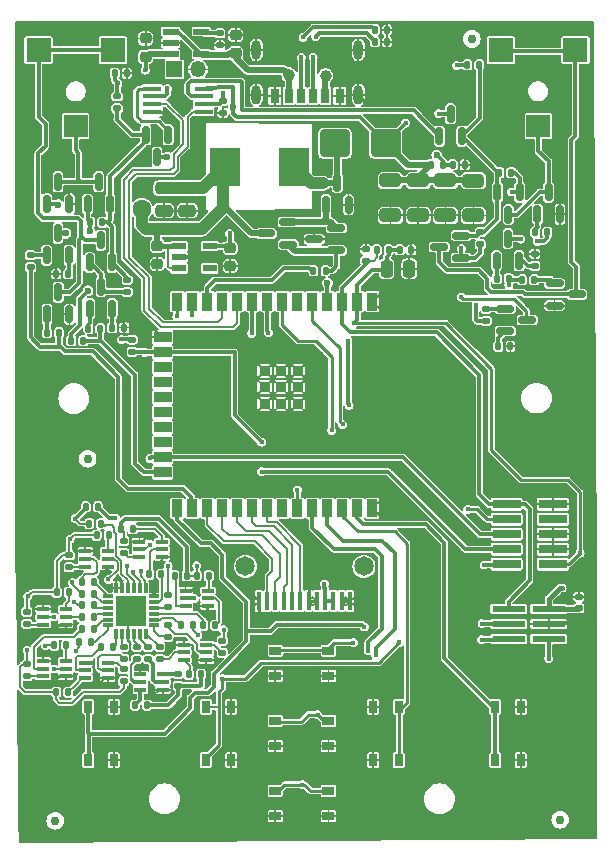
<source format=gbr>
G04 #@! TF.GenerationSoftware,KiCad,Pcbnew,7.0.5*
G04 #@! TF.CreationDate,2023-11-03T09:35:19+00:00*
G04 #@! TF.ProjectId,MaxTENS,4d617854-454e-4532-9e6b-696361645f70,rev?*
G04 #@! TF.SameCoordinates,Original*
G04 #@! TF.FileFunction,Copper,L1,Top*
G04 #@! TF.FilePolarity,Positive*
%FSLAX46Y46*%
G04 Gerber Fmt 4.6, Leading zero omitted, Abs format (unit mm)*
G04 Created by KiCad (PCBNEW 7.0.5) date 2023-11-03 09:35:19*
%MOMM*%
%LPD*%
G01*
G04 APERTURE LIST*
G04 Aperture macros list*
%AMRoundRect*
0 Rectangle with rounded corners*
0 $1 Rounding radius*
0 $2 $3 $4 $5 $6 $7 $8 $9 X,Y pos of 4 corners*
0 Add a 4 corners polygon primitive as box body*
4,1,4,$2,$3,$4,$5,$6,$7,$8,$9,$2,$3,0*
0 Add four circle primitives for the rounded corners*
1,1,$1+$1,$2,$3*
1,1,$1+$1,$4,$5*
1,1,$1+$1,$6,$7*
1,1,$1+$1,$8,$9*
0 Add four rect primitives between the rounded corners*
20,1,$1+$1,$2,$3,$4,$5,0*
20,1,$1+$1,$4,$5,$6,$7,0*
20,1,$1+$1,$6,$7,$8,$9,0*
20,1,$1+$1,$8,$9,$2,$3,0*%
G04 Aperture macros list end*
G04 #@! TA.AperFunction,SMDPad,CuDef*
%ADD10RoundRect,0.135000X-0.185000X0.135000X-0.185000X-0.135000X0.185000X-0.135000X0.185000X0.135000X0*%
G04 #@! TD*
G04 #@! TA.AperFunction,SMDPad,CuDef*
%ADD11RoundRect,0.135000X-0.135000X-0.185000X0.135000X-0.185000X0.135000X0.185000X-0.135000X0.185000X0*%
G04 #@! TD*
G04 #@! TA.AperFunction,SMDPad,CuDef*
%ADD12RoundRect,0.150000X0.150000X-0.587500X0.150000X0.587500X-0.150000X0.587500X-0.150000X-0.587500X0*%
G04 #@! TD*
G04 #@! TA.AperFunction,SMDPad,CuDef*
%ADD13R,1.150000X0.600000*%
G04 #@! TD*
G04 #@! TA.AperFunction,SMDPad,CuDef*
%ADD14RoundRect,0.135000X0.135000X0.185000X-0.135000X0.185000X-0.135000X-0.185000X0.135000X-0.185000X0*%
G04 #@! TD*
G04 #@! TA.AperFunction,SMDPad,CuDef*
%ADD15R,0.990600X0.711200*%
G04 #@! TD*
G04 #@! TA.AperFunction,SMDPad,CuDef*
%ADD16RoundRect,0.135000X0.185000X-0.135000X0.185000X0.135000X-0.185000X0.135000X-0.185000X-0.135000X0*%
G04 #@! TD*
G04 #@! TA.AperFunction,SMDPad,CuDef*
%ADD17RoundRect,0.150000X-0.150000X0.587500X-0.150000X-0.587500X0.150000X-0.587500X0.150000X0.587500X0*%
G04 #@! TD*
G04 #@! TA.AperFunction,SMDPad,CuDef*
%ADD18RoundRect,0.150000X-0.587500X-0.150000X0.587500X-0.150000X0.587500X0.150000X-0.587500X0.150000X0*%
G04 #@! TD*
G04 #@! TA.AperFunction,SMDPad,CuDef*
%ADD19R,1.016000X0.355600*%
G04 #@! TD*
G04 #@! TA.AperFunction,SMDPad,CuDef*
%ADD20RoundRect,0.250000X-0.650000X0.325000X-0.650000X-0.325000X0.650000X-0.325000X0.650000X0.325000X0*%
G04 #@! TD*
G04 #@! TA.AperFunction,SMDPad,CuDef*
%ADD21R,1.320800X0.508000*%
G04 #@! TD*
G04 #@! TA.AperFunction,SMDPad,CuDef*
%ADD22R,0.711200X0.990600*%
G04 #@! TD*
G04 #@! TA.AperFunction,SMDPad,CuDef*
%ADD23RoundRect,0.140000X-0.170000X0.140000X-0.170000X-0.140000X0.170000X-0.140000X0.170000X0.140000X0*%
G04 #@! TD*
G04 #@! TA.AperFunction,SMDPad,CuDef*
%ADD24RoundRect,0.140000X-0.140000X-0.170000X0.140000X-0.170000X0.140000X0.170000X-0.140000X0.170000X0*%
G04 #@! TD*
G04 #@! TA.AperFunction,SMDPad,CuDef*
%ADD25C,0.750000*%
G04 #@! TD*
G04 #@! TA.AperFunction,SMDPad,CuDef*
%ADD26R,2.387600X0.762000*%
G04 #@! TD*
G04 #@! TA.AperFunction,SMDPad,CuDef*
%ADD27RoundRect,0.008100X-0.421900X-0.126900X0.421900X-0.126900X0.421900X0.126900X-0.421900X0.126900X0*%
G04 #@! TD*
G04 #@! TA.AperFunction,SMDPad,CuDef*
%ADD28RoundRect,0.008100X0.126900X-0.421900X0.126900X0.421900X-0.126900X0.421900X-0.126900X-0.421900X0*%
G04 #@! TD*
G04 #@! TA.AperFunction,SMDPad,CuDef*
%ADD29R,2.600000X2.600000*%
G04 #@! TD*
G04 #@! TA.AperFunction,SMDPad,CuDef*
%ADD30RoundRect,0.225000X0.250000X-0.225000X0.250000X0.225000X-0.250000X0.225000X-0.250000X-0.225000X0*%
G04 #@! TD*
G04 #@! TA.AperFunction,SMDPad,CuDef*
%ADD31RoundRect,0.140000X0.170000X-0.140000X0.170000X0.140000X-0.170000X0.140000X-0.170000X-0.140000X0*%
G04 #@! TD*
G04 #@! TA.AperFunction,SMDPad,CuDef*
%ADD32RoundRect,0.250000X-0.475000X0.250000X-0.475000X-0.250000X0.475000X-0.250000X0.475000X0.250000X0*%
G04 #@! TD*
G04 #@! TA.AperFunction,SMDPad,CuDef*
%ADD33R,0.900000X1.500000*%
G04 #@! TD*
G04 #@! TA.AperFunction,SMDPad,CuDef*
%ADD34R,1.500000X0.900000*%
G04 #@! TD*
G04 #@! TA.AperFunction,SMDPad,CuDef*
%ADD35R,0.900000X0.900000*%
G04 #@! TD*
G04 #@! TA.AperFunction,SMDPad,CuDef*
%ADD36R,2.000000X1.900000*%
G04 #@! TD*
G04 #@! TA.AperFunction,SMDPad,CuDef*
%ADD37R,2.100000X2.000000*%
G04 #@! TD*
G04 #@! TA.AperFunction,SMDPad,CuDef*
%ADD38RoundRect,0.150000X0.587500X0.150000X-0.587500X0.150000X-0.587500X-0.150000X0.587500X-0.150000X0*%
G04 #@! TD*
G04 #@! TA.AperFunction,SMDPad,CuDef*
%ADD39RoundRect,0.250000X1.000000X0.900000X-1.000000X0.900000X-1.000000X-0.900000X1.000000X-0.900000X0*%
G04 #@! TD*
G04 #@! TA.AperFunction,SMDPad,CuDef*
%ADD40RoundRect,0.250000X-0.250000X-0.475000X0.250000X-0.475000X0.250000X0.475000X-0.250000X0.475000X0*%
G04 #@! TD*
G04 #@! TA.AperFunction,SMDPad,CuDef*
%ADD41R,2.819400X0.508000*%
G04 #@! TD*
G04 #@! TA.AperFunction,SMDPad,CuDef*
%ADD42R,0.700000X1.200000*%
G04 #@! TD*
G04 #@! TA.AperFunction,SMDPad,CuDef*
%ADD43R,0.760000X1.200000*%
G04 #@! TD*
G04 #@! TA.AperFunction,SMDPad,CuDef*
%ADD44R,0.800000X1.200000*%
G04 #@! TD*
G04 #@! TA.AperFunction,ComponentPad*
%ADD45O,0.800000X1.600000*%
G04 #@! TD*
G04 #@! TA.AperFunction,SMDPad,CuDef*
%ADD46RoundRect,0.225000X-0.250000X0.225000X-0.250000X-0.225000X0.250000X-0.225000X0.250000X0.225000X0*%
G04 #@! TD*
G04 #@! TA.AperFunction,SMDPad,CuDef*
%ADD47R,1.524000X0.457200*%
G04 #@! TD*
G04 #@! TA.AperFunction,ComponentPad*
%ADD48C,1.650000*%
G04 #@! TD*
G04 #@! TA.AperFunction,SMDPad,CuDef*
%ADD49R,0.350000X1.600000*%
G04 #@! TD*
G04 #@! TA.AperFunction,SMDPad,CuDef*
%ADD50R,2.550000X3.200000*%
G04 #@! TD*
G04 #@! TA.AperFunction,ComponentPad*
%ADD51R,1.350000X1.350000*%
G04 #@! TD*
G04 #@! TA.AperFunction,ComponentPad*
%ADD52O,1.350000X1.350000*%
G04 #@! TD*
G04 #@! TA.AperFunction,ViaPad*
%ADD53C,1.600000*%
G04 #@! TD*
G04 #@! TA.AperFunction,ViaPad*
%ADD54C,0.450000*%
G04 #@! TD*
G04 #@! TA.AperFunction,ViaPad*
%ADD55C,0.600000*%
G04 #@! TD*
G04 #@! TA.AperFunction,ViaPad*
%ADD56C,1.000000*%
G04 #@! TD*
G04 #@! TA.AperFunction,Conductor*
%ADD57C,0.200000*%
G04 #@! TD*
G04 #@! TA.AperFunction,Conductor*
%ADD58C,1.000000*%
G04 #@! TD*
G04 #@! TA.AperFunction,Conductor*
%ADD59C,0.500000*%
G04 #@! TD*
G04 #@! TA.AperFunction,Conductor*
%ADD60C,0.300000*%
G04 #@! TD*
G04 #@! TA.AperFunction,Conductor*
%ADD61C,0.400000*%
G04 #@! TD*
G04 #@! TA.AperFunction,Conductor*
%ADD62C,0.254000*%
G04 #@! TD*
G04 #@! TA.AperFunction,Conductor*
%ADD63C,0.150000*%
G04 #@! TD*
G04 APERTURE END LIST*
D10*
G04 #@! TO.P,R17,1*
G04 #@! TO.N,Net-(U3-PROG)*
X216160000Y-41390000D03*
G04 #@! TO.P,R17,2*
G04 #@! TO.N,GND*
X216160000Y-42410000D03*
G04 #@! TD*
D11*
G04 #@! TO.P,R57,1*
G04 #@! TO.N,Net-(Q16-B)*
X205015000Y-66400000D03*
G04 #@! TO.P,R57,2*
G04 #@! TO.N,/ElectrodeChannels/CH1_1*
X206035000Y-66400000D03*
G04 #@! TD*
D12*
G04 #@! TO.P,Q4,1,B*
G04 #@! TO.N,Net-(Q4-B)*
X201510000Y-55837500D03*
G04 #@! TO.P,Q4,2,E*
G04 #@! TO.N,GND*
X203410000Y-55837500D03*
G04 #@! TO.P,Q4,3,C*
G04 #@! TO.N,/ElectrodeChannels/CH1_P*
X202460000Y-53962500D03*
G04 #@! TD*
D13*
G04 #@! TO.P,IC2,1,IN*
G04 #@! TO.N,+BATT*
X212700000Y-59400000D03*
G04 #@! TO.P,IC2,2,GND*
G04 #@! TO.N,GND*
X212700000Y-60350000D03*
G04 #@! TO.P,IC2,3,EN*
G04 #@! TO.N,+BATT*
X212700000Y-61300000D03*
G04 #@! TO.P,IC2,4,NC*
G04 #@! TO.N,unconnected-(IC2-NC-Pad4)*
X215300000Y-61300000D03*
G04 #@! TO.P,IC2,5,OUT*
G04 #@! TO.N,+3.3V*
X215300000Y-59400000D03*
G04 #@! TD*
D10*
G04 #@! TO.P,R15,1*
G04 #@! TO.N,/Opamp/P0W*
X199800000Y-90365000D03*
G04 #@! TO.P,R15,2*
G04 #@! TO.N,Net-(R15-Pad2)*
X199800000Y-91385000D03*
G04 #@! TD*
D14*
G04 #@! TO.P,R18,1*
G04 #@! TO.N,GND*
X230310000Y-41100000D03*
G04 #@! TO.P,R18,2*
G04 #@! TO.N,Net-(J1-CC2)*
X229290000Y-41100000D03*
G04 #@! TD*
D11*
G04 #@! TO.P,R31,1*
G04 #@! TO.N,/Opamp/P025*
X204440000Y-91800000D03*
G04 #@! TO.P,R31,2*
G04 #@! TO.N,Net-(U2-P04)*
X205460000Y-91800000D03*
G04 #@! TD*
D15*
G04 #@! TO.P,S6,1*
G04 #@! TO.N,/MCU/MODE_BTN*
X220849999Y-105525001D03*
G04 #@! TO.P,S6,2*
X225350001Y-105525001D03*
G04 #@! TO.P,S6,3*
G04 #@! TO.N,GND*
X220849999Y-107674999D03*
G04 #@! TO.P,S6,4*
X225350001Y-107674999D03*
G04 #@! TD*
D16*
G04 #@! TO.P,R38,1*
G04 #@! TO.N,/Opamp/P110*
X210075000Y-94360000D03*
G04 #@! TO.P,R38,2*
G04 #@! TO.N,Net-(U2-P11)*
X210075000Y-93340000D03*
G04 #@! TD*
D11*
G04 #@! TO.P,R62,1*
G04 #@! TO.N,+3.3V*
X205105000Y-82900000D03*
G04 #@! TO.P,R62,2*
G04 #@! TO.N,Net-(U2-~{INT})*
X206125000Y-82900000D03*
G04 #@! TD*
G04 #@! TO.P,R1,1*
G04 #@! TO.N,/BoostConverter/VSW*
X224080000Y-61500000D03*
G04 #@! TO.P,R1,2*
G04 #@! TO.N,Net-(Q10-B)*
X225100000Y-61500000D03*
G04 #@! TD*
D17*
G04 #@! TO.P,Q8,1,B*
G04 #@! TO.N,Net-(Q7-C)*
X241540000Y-54855000D03*
G04 #@! TO.P,Q8,2,E*
G04 #@! TO.N,+OUT_2*
X239640000Y-54855000D03*
G04 #@! TO.P,Q8,3,C*
G04 #@! TO.N,/ElectrodeChannels/CH2_P*
X240590000Y-56730000D03*
G04 #@! TD*
D18*
G04 #@! TO.P,Q21,1,B*
G04 #@! TO.N,Net-(Q21-B)*
X240312500Y-64700000D03*
G04 #@! TO.P,Q21,2,E*
G04 #@! TO.N,Net-(Q21-E)*
X240312500Y-66600000D03*
G04 #@! TO.P,Q21,3,C*
G04 #@! TO.N,Net-(Q20-B)*
X242187500Y-65650000D03*
G04 #@! TD*
D12*
G04 #@! TO.P,Q3,1,B*
G04 #@! TO.N,/Opamp/OUTB*
X234740000Y-50087500D03*
G04 #@! TO.P,Q3,2,E*
G04 #@! TO.N,+OUT_2*
X236640000Y-50087500D03*
G04 #@! TO.P,Q3,3,C*
G04 #@! TO.N,VCC*
X235690000Y-48212500D03*
G04 #@! TD*
D11*
G04 #@! TO.P,R3,1*
G04 #@! TO.N,/BoostConverter/VFB*
X235880000Y-52510000D03*
G04 #@! TO.P,R3,2*
G04 #@! TO.N,GND*
X236900000Y-52510000D03*
G04 #@! TD*
D12*
G04 #@! TO.P,Q6,1,B*
G04 #@! TO.N,Net-(Q6-B)*
X201490000Y-60187500D03*
G04 #@! TO.P,Q6,2,E*
G04 #@! TO.N,Net-(Q6-E)*
X203390000Y-60187500D03*
G04 #@! TO.P,Q6,3,C*
G04 #@! TO.N,Net-(Q5-B)*
X202440000Y-58312500D03*
G04 #@! TD*
D16*
G04 #@! TO.P,R34,1*
G04 #@! TO.N,/Opamp/P050*
X208025000Y-94335000D03*
G04 #@! TO.P,R34,2*
G04 #@! TO.N,Net-(U2-P07)*
X208025000Y-93315000D03*
G04 #@! TD*
D19*
G04 #@! TO.P,U9,1,S*
G04 #@! TO.N,GND*
X209420000Y-95675002D03*
G04 #@! TO.P,U9,2,G*
G04 #@! TO.N,/Opamp/P15V*
X209420000Y-96325001D03*
G04 #@! TO.P,U9,3,D*
G04 #@! TO.N,Net-(R49-Pad2)*
X209420000Y-96975000D03*
G04 #@! TO.P,U9,4,S*
G04 #@! TO.N,GND*
X211325000Y-96975000D03*
G04 #@! TO.P,U9,5,G*
G04 #@! TO.N,/Opamp/P110*
X211325000Y-96325001D03*
G04 #@! TO.P,U9,6,D*
G04 #@! TO.N,Net-(R47-Pad2)*
X211325000Y-95675002D03*
G04 #@! TD*
D12*
G04 #@! TO.P,Q9,1,B*
G04 #@! TO.N,Net-(Q9-B)*
X243040000Y-56707500D03*
G04 #@! TO.P,Q9,2,E*
G04 #@! TO.N,GND*
X244940000Y-56707500D03*
G04 #@! TO.P,Q9,3,C*
G04 #@! TO.N,/ElectrodeChannels/CH2_P*
X243990000Y-54832500D03*
G04 #@! TD*
D20*
G04 #@! TO.P,C4,1*
G04 #@! TO.N,VCC*
X237620000Y-53855000D03*
G04 #@! TO.P,C4,2*
G04 #@! TO.N,GND*
X237620000Y-56805000D03*
G04 #@! TD*
D21*
G04 #@! TO.P,U3,1,CE*
G04 #@! TO.N,+5V*
X211979600Y-41249998D03*
G04 #@! TO.P,U3,2,VSS*
G04 #@! TO.N,GND*
X211979600Y-42199999D03*
G04 #@! TO.P,U3,3,VBAT*
G04 #@! TO.N,+BATT*
X211979600Y-43150000D03*
G04 #@! TO.P,U3,4,VDD*
G04 #@! TO.N,+5V*
X214570400Y-43150000D03*
G04 #@! TO.P,U3,5,PROG*
G04 #@! TO.N,Net-(U3-PROG)*
X214570400Y-41249998D03*
G04 #@! TD*
D16*
G04 #@! TO.P,R25,1*
G04 #@! TO.N,/Opamp/P0W*
X208000000Y-96260000D03*
G04 #@! TO.P,R25,2*
G04 #@! TO.N,Net-(R25-Pad2)*
X208000000Y-95240000D03*
G04 #@! TD*
D22*
G04 #@! TO.P,S5,1*
G04 #@! TO.N,/MCU/RIGHT_BTN*
X214975001Y-102920001D03*
G04 #@! TO.P,S5,2*
X214975001Y-98419999D03*
G04 #@! TO.P,S5,3*
G04 #@! TO.N,GND*
X217124999Y-102920001D03*
G04 #@! TO.P,S5,4*
X217124999Y-98419999D03*
G04 #@! TD*
D11*
G04 #@! TO.P,R4,1*
G04 #@! TO.N,/Opamp/P0W*
X207240000Y-44775000D03*
G04 #@! TO.P,R4,2*
G04 #@! TO.N,GND*
X208260000Y-44775000D03*
G04 #@! TD*
D20*
G04 #@! TO.P,C12,1*
G04 #@! TO.N,VCC*
X230600000Y-53845000D03*
G04 #@! TO.P,C12,2*
G04 #@! TO.N,GND*
X230600000Y-56795000D03*
G04 #@! TD*
D22*
G04 #@! TO.P,S4,1*
G04 #@! TO.N,/MCU/LEFT_BTN*
X231299998Y-98419999D03*
G04 #@! TO.P,S4,2*
X231299998Y-102920001D03*
G04 #@! TO.P,S4,3*
G04 #@! TO.N,GND*
X229150000Y-98419999D03*
G04 #@! TO.P,S4,4*
X229150000Y-102920001D03*
G04 #@! TD*
D23*
G04 #@! TO.P,C15,1*
G04 #@! TO.N,GND*
X246550000Y-89095000D03*
G04 #@! TO.P,C15,2*
G04 #@! TO.N,+3.3V*
X246550000Y-90055000D03*
G04 #@! TD*
D24*
G04 #@! TO.P,C6,1*
G04 #@! TO.N,+3.3V*
X231395000Y-59725000D03*
G04 #@! TO.P,C6,2*
G04 #@! TO.N,GND*
X232355000Y-59725000D03*
G04 #@! TD*
D25*
G04 #@! TO.P,FID2,*
G04 #@! TO.N,*
X237480000Y-41860000D03*
G04 #@! TD*
D11*
G04 #@! TO.P,R27,1*
G04 #@! TO.N,/Opamp/P05V*
X204455000Y-87835000D03*
G04 #@! TO.P,R27,2*
G04 #@! TO.N,Net-(U2-P00)*
X205475000Y-87835000D03*
G04 #@! TD*
D16*
G04 #@! TO.P,R47,1*
G04 #@! TO.N,/Opamp/P1W*
X212625000Y-96635000D03*
G04 #@! TO.P,R47,2*
G04 #@! TO.N,Net-(R47-Pad2)*
X212625000Y-95615000D03*
G04 #@! TD*
D11*
G04 #@! TO.P,R33,1*
G04 #@! TO.N,/Opamp/P040*
X206115000Y-93375000D03*
G04 #@! TO.P,R33,2*
G04 #@! TO.N,Net-(U2-P06)*
X207135000Y-93375000D03*
G04 #@! TD*
G04 #@! TO.P,R32,1*
G04 #@! TO.N,/Opamp/P030*
X204215000Y-92950000D03*
G04 #@! TO.P,R32,2*
G04 #@! TO.N,Net-(U2-P05)*
X205235000Y-92950000D03*
G04 #@! TD*
D26*
G04 #@! TO.P,J5,1,1*
G04 #@! TO.N,+3.3V*
X244340002Y-86340000D03*
G04 #@! TO.P,J5,2,2*
G04 #@! TO.N,/MCU/SCLK*
X240440000Y-86340000D03*
G04 #@! TO.P,J5,3,3*
G04 #@! TO.N,GND*
X244340002Y-85070000D03*
G04 #@! TO.P,J5,4,4*
G04 #@! TO.N,/MCU/MOSI*
X240440000Y-85070000D03*
G04 #@! TO.P,J5,5,5*
G04 #@! TO.N,GND*
X244340002Y-83800000D03*
G04 #@! TO.P,J5,6,6*
G04 #@! TO.N,/Opamp/SCL*
X240440000Y-83800000D03*
G04 #@! TO.P,J5,7,7*
G04 #@! TO.N,unconnected-(J5-Pad7)*
X244340002Y-82530000D03*
G04 #@! TO.P,J5,8,8*
G04 #@! TO.N,/MCU/RIGHT_BTN*
X240440000Y-82530000D03*
G04 #@! TO.P,J5,9,9*
G04 #@! TO.N,GND*
X244340002Y-81260000D03*
G04 #@! TO.P,J5,10,10*
G04 #@! TO.N,/MCU/EN*
X240440000Y-81260000D03*
G04 #@! TD*
D12*
G04 #@! TO.P,Q7,1,B*
G04 #@! TO.N,Net-(Q7-B)*
X239590000Y-60640000D03*
G04 #@! TO.P,Q7,2,E*
G04 #@! TO.N,Net-(Q7-E)*
X241490000Y-60640000D03*
G04 #@! TO.P,Q7,3,C*
G04 #@! TO.N,Net-(Q7-C)*
X240540000Y-58765000D03*
G04 #@! TD*
D11*
G04 #@! TO.P,R46,1*
G04 #@! TO.N,/Opamp/P1W*
X214180000Y-87300000D03*
G04 #@! TO.P,R46,2*
G04 #@! TO.N,Net-(R46-Pad2)*
X215200000Y-87300000D03*
G04 #@! TD*
D19*
G04 #@! TO.P,U10,1,S*
G04 #@! TO.N,GND*
X213097500Y-93150001D03*
G04 #@! TO.P,U10,2,G*
G04 #@! TO.N,/Opamp/P115*
X213097500Y-93800000D03*
G04 #@! TO.P,U10,3,D*
G04 #@! TO.N,Net-(R52-Pad2)*
X213097500Y-94449999D03*
G04 #@! TO.P,U10,4,S*
G04 #@! TO.N,GND*
X215002500Y-94449999D03*
G04 #@! TO.P,U10,5,G*
G04 #@! TO.N,/Opamp/P120*
X215002500Y-93800000D03*
G04 #@! TO.P,U10,6,D*
G04 #@! TO.N,Net-(R50-Pad2)*
X215002500Y-93150001D03*
G04 #@! TD*
D11*
G04 #@! TO.P,R30,1*
G04 #@! TO.N,/Opamp/P020*
X204440000Y-90800000D03*
G04 #@! TO.P,R30,2*
G04 #@! TO.N,Net-(U2-P03)*
X205460000Y-90800000D03*
G04 #@! TD*
D20*
G04 #@! TO.P,C11,1*
G04 #@! TO.N,VCC*
X232950000Y-53850000D03*
G04 #@! TO.P,C11,2*
G04 #@! TO.N,GND*
X232950000Y-56800000D03*
G04 #@! TD*
D19*
G04 #@! TO.P,U7,1,S*
G04 #@! TO.N,GND*
X201197500Y-94525001D03*
G04 #@! TO.P,U7,2,G*
G04 #@! TO.N,/Opamp/P025*
X201197500Y-95175000D03*
G04 #@! TO.P,U7,3,D*
G04 #@! TO.N,Net-(R24-Pad2)*
X201197500Y-95824999D03*
G04 #@! TO.P,U7,4,S*
G04 #@! TO.N,GND*
X203102500Y-95824999D03*
G04 #@! TO.P,U7,5,G*
G04 #@! TO.N,/Opamp/P030*
X203102500Y-95175000D03*
G04 #@! TO.P,U7,6,D*
G04 #@! TO.N,Net-(R23-Pad2)*
X203102500Y-94525001D03*
G04 #@! TD*
D16*
G04 #@! TO.P,R39,1*
G04 #@! TO.N,/Opamp/P115*
X211050000Y-94360000D03*
G04 #@! TO.P,R39,2*
G04 #@! TO.N,Net-(U2-P12)*
X211050000Y-93340000D03*
G04 #@! TD*
D14*
G04 #@! TO.P,R36,1*
G04 #@! TO.N,/Opamp/SCL*
X205835000Y-81475000D03*
G04 #@! TO.P,R36,2*
G04 #@! TO.N,+3.3V*
X204815000Y-81475000D03*
G04 #@! TD*
D11*
G04 #@! TO.P,R14,1*
G04 #@! TO.N,/Opamp/P0W*
X202340000Y-88725000D03*
G04 #@! TO.P,R14,2*
G04 #@! TO.N,Net-(R14-Pad2)*
X203360000Y-88725000D03*
G04 #@! TD*
D15*
G04 #@! TO.P,S7,1*
G04 #@! TO.N,/MCU/OK_BTN*
X220849999Y-99595001D03*
G04 #@! TO.P,S7,2*
X225350001Y-99595001D03*
G04 #@! TO.P,S7,3*
G04 #@! TO.N,GND*
X220849999Y-101744999D03*
G04 #@! TO.P,S7,4*
X225350001Y-101744999D03*
G04 #@! TD*
D16*
G04 #@! TO.P,R54,1*
G04 #@! TO.N,/ElectrodeChannels/CH1_2*
X200125000Y-61210000D03*
G04 #@! TO.P,R54,2*
G04 #@! TO.N,Net-(Q6-B)*
X200125000Y-60190000D03*
G04 #@! TD*
D14*
G04 #@! TO.P,R16,1*
G04 #@! TO.N,+3.3V*
X230460000Y-59725000D03*
G04 #@! TO.P,R16,2*
G04 #@! TO.N,/MCU/EN*
X229440000Y-59725000D03*
G04 #@! TD*
D19*
G04 #@! TO.P,U5,1,S*
G04 #@! TO.N,GND*
X204747500Y-94675001D03*
G04 #@! TO.P,U5,2,G*
G04 #@! TO.N,/Opamp/P040*
X204747500Y-95325000D03*
G04 #@! TO.P,U5,3,D*
G04 #@! TO.N,Net-(R26-Pad2)*
X204747500Y-95974999D03*
G04 #@! TO.P,U5,4,S*
G04 #@! TO.N,GND*
X206652500Y-95974999D03*
G04 #@! TO.P,U5,5,G*
G04 #@! TO.N,/Opamp/P050*
X206652500Y-95325000D03*
G04 #@! TO.P,U5,6,D*
G04 #@! TO.N,Net-(R25-Pad2)*
X206652500Y-94675001D03*
G04 #@! TD*
D27*
G04 #@! TO.P,U2,1,P00*
G04 #@! TO.N,Net-(U2-P00)*
X206680000Y-89025000D03*
G04 #@! TO.P,U2,2,P01*
G04 #@! TO.N,Net-(U2-P01)*
X206680000Y-89525000D03*
G04 #@! TO.P,U2,3,P02*
G04 #@! TO.N,Net-(U2-P02)*
X206680000Y-90025000D03*
G04 #@! TO.P,U2,4,P03*
G04 #@! TO.N,Net-(U2-P03)*
X206680000Y-90525000D03*
G04 #@! TO.P,U2,5,P04*
G04 #@! TO.N,Net-(U2-P04)*
X206680000Y-91025000D03*
G04 #@! TO.P,U2,6,P05*
G04 #@! TO.N,Net-(U2-P05)*
X206680000Y-91525000D03*
D28*
G04 #@! TO.P,U2,7,P06*
G04 #@! TO.N,Net-(U2-P06)*
X207365000Y-92210000D03*
G04 #@! TO.P,U2,8,P07*
G04 #@! TO.N,Net-(U2-P07)*
X207865000Y-92210000D03*
G04 #@! TO.P,U2,9,GND*
G04 #@! TO.N,GND*
X208365000Y-92210000D03*
G04 #@! TO.P,U2,10,P10*
G04 #@! TO.N,Net-(U2-P10)*
X208865000Y-92210000D03*
G04 #@! TO.P,U2,11,P11*
G04 #@! TO.N,Net-(U2-P11)*
X209365000Y-92210000D03*
G04 #@! TO.P,U2,12,P12*
G04 #@! TO.N,Net-(U2-P12)*
X209865000Y-92210000D03*
D27*
G04 #@! TO.P,U2,13,P13*
G04 #@! TO.N,Net-(U2-P13)*
X210550000Y-91525000D03*
G04 #@! TO.P,U2,14,P14*
G04 #@! TO.N,Net-(U2-P14)*
X210550000Y-91025000D03*
G04 #@! TO.P,U2,15,P15*
G04 #@! TO.N,Net-(U2-P15)*
X210550000Y-90525000D03*
G04 #@! TO.P,U2,16,P16*
G04 #@! TO.N,Net-(U2-P16)*
X210550000Y-90025000D03*
G04 #@! TO.P,U2,17,P17*
G04 #@! TO.N,Net-(U2-P17)*
X210550000Y-89525000D03*
G04 #@! TO.P,U2,18,A0*
G04 #@! TO.N,GND*
X210550000Y-89025000D03*
D28*
G04 #@! TO.P,U2,19,SCL*
G04 #@! TO.N,/Opamp/SCL*
X209865000Y-88340000D03*
G04 #@! TO.P,U2,20,SDA*
G04 #@! TO.N,/MCU/MOSI*
X209365000Y-88340000D03*
G04 #@! TO.P,U2,21,VCC*
G04 #@! TO.N,+3.3V*
X208865000Y-88340000D03*
G04 #@! TO.P,U2,22,~{INT}*
G04 #@! TO.N,Net-(U2-~{INT})*
X208365000Y-88340000D03*
G04 #@! TO.P,U2,23,A1*
G04 #@! TO.N,GND*
X207865000Y-88340000D03*
G04 #@! TO.P,U2,24,A2*
X207365000Y-88340000D03*
D29*
G04 #@! TO.P,U2,25,EP*
X208615000Y-90275000D03*
G04 #@! TD*
D19*
G04 #@! TO.P,U4,1,S*
G04 #@! TO.N,GND*
X204762500Y-85235001D03*
G04 #@! TO.P,U4,2,G*
G04 #@! TO.N,/Opamp/P05V*
X204762500Y-85885000D03*
G04 #@! TO.P,U4,3,D*
G04 #@! TO.N,Net-(R13-Pad2)*
X204762500Y-86534999D03*
G04 #@! TO.P,U4,4,S*
G04 #@! TO.N,GND*
X206667500Y-86534999D03*
G04 #@! TO.P,U4,5,G*
G04 #@! TO.N,/Opamp/P010*
X206667500Y-85885000D03*
G04 #@! TO.P,U4,6,D*
G04 #@! TO.N,Net-(R12-Pad2)*
X206667500Y-85235001D03*
G04 #@! TD*
D30*
G04 #@! TO.P,C10,1*
G04 #@! TO.N,+BATT*
X209875000Y-43375000D03*
G04 #@! TO.P,C10,2*
G04 #@! TO.N,GND*
X209875000Y-41825000D03*
G04 #@! TD*
D31*
G04 #@! TO.P,C8,1*
G04 #@! TO.N,/MCU/EN*
X228500000Y-60630000D03*
G04 #@! TO.P,C8,2*
G04 #@! TO.N,GND*
X228500000Y-59670000D03*
G04 #@! TD*
D16*
G04 #@! TO.P,R22,1*
G04 #@! TO.N,Net-(Q16-C)*
X208320000Y-63290000D03*
G04 #@! TO.P,R22,2*
G04 #@! TO.N,+OUT_1*
X208320000Y-62270000D03*
G04 #@! TD*
D18*
G04 #@! TO.P,Q19,1,B*
G04 #@! TO.N,Net-(Q19-B)*
X244487500Y-62550000D03*
G04 #@! TO.P,Q19,2,E*
G04 #@! TO.N,GND*
X244487500Y-64450000D03*
G04 #@! TO.P,Q19,3,C*
G04 #@! TO.N,/ElectrodeChannels/CH2_N*
X246362500Y-63500000D03*
G04 #@! TD*
D11*
G04 #@! TO.P,R10,1*
G04 #@! TO.N,Net-(Q21-E)*
X239740000Y-67880000D03*
G04 #@! TO.P,R10,2*
G04 #@! TO.N,GND*
X240760000Y-67880000D03*
G04 #@! TD*
D10*
G04 #@! TO.P,R13,1*
G04 #@! TO.N,/Opamp/P0W*
X203390000Y-85575000D03*
G04 #@! TO.P,R13,2*
G04 #@! TO.N,Net-(R13-Pad2)*
X203390000Y-86595000D03*
G04 #@! TD*
D14*
G04 #@! TO.P,R42,1*
G04 #@! TO.N,/Opamp/P130*
X215760000Y-91525000D03*
G04 #@! TO.P,R42,2*
G04 #@! TO.N,Net-(U2-P15)*
X214740000Y-91525000D03*
G04 #@! TD*
D12*
G04 #@! TO.P,Q17,1,B*
G04 #@! TO.N,Net-(Q16-C)*
X205130000Y-60787500D03*
G04 #@! TO.P,Q17,2,E*
G04 #@! TO.N,+OUT_1*
X207030000Y-60787500D03*
G04 #@! TO.P,Q17,3,C*
G04 #@! TO.N,/ElectrodeChannels/CH1_N*
X206080000Y-58912500D03*
G04 #@! TD*
D30*
G04 #@! TO.P,C9,1*
G04 #@! TO.N,+5V*
X217500000Y-43075000D03*
G04 #@! TO.P,C9,2*
G04 #@! TO.N,GND*
X217500000Y-41525000D03*
G04 #@! TD*
D12*
G04 #@! TO.P,Q16,1,B*
G04 #@! TO.N,Net-(Q16-B)*
X205140000Y-64705000D03*
G04 #@! TO.P,Q16,2,E*
G04 #@! TO.N,Net-(Q16-E)*
X207040000Y-64705000D03*
G04 #@! TO.P,Q16,3,C*
G04 #@! TO.N,Net-(Q16-C)*
X206090000Y-62830000D03*
G04 #@! TD*
D16*
G04 #@! TO.P,R9,1*
G04 #@! TO.N,Net-(Q20-B)*
X238220000Y-59240000D03*
G04 #@! TO.P,R9,2*
G04 #@! TO.N,+OUT_2*
X238220000Y-58220000D03*
G04 #@! TD*
D19*
G04 #@! TO.P,U8,1,S*
G04 #@! TO.N,GND*
X213247500Y-88575001D03*
G04 #@! TO.P,U8,2,G*
G04 #@! TO.N,/Opamp/P125*
X213247500Y-89225000D03*
G04 #@! TO.P,U8,3,D*
G04 #@! TO.N,Net-(R48-Pad2)*
X213247500Y-89874999D03*
G04 #@! TO.P,U8,4,S*
G04 #@! TO.N,GND*
X215152500Y-89874999D03*
G04 #@! TO.P,U8,5,G*
G04 #@! TO.N,/Opamp/P130*
X215152500Y-89225000D03*
G04 #@! TO.P,U8,6,D*
G04 #@! TO.N,Net-(R46-Pad2)*
X215152500Y-88575001D03*
G04 #@! TD*
D25*
G04 #@! TO.P,FID3,*
G04 #@! TO.N,*
X202230000Y-108060000D03*
G04 #@! TD*
D32*
G04 #@! TO.P,C1,1*
G04 #@! TO.N,+BATT*
X211400000Y-54500000D03*
G04 #@! TO.P,C1,2*
G04 #@! TO.N,GND*
X211400000Y-56400000D03*
G04 #@! TD*
D11*
G04 #@! TO.P,R28,1*
G04 #@! TO.N,/Opamp/P010*
X204455000Y-88835000D03*
G04 #@! TO.P,R28,2*
G04 #@! TO.N,Net-(U2-P01)*
X205475000Y-88835000D03*
G04 #@! TD*
D33*
G04 #@! TO.P,IC1,1,GND_1*
G04 #@! TO.N,GND*
X229060000Y-64100000D03*
G04 #@! TO.P,IC1,2,3V3*
G04 #@! TO.N,+3.3V*
X227790000Y-64100000D03*
G04 #@! TO.P,IC1,3,EN*
G04 #@! TO.N,/MCU/EN*
X226520000Y-64100000D03*
G04 #@! TO.P,IC1,4,SENSOR_VP*
G04 #@! TO.N,/BoostConverter/VFB*
X225250000Y-64100000D03*
G04 #@! TO.P,IC1,5,SENSOR_VN*
G04 #@! TO.N,/MCU/TIMER_BTN*
X223980000Y-64100000D03*
G04 #@! TO.P,IC1,6,IO34*
G04 #@! TO.N,/MCU/MISO*
X222710000Y-64100000D03*
G04 #@! TO.P,IC1,7,IO35*
G04 #@! TO.N,/MCU/OK_BTN*
X221440000Y-64100000D03*
G04 #@! TO.P,IC1,8,IO32*
G04 #@! TO.N,/ElectrodeChannels/CH2_1*
X220170000Y-64100000D03*
G04 #@! TO.P,IC1,9,IO33*
G04 #@! TO.N,/ElectrodeChannels/CH2_2*
X218900000Y-64100000D03*
G04 #@! TO.P,IC1,10,IO25*
G04 #@! TO.N,/MCU/IN2*
X217630000Y-64100000D03*
G04 #@! TO.P,IC1,11,IO26*
G04 #@! TO.N,/MCU/IN1*
X216360000Y-64100000D03*
G04 #@! TO.P,IC1,12,IO27*
G04 #@! TO.N,/BoostConverter/VSW*
X215090000Y-64100000D03*
G04 #@! TO.P,IC1,13,IO14*
G04 #@! TO.N,/MCU/SCLK*
X213820000Y-64100000D03*
G04 #@! TO.P,IC1,14,IO12*
G04 #@! TO.N,/MCU/RIGHT_BTN*
X212550000Y-64100000D03*
D34*
G04 #@! TO.P,IC1,15,GND_2*
G04 #@! TO.N,GND*
X211300000Y-67135000D03*
G04 #@! TO.P,IC1,16,IO13*
G04 #@! TO.N,/MCU/MOSI*
X211300000Y-68405000D03*
G04 #@! TO.P,IC1,17,NC_1*
G04 #@! TO.N,unconnected-(IC1-NC_1-Pad17)*
X211300000Y-69675000D03*
G04 #@! TO.P,IC1,18,NC_2*
G04 #@! TO.N,unconnected-(IC1-NC_2-Pad18)*
X211300000Y-70945000D03*
G04 #@! TO.P,IC1,19,NC_3*
G04 #@! TO.N,unconnected-(IC1-NC_3-Pad19)*
X211300000Y-72215000D03*
G04 #@! TO.P,IC1,20,NC_4*
G04 #@! TO.N,unconnected-(IC1-NC_4-Pad20)*
X211300000Y-73485000D03*
G04 #@! TO.P,IC1,21,NC_5*
G04 #@! TO.N,unconnected-(IC1-NC_5-Pad21)*
X211300000Y-74755000D03*
G04 #@! TO.P,IC1,22,NC_6*
G04 #@! TO.N,unconnected-(IC1-NC_6-Pad22)*
X211300000Y-76025000D03*
G04 #@! TO.P,IC1,23,IO15*
G04 #@! TO.N,/Opamp/SCL*
X211300000Y-77295000D03*
G04 #@! TO.P,IC1,24,IO2*
G04 #@! TO.N,/ElectrodeChannels/CH1_1*
X211300000Y-78565000D03*
D33*
G04 #@! TO.P,IC1,25,IO0*
G04 #@! TO.N,/MCU/CH1_BTN*
X212550000Y-81600000D03*
G04 #@! TO.P,IC1,26,IO4*
G04 #@! TO.N,/ElectrodeChannels/CH1_2*
X213820000Y-81600000D03*
G04 #@! TO.P,IC1,27,IO16*
G04 #@! TO.N,/LCD/RST*
X215090000Y-81600000D03*
G04 #@! TO.P,IC1,28,IO17*
G04 #@! TO.N,/LCD/DIN*
X216360000Y-81600000D03*
G04 #@! TO.P,IC1,29,IO5*
G04 #@! TO.N,/LCD/CLK*
X217630000Y-81600000D03*
G04 #@! TO.P,IC1,30,IO18*
G04 #@! TO.N,/LCD/CS*
X218900000Y-81600000D03*
G04 #@! TO.P,IC1,31,IO19*
G04 #@! TO.N,/LCD/DC*
X220170000Y-81600000D03*
G04 #@! TO.P,IC1,32,NC_7*
G04 #@! TO.N,unconnected-(IC1-NC_7-Pad32)*
X221440000Y-81600000D03*
G04 #@! TO.P,IC1,33,IO21*
G04 #@! TO.N,/MCU/MODE_BTN*
X222710000Y-81600000D03*
G04 #@! TO.P,IC1,34,RXD0*
G04 #@! TO.N,/MCU/RXD*
X223980000Y-81600000D03*
G04 #@! TO.P,IC1,35,TXD0*
G04 #@! TO.N,/MCU/TXD*
X225250000Y-81600000D03*
G04 #@! TO.P,IC1,36,IO22*
G04 #@! TO.N,/MCU/LEFT_BTN*
X226520000Y-81600000D03*
G04 #@! TO.P,IC1,37,IO23*
G04 #@! TO.N,/MCU/CH2_BTN*
X227790000Y-81600000D03*
G04 #@! TO.P,IC1,38,GND_3*
G04 #@! TO.N,GND*
X229060000Y-81600000D03*
D35*
G04 #@! TO.P,IC1,39,GND_4*
X222740000Y-69950000D03*
G04 #@! TO.P,IC1,40,GND_5*
X221340000Y-69950000D03*
G04 #@! TO.P,IC1,41,GND_6*
X219940000Y-69950000D03*
G04 #@! TO.P,IC1,42,GND_7*
X219940000Y-71350000D03*
G04 #@! TO.P,IC1,43,GND_8*
X219940000Y-72750000D03*
G04 #@! TO.P,IC1,44,GND_9*
X221340000Y-72750000D03*
G04 #@! TO.P,IC1,45,GND_10*
X222740000Y-72750000D03*
G04 #@! TO.P,IC1,46,GND_11*
X222740000Y-71350000D03*
G04 #@! TO.P,IC1,47,GND_12*
X221340000Y-71350000D03*
G04 #@! TD*
D36*
G04 #@! TO.P,J7,1,1*
G04 #@! TO.N,/ElectrodeChannels/CH2_P*
X243100000Y-49255000D03*
D37*
G04 #@! TO.P,J7,2,2*
G04 #@! TO.N,/ElectrodeChannels/CH2_N*
X239950000Y-42805000D03*
G04 #@! TO.P,J7,3,3*
X246250000Y-42805000D03*
G04 #@! TD*
D11*
G04 #@! TO.P,R44,1*
G04 #@! TO.N,/Opamp/P150*
X210165000Y-87175000D03*
G04 #@! TO.P,R44,2*
G04 #@! TO.N,Net-(U2-P17)*
X211185000Y-87175000D03*
G04 #@! TD*
G04 #@! TO.P,R21,1*
G04 #@! TO.N,Net-(Q16-E)*
X207040000Y-66300000D03*
G04 #@! TO.P,R21,2*
G04 #@! TO.N,GND*
X208060000Y-66300000D03*
G04 #@! TD*
D16*
G04 #@! TO.P,R7,1*
G04 #@! TO.N,Net-(Q7-E)*
X242820000Y-61070000D03*
G04 #@! TO.P,R7,2*
G04 #@! TO.N,GND*
X242820000Y-60050000D03*
G04 #@! TD*
D25*
G04 #@! TO.P,FID1,*
G04 #@! TO.N,*
X204950000Y-77400000D03*
G04 #@! TD*
D11*
G04 #@! TO.P,R6,1*
G04 #@! TO.N,Net-(Q5-B)*
X205170000Y-57380000D03*
G04 #@! TO.P,R6,2*
G04 #@! TO.N,+OUT_1*
X206190000Y-57380000D03*
G04 #@! TD*
D38*
G04 #@! TO.P,Q20,1,B*
G04 #@! TO.N,Net-(Q20-B)*
X236597500Y-60420000D03*
G04 #@! TO.P,Q20,2,E*
G04 #@! TO.N,+OUT_2*
X236597500Y-58520000D03*
G04 #@! TO.P,Q20,3,C*
G04 #@! TO.N,/ElectrodeChannels/CH2_N*
X234722500Y-59470000D03*
G04 #@! TD*
D20*
G04 #@! TO.P,C3,1*
G04 #@! TO.N,VCC*
X235250000Y-53850000D03*
G04 #@! TO.P,C3,2*
G04 #@! TO.N,GND*
X235250000Y-56800000D03*
G04 #@! TD*
D39*
G04 #@! TO.P,D1,1,K*
G04 #@! TO.N,VCC*
X230200000Y-50700000D03*
G04 #@! TO.P,D1,2,A*
G04 #@! TO.N,Net-(D1-A)*
X225900000Y-50700000D03*
G04 #@! TD*
D14*
G04 #@! TO.P,R61,1*
G04 #@! TO.N,/ElectrodeChannels/CH2_2*
X240610000Y-62150000D03*
G04 #@! TO.P,R61,2*
G04 #@! TO.N,Net-(Q7-B)*
X239590000Y-62150000D03*
G04 #@! TD*
D10*
G04 #@! TO.P,R50,1*
G04 #@! TO.N,/Opamp/P1W*
X216375000Y-92815000D03*
G04 #@! TO.P,R50,2*
G04 #@! TO.N,Net-(R50-Pad2)*
X216375000Y-93835000D03*
G04 #@! TD*
D40*
G04 #@! TO.P,C7,1*
G04 #@! TO.N,+3.3V*
X230275000Y-61325000D03*
G04 #@! TO.P,C7,2*
G04 #@! TO.N,GND*
X232175000Y-61325000D03*
G04 #@! TD*
D14*
G04 #@! TO.P,R8,1*
G04 #@! TO.N,Net-(Q7-C)*
X240820000Y-53180000D03*
G04 #@! TO.P,R8,2*
G04 #@! TO.N,+OUT_2*
X239800000Y-53180000D03*
G04 #@! TD*
D41*
G04 #@! TO.P,J3,1,1*
G04 #@! TO.N,+3.3V*
X244001800Y-90130000D03*
G04 #@! TO.P,J3,2,2*
G04 #@! TO.N,/MCU/EN*
X240598200Y-90130000D03*
G04 #@! TO.P,J3,3,3*
G04 #@! TO.N,GND*
X244001800Y-91400000D03*
G04 #@! TO.P,J3,4,4*
G04 #@! TO.N,/MCU/TXD*
X240598200Y-91400000D03*
G04 #@! TO.P,J3,5,5*
G04 #@! TO.N,/MCU/CH1_BTN*
X244001800Y-92670000D03*
G04 #@! TO.P,J3,6,6*
G04 #@! TO.N,/MCU/RXD*
X240598200Y-92670000D03*
G04 #@! TD*
D38*
G04 #@! TO.P,Q10,1,B*
G04 #@! TO.N,Net-(Q10-B)*
X221950000Y-59275000D03*
G04 #@! TO.P,Q10,2,E*
G04 #@! TO.N,Net-(Q1-G)*
X221950000Y-57375000D03*
G04 #@! TO.P,Q10,3,C*
G04 #@! TO.N,+BATT*
X220075000Y-58325000D03*
G04 #@! TD*
D11*
G04 #@! TO.P,R55,1*
G04 #@! TO.N,Net-(Q4-B)*
X203565000Y-67400000D03*
G04 #@! TO.P,R55,2*
G04 #@! TO.N,/ElectrodeChannels/CH1_1*
X204585000Y-67400000D03*
G04 #@! TD*
D42*
G04 #@! TO.P,J1,A5,CC1*
G04 #@! TO.N,Net-(J1-CC1)*
X224050000Y-46680000D03*
D43*
G04 #@! TO.P,J1,A9,VBUS*
G04 #@! TO.N,+5V*
X222030000Y-46680000D03*
D44*
G04 #@! TO.P,J1,A12,GND*
G04 #@! TO.N,GND*
X220800000Y-46680000D03*
D42*
G04 #@! TO.P,J1,B5,CC2*
G04 #@! TO.N,Net-(J1-CC2)*
X223050000Y-46680000D03*
D43*
G04 #@! TO.P,J1,B9,VBUS*
G04 #@! TO.N,+5V*
X225070000Y-46680000D03*
D44*
G04 #@! TO.P,J1,B12,GND*
G04 #@! TO.N,GND*
X226300000Y-46680000D03*
D45*
G04 #@! TO.P,J1,S1,SHIELD*
X227870000Y-46600000D03*
G04 #@! TO.P,J1,S2,SHIELD*
X219230000Y-46600000D03*
G04 #@! TO.P,J1,S3,SHIELD*
X227870000Y-42800000D03*
G04 #@! TO.P,J1,S4,SHIELD*
X219230000Y-42800000D03*
G04 #@! TD*
D16*
G04 #@! TO.P,R37,1*
G04 #@! TO.N,/Opamp/P15V*
X209125000Y-94360000D03*
G04 #@! TO.P,R37,2*
G04 #@! TO.N,Net-(U2-P10)*
X209125000Y-93340000D03*
G04 #@! TD*
D19*
G04 #@! TO.P,U11,1,S*
G04 #@! TO.N,GND*
X209347500Y-84425001D03*
G04 #@! TO.P,U11,2,G*
G04 #@! TO.N,/Opamp/P140*
X209347500Y-85075000D03*
G04 #@! TO.P,U11,3,D*
G04 #@! TO.N,Net-(R53-Pad2)*
X209347500Y-85724999D03*
G04 #@! TO.P,U11,4,S*
G04 #@! TO.N,GND*
X211252500Y-85724999D03*
G04 #@! TO.P,U11,5,G*
G04 #@! TO.N,/Opamp/P150*
X211252500Y-85075000D03*
G04 #@! TO.P,U11,6,D*
G04 #@! TO.N,Net-(R51-Pad2)*
X211252500Y-84425001D03*
G04 #@! TD*
D25*
G04 #@! TO.P,FID4,*
G04 #@! TO.N,*
X244980000Y-107960000D03*
G04 #@! TD*
D11*
G04 #@! TO.P,R23,1*
G04 #@! TO.N,/Opamp/P0W*
X202140000Y-93200000D03*
G04 #@! TO.P,R23,2*
G04 #@! TO.N,Net-(R23-Pad2)*
X203160000Y-93200000D03*
G04 #@! TD*
D46*
G04 #@! TO.P,C14,1*
G04 #@! TO.N,+BATT*
X210850000Y-59375000D03*
G04 #@! TO.P,C14,2*
G04 #@! TO.N,GND*
X210850000Y-60925000D03*
G04 #@! TD*
D11*
G04 #@! TO.P,R11,1*
G04 #@! TO.N,/Opamp/P1W*
X237105000Y-44050000D03*
G04 #@! TO.P,R11,2*
G04 #@! TO.N,+OUT_2*
X238125000Y-44050000D03*
G04 #@! TD*
D10*
G04 #@! TO.P,R5,1*
G04 #@! TO.N,/Opamp/P1W*
X216400000Y-47090000D03*
G04 #@! TO.P,R5,2*
G04 #@! TO.N,GND*
X216400000Y-48110000D03*
G04 #@! TD*
G04 #@! TO.P,R24,1*
G04 #@! TO.N,/Opamp/P0W*
X199825000Y-94815000D03*
G04 #@! TO.P,R24,2*
G04 #@! TO.N,Net-(R24-Pad2)*
X199825000Y-95835000D03*
G04 #@! TD*
D11*
G04 #@! TO.P,R12,1*
G04 #@! TO.N,/Opamp/P0W*
X205715000Y-83875000D03*
G04 #@! TO.P,R12,2*
G04 #@! TO.N,Net-(R12-Pad2)*
X206735000Y-83875000D03*
G04 #@! TD*
D16*
G04 #@! TO.P,R45,1*
G04 #@! TO.N,+OUT_1*
X207450000Y-47745000D03*
G04 #@! TO.P,R45,2*
G04 #@! TO.N,/Opamp/P0W*
X207450000Y-46725000D03*
G04 #@! TD*
D17*
G04 #@! TO.P,Q2,1,B*
G04 #@! TO.N,/Opamp/OUTA*
X211780000Y-49985000D03*
G04 #@! TO.P,Q2,2,E*
G04 #@! TO.N,+OUT_1*
X209880000Y-49985000D03*
G04 #@! TO.P,Q2,3,C*
G04 #@! TO.N,VCC*
X210830000Y-51860000D03*
G04 #@! TD*
D11*
G04 #@! TO.P,R51,1*
G04 #@! TO.N,/Opamp/P1W*
X207765000Y-83350000D03*
G04 #@! TO.P,R51,2*
G04 #@! TO.N,Net-(R51-Pad2)*
X208785000Y-83350000D03*
G04 #@! TD*
D12*
G04 #@! TO.P,Q5,1,B*
G04 #@! TO.N,Net-(Q5-B)*
X204950000Y-55847500D03*
G04 #@! TO.P,Q5,2,E*
G04 #@! TO.N,+OUT_1*
X206850000Y-55847500D03*
G04 #@! TO.P,Q5,3,C*
G04 #@! TO.N,/ElectrodeChannels/CH1_P*
X205900000Y-53972500D03*
G04 #@! TD*
G04 #@! TO.P,Q18,1,B*
G04 #@! TO.N,Net-(Q18-B)*
X201520000Y-65180000D03*
G04 #@! TO.P,Q18,2,E*
G04 #@! TO.N,GND*
X203420000Y-65180000D03*
G04 #@! TO.P,Q18,3,C*
G04 #@! TO.N,/ElectrodeChannels/CH1_N*
X202470000Y-63305000D03*
G04 #@! TD*
D11*
G04 #@! TO.P,R19,1*
G04 #@! TO.N,Net-(J1-CC1)*
X229290000Y-42100000D03*
G04 #@! TO.P,R19,2*
G04 #@! TO.N,GND*
X230310000Y-42100000D03*
G04 #@! TD*
G04 #@! TO.P,R59,1*
G04 #@! TO.N,/ElectrodeChannels/CH2_2*
X241740000Y-62250000D03*
G04 #@! TO.P,R59,2*
G04 #@! TO.N,Net-(Q19-B)*
X242760000Y-62250000D03*
G04 #@! TD*
D14*
G04 #@! TO.P,R41,1*
G04 #@! TO.N,/Opamp/P125*
X213860000Y-91525000D03*
G04 #@! TO.P,R41,2*
G04 #@! TO.N,Net-(U2-P14)*
X212840000Y-91525000D03*
G04 #@! TD*
D47*
G04 #@! TO.P,U1,1,OUTA*
G04 #@! TO.N,/Opamp/OUTA*
X210428300Y-46085001D03*
G04 #@! TO.P,U1,2,INA-*
G04 #@! TO.N,/Opamp/P0W*
X210428300Y-46734999D03*
G04 #@! TO.P,U1,3,INA+*
G04 #@! TO.N,/MCU/IN2*
X210428300Y-47385001D03*
G04 #@! TO.P,U1,4,V-*
G04 #@! TO.N,GND*
X210428300Y-48034999D03*
G04 #@! TO.P,U1,5,INB+*
G04 #@! TO.N,/MCU/IN1*
X214771700Y-48034999D03*
G04 #@! TO.P,U1,6,INB-*
G04 #@! TO.N,/Opamp/P1W*
X214771700Y-47385001D03*
G04 #@! TO.P,U1,7,OUTB*
G04 #@! TO.N,/Opamp/OUTB*
X214771700Y-46734999D03*
G04 #@! TO.P,U1,8,V+*
G04 #@! TO.N,VCC*
X214771700Y-46085001D03*
G04 #@! TD*
D19*
G04 #@! TO.P,U6,1,S*
G04 #@! TO.N,GND*
X201197500Y-90150001D03*
G04 #@! TO.P,U6,2,G*
G04 #@! TO.N,/Opamp/P015*
X201197500Y-90800000D03*
G04 #@! TO.P,U6,3,D*
G04 #@! TO.N,Net-(R15-Pad2)*
X201197500Y-91449999D03*
G04 #@! TO.P,U6,4,S*
G04 #@! TO.N,GND*
X203102500Y-91449999D03*
G04 #@! TO.P,U6,5,G*
G04 #@! TO.N,/Opamp/P020*
X203102500Y-90800000D03*
G04 #@! TO.P,U6,6,D*
G04 #@! TO.N,Net-(R14-Pad2)*
X203102500Y-90150001D03*
G04 #@! TD*
D46*
G04 #@! TO.P,C13,1*
G04 #@! TO.N,+3.3V*
X217025000Y-59550000D03*
G04 #@! TO.P,C13,2*
G04 #@! TO.N,GND*
X217025000Y-61100000D03*
G04 #@! TD*
D32*
G04 #@! TO.P,C2,1*
G04 #@! TO.N,+BATT*
X213400000Y-54500000D03*
G04 #@! TO.P,C2,2*
G04 #@! TO.N,GND*
X213400000Y-56400000D03*
G04 #@! TD*
D11*
G04 #@! TO.P,R29,1*
G04 #@! TO.N,/Opamp/P015*
X204440000Y-89825000D03*
G04 #@! TO.P,R29,2*
G04 #@! TO.N,Net-(U2-P02)*
X205460000Y-89825000D03*
G04 #@! TD*
D14*
G04 #@! TO.P,R52,1*
G04 #@! TO.N,/Opamp/P1W*
X214560000Y-95675000D03*
G04 #@! TO.P,R52,2*
G04 #@! TO.N,Net-(R52-Pad2)*
X213540000Y-95675000D03*
G04 #@! TD*
D48*
G04 #@! TO.P,J4,0*
G04 #@! TO.N,N/C*
X218318500Y-86529000D03*
X228351500Y-86529000D03*
D49*
G04 #@! TO.P,J4,1,Pin_1*
G04 #@! TO.N,GND*
X227161500Y-89450000D03*
G04 #@! TO.P,J4,2,Pin_2*
X226461500Y-89450000D03*
G04 #@! TO.P,J4,3,Pin_3*
G04 #@! TO.N,+3.3V*
X225761500Y-89450000D03*
G04 #@! TO.P,J4,4,Pin_4*
X225061500Y-89450000D03*
G04 #@! TO.P,J4,5,Pin_5*
G04 #@! TO.N,GND*
X224361500Y-89450000D03*
G04 #@! TO.P,J4,6,Pin_6*
X223661500Y-89450000D03*
G04 #@! TO.P,J4,7,Pin_7*
G04 #@! TO.N,/LCD/DC*
X222961500Y-89450000D03*
G04 #@! TO.P,J4,8,Pin_8*
G04 #@! TO.N,/LCD/CS*
X222261500Y-89450000D03*
G04 #@! TO.P,J4,9,Pin_9*
G04 #@! TO.N,/LCD/CLK*
X221561500Y-89450000D03*
G04 #@! TO.P,J4,10,Pin_10*
G04 #@! TO.N,/LCD/DIN*
X220861500Y-89450000D03*
G04 #@! TO.P,J4,11,Pin_11*
G04 #@! TO.N,/LCD/RST*
X220161500Y-89450000D03*
G04 #@! TO.P,J4,12,Pin_12*
G04 #@! TO.N,GND*
X219461500Y-89450000D03*
G04 #@! TD*
D11*
G04 #@! TO.P,R58,1*
G04 #@! TO.N,Net-(Q9-B)*
X242840000Y-58250000D03*
G04 #@! TO.P,R58,2*
G04 #@! TO.N,/ElectrodeChannels/CH2_1*
X243860000Y-58250000D03*
G04 #@! TD*
D10*
G04 #@! TO.P,R60,1*
G04 #@! TO.N,Net-(Q21-B)*
X238725000Y-64725000D03*
G04 #@! TO.P,R60,2*
G04 #@! TO.N,/ElectrodeChannels/CH2_1*
X238725000Y-65745000D03*
G04 #@! TD*
D38*
G04 #@! TO.P,Q11,1,B*
G04 #@! TO.N,Net-(Q10-B)*
X226025000Y-59775000D03*
G04 #@! TO.P,Q11,2,E*
G04 #@! TO.N,Net-(Q1-G)*
X226025000Y-57875000D03*
G04 #@! TO.P,Q11,3,C*
G04 #@! TO.N,GND*
X224150000Y-58825000D03*
G04 #@! TD*
D12*
G04 #@! TO.P,Q1,1,G*
G04 #@! TO.N,Net-(Q1-G)*
X225150000Y-55900000D03*
G04 #@! TO.P,Q1,2,S*
G04 #@! TO.N,GND*
X227050000Y-55900000D03*
G04 #@! TO.P,Q1,3,D*
G04 #@! TO.N,Net-(D1-A)*
X226100000Y-54025000D03*
G04 #@! TD*
D10*
G04 #@! TO.P,R53,1*
G04 #@! TO.N,/Opamp/P1W*
X208000000Y-84365000D03*
G04 #@! TO.P,R53,2*
G04 #@! TO.N,Net-(R53-Pad2)*
X208000000Y-85385000D03*
G04 #@! TD*
D15*
G04 #@! TO.P,S3,1*
G04 #@! TO.N,/MCU/TIMER_BTN*
X220849999Y-93650002D03*
G04 #@! TO.P,S3,2*
X225350001Y-93650002D03*
G04 #@! TO.P,S3,3*
G04 #@! TO.N,GND*
X220849999Y-95800000D03*
G04 #@! TO.P,S3,4*
X225350001Y-95800000D03*
G04 #@! TD*
D50*
G04 #@! TO.P,L1,1,1*
G04 #@! TO.N,+BATT*
X216550000Y-52675000D03*
G04 #@! TO.P,L1,2,2*
G04 #@! TO.N,Net-(D1-A)*
X222450000Y-52675000D03*
G04 #@! TD*
D10*
G04 #@! TO.P,R40,1*
G04 #@! TO.N,/Opamp/P120*
X211750000Y-91465000D03*
G04 #@! TO.P,R40,2*
G04 #@! TO.N,Net-(U2-P13)*
X211750000Y-92485000D03*
G04 #@! TD*
D11*
G04 #@! TO.P,R26,1*
G04 #@! TO.N,/Opamp/P0W*
X202290000Y-97175000D03*
G04 #@! TO.P,R26,2*
G04 #@! TO.N,Net-(R26-Pad2)*
X203310000Y-97175000D03*
G04 #@! TD*
G04 #@! TO.P,R2,1*
G04 #@! TO.N,VCC*
X233990000Y-52500000D03*
G04 #@! TO.P,R2,2*
G04 #@! TO.N,/BoostConverter/VFB*
X235010000Y-52500000D03*
G04 #@! TD*
D16*
G04 #@! TO.P,R35,1*
G04 #@! TO.N,/MCU/MOSI*
X208725000Y-68335000D03*
G04 #@! TO.P,R35,2*
G04 #@! TO.N,+3.3V*
X208725000Y-67315000D03*
G04 #@! TD*
D14*
G04 #@! TO.P,R56,1*
G04 #@! TO.N,/ElectrodeChannels/CH1_2*
X202535000Y-66750000D03*
G04 #@! TO.P,R56,2*
G04 #@! TO.N,Net-(Q18-B)*
X201515000Y-66750000D03*
G04 #@! TD*
G04 #@! TO.P,R49,1*
G04 #@! TO.N,/Opamp/P1W*
X209985000Y-98275000D03*
G04 #@! TO.P,R49,2*
G04 #@! TO.N,Net-(R49-Pad2)*
X208965000Y-98275000D03*
G04 #@! TD*
D36*
G04 #@! TO.P,J2,1,1*
G04 #@! TO.N,/ElectrodeChannels/CH1_P*
X203950000Y-49255000D03*
D37*
G04 #@! TO.P,J2,2,2*
G04 #@! TO.N,/ElectrodeChannels/CH1_N*
X200800000Y-42805000D03*
G04 #@! TO.P,J2,3,3*
X207100000Y-42805000D03*
G04 #@! TD*
D14*
G04 #@! TO.P,R48,1*
G04 #@! TO.N,/Opamp/P1W*
X213335000Y-87300000D03*
G04 #@! TO.P,R48,2*
G04 #@! TO.N,Net-(R48-Pad2)*
X212315000Y-87300000D03*
G04 #@! TD*
D10*
G04 #@! TO.P,R43,1*
G04 #@! TO.N,/Opamp/P140*
X211800000Y-88915000D03*
G04 #@! TO.P,R43,2*
G04 #@! TO.N,Net-(U2-P16)*
X211800000Y-89935000D03*
G04 #@! TD*
D22*
G04 #@! TO.P,S2,1*
G04 #@! TO.N,/MCU/CH2_BTN*
X239475001Y-102920001D03*
G04 #@! TO.P,S2,2*
X239475001Y-98419999D03*
G04 #@! TO.P,S2,3*
G04 #@! TO.N,GND*
X241624999Y-102920001D03*
G04 #@! TO.P,S2,4*
X241624999Y-98419999D03*
G04 #@! TD*
G04 #@! TO.P,S1,1*
G04 #@! TO.N,/MCU/CH1_BTN*
X205025001Y-102920001D03*
G04 #@! TO.P,S1,2*
X205025001Y-98419999D03*
G04 #@! TO.P,S1,3*
G04 #@! TO.N,GND*
X207174999Y-102920001D03*
G04 #@! TO.P,S1,4*
X207174999Y-98419999D03*
G04 #@! TD*
D14*
G04 #@! TO.P,R20,1*
G04 #@! TO.N,Net-(Q6-E)*
X203320000Y-61740000D03*
G04 #@! TO.P,R20,2*
G04 #@! TO.N,GND*
X202300000Y-61740000D03*
G04 #@! TD*
D51*
G04 #@! TO.P,J6,1,Pin_1*
G04 #@! TO.N,+BATT*
X212300000Y-44450000D03*
D52*
G04 #@! TO.P,J6,2,Pin_2*
G04 #@! TO.N,GND*
X214300000Y-44450000D03*
G04 #@! TD*
D53*
G04 #@! TO.N,+BATT*
X209535000Y-56265000D03*
D54*
X209840000Y-44500000D03*
G04 #@! TO.N,GND*
X235830000Y-63350000D03*
X202240000Y-55140000D03*
X224800000Y-74700000D03*
X227810000Y-55900000D03*
X206060000Y-51480000D03*
X218100000Y-85000000D03*
X223940000Y-71410000D03*
X205930000Y-55830000D03*
X221900000Y-92250000D03*
X222730000Y-79090000D03*
X220270000Y-43060000D03*
X202300000Y-91800000D03*
X218540000Y-72800000D03*
X227525000Y-92150000D03*
X209980000Y-67090000D03*
X207448023Y-87548023D03*
D53*
X206850000Y-50225000D03*
D54*
X218500000Y-71290000D03*
X209450000Y-89425000D03*
X242154500Y-58075000D03*
X224510000Y-62480000D03*
X201250000Y-89425000D03*
X214050000Y-61800000D03*
X207800000Y-91000000D03*
X226900000Y-73750000D03*
X244620000Y-51350000D03*
X218700000Y-69070000D03*
X221310000Y-74230000D03*
X208612500Y-91000000D03*
X210550000Y-88375000D03*
X206869774Y-88313529D03*
X209275000Y-66600000D03*
X240490000Y-54140000D03*
X224000000Y-88100000D03*
X223700000Y-92300000D03*
X218290000Y-67360000D03*
X201025000Y-93900000D03*
X203450000Y-57595500D03*
X221940000Y-79680000D03*
X214025000Y-88275000D03*
X223960000Y-98320000D03*
X210525000Y-97425000D03*
X210500000Y-45400000D03*
X202500000Y-64825000D03*
X224680385Y-68569615D03*
X220810000Y-45310000D03*
X222460000Y-41600000D03*
X221730000Y-80290000D03*
X207825000Y-90225000D03*
X228970000Y-62780000D03*
X236830000Y-64480000D03*
X210050000Y-83925000D03*
X237870000Y-50000000D03*
X246700000Y-91350000D03*
X235960000Y-59290000D03*
X207025000Y-52100000D03*
X205240000Y-62220000D03*
X206000000Y-96375000D03*
X216950000Y-96529500D03*
X231340000Y-42030000D03*
X202610000Y-51590000D03*
X240490000Y-55530000D03*
X224000000Y-99800000D03*
X219400000Y-91100000D03*
X223400000Y-80400000D03*
X215925000Y-94550000D03*
X237290000Y-63180000D03*
X223530000Y-79770000D03*
X211775500Y-93450000D03*
X229300000Y-43720000D03*
X223830000Y-73300000D03*
X224020000Y-72350000D03*
X237400000Y-46870000D03*
X211750000Y-65250000D03*
X217950000Y-66750000D03*
X223430000Y-73850000D03*
X223450000Y-106150000D03*
X227340000Y-93810000D03*
X206275000Y-87075000D03*
X222500000Y-105710000D03*
X237390000Y-59600000D03*
X222810000Y-74210000D03*
X205350000Y-94700000D03*
X221930000Y-104090000D03*
X228590000Y-54630000D03*
X207825000Y-89425000D03*
X218560000Y-41650000D03*
X210730000Y-50010000D03*
X210160000Y-66240000D03*
X218470000Y-69880000D03*
X228370000Y-67790000D03*
X209425000Y-91000000D03*
X223720000Y-104040000D03*
X209525000Y-95050000D03*
X211675000Y-48480000D03*
X215250000Y-90650000D03*
X208637500Y-89425000D03*
X209450000Y-90225000D03*
X219830000Y-74190000D03*
X203650000Y-58950000D03*
X224980000Y-42050000D03*
X229300000Y-44774500D03*
X214000000Y-60350000D03*
X224450000Y-100250000D03*
X230310000Y-43140000D03*
X213050000Y-47875000D03*
X226660000Y-42630000D03*
X220430000Y-67440000D03*
X208637500Y-90225000D03*
X204900000Y-51105000D03*
X218850000Y-73740000D03*
X210850000Y-86400000D03*
X202275000Y-96200000D03*
G04 #@! TO.N,VCC*
X231880000Y-48990000D03*
D55*
X211705500Y-51877985D03*
X217300000Y-47600000D03*
D54*
X234680000Y-48180000D03*
G04 #@! TO.N,+3.3V*
X208275500Y-86500000D03*
X216975000Y-58325000D03*
X207800000Y-67300000D03*
X245125000Y-88350000D03*
X203900000Y-82475000D03*
X246650000Y-85400000D03*
X227520000Y-65920000D03*
X225000000Y-88000000D03*
D56*
G04 #@! TO.N,+5V*
X222030000Y-44930000D03*
X225100000Y-44990000D03*
D54*
G04 #@! TO.N,/MCU/RIGHT_BTN*
X231350000Y-92950000D03*
X237140000Y-81700000D03*
X216375000Y-96028000D03*
X212510000Y-65340000D03*
G04 #@! TO.N,/MCU/SCLK*
X227000000Y-67400000D03*
X238540000Y-86400000D03*
X227095500Y-72900000D03*
X213820000Y-65280000D03*
G04 #@! TO.N,/MCU/MOSI*
X219700000Y-76000000D03*
X208800000Y-87000000D03*
X209800000Y-68405000D03*
X219700000Y-78500000D03*
G04 #@! TO.N,/MCU/OK_BTN*
X225610000Y-75000000D03*
X224440000Y-99070000D03*
G04 #@! TO.N,/MCU/TIMER_BTN*
X227450000Y-92980000D03*
X226540000Y-74500000D03*
G04 #@! TO.N,/MCU/CH1_BTN*
X244000000Y-94325000D03*
X228400000Y-91650000D03*
G04 #@! TO.N,/MCU/RXD*
X228700000Y-93650000D03*
X238325000Y-92725000D03*
G04 #@! TO.N,/MCU/TXD*
X238350000Y-91375000D03*
X229350000Y-94050000D03*
G04 #@! TO.N,/MCU/MODE_BTN*
X222720000Y-80040000D03*
X223130000Y-105010000D03*
G04 #@! TO.N,Net-(J1-CC1)*
X224280000Y-41670000D03*
X224050000Y-43420000D03*
G04 #@! TO.N,Net-(J1-CC2)*
X223195000Y-41725000D03*
X223050000Y-43430000D03*
G04 #@! TO.N,/ElectrodeChannels/CH2_2*
X218850000Y-66790000D03*
X240625000Y-62675000D03*
G04 #@! TO.N,/ElectrodeChannels/CH2_1*
X220270000Y-66730000D03*
X243040000Y-59000000D03*
X237860000Y-64410000D03*
D55*
G04 #@! TO.N,/BoostConverter/VFB*
X234520000Y-51680000D03*
X225260000Y-62520000D03*
D54*
G04 #@! TO.N,/Opamp/P0W*
X201375000Y-93225000D03*
X199825000Y-93625000D03*
X199887500Y-89062500D03*
X211700000Y-46060000D03*
X207525000Y-45625000D03*
X203475000Y-84225000D03*
G04 #@! TO.N,/Opamp/P1W*
X236200000Y-44100000D03*
X214550000Y-96550000D03*
X214200000Y-86450000D03*
X216475000Y-91875000D03*
X216400000Y-46450000D03*
D55*
G04 #@! TO.N,Net-(Q5-B)*
X205150000Y-58120000D03*
X203132500Y-58312500D03*
D54*
G04 #@! TO.N,Net-(Q7-C)*
X241630000Y-58810000D03*
X240860000Y-54820000D03*
G04 #@! TO.N,Net-(Q20-B)*
X236610000Y-63720000D03*
X236610000Y-59580000D03*
G04 #@! TO.N,/Opamp/P030*
X203950000Y-93650000D03*
X202125000Y-95200000D03*
G04 #@! TO.N,/Opamp/P015*
X203843041Y-89553031D03*
X202100000Y-90800000D03*
G04 #@! TO.N,/Opamp/P010*
X203675000Y-87875000D03*
X206712500Y-87612500D03*
G04 #@! TO.N,/Opamp/SCL*
X210225000Y-77375000D03*
X207300000Y-82425000D03*
X209450000Y-86950000D03*
G04 #@! TO.N,/Opamp/P125*
X214000000Y-89225000D03*
X214300000Y-92350000D03*
G04 #@! TO.N,/Opamp/P140*
X211775000Y-86500000D03*
X210250000Y-84675000D03*
D55*
G04 #@! TO.N,Net-(Q4-B)*
X202490000Y-55900000D03*
X204990000Y-63190000D03*
G04 #@! TD*
D57*
G04 #@! TO.N,+BATT*
X210850000Y-59375000D02*
X211575000Y-59375000D01*
D58*
X209900000Y-57950000D02*
X209535000Y-57585000D01*
D59*
X218825000Y-58325000D02*
X216650000Y-56150000D01*
X209875000Y-43400000D02*
X210125000Y-43150000D01*
X216650000Y-56150000D02*
X216400000Y-56150000D01*
D58*
X212825000Y-57950000D02*
X214600000Y-57950000D01*
D57*
X211950000Y-61300000D02*
X212700000Y-61300000D01*
D59*
X220075000Y-58325000D02*
X218825000Y-58325000D01*
D58*
X209535000Y-57585000D02*
X209535000Y-56265000D01*
X210925000Y-57950000D02*
X209900000Y-57950000D01*
D57*
X211800000Y-61150000D02*
X211950000Y-61300000D01*
D60*
X209875000Y-44465000D02*
X209840000Y-44500000D01*
D58*
X212825000Y-57950000D02*
X210925000Y-57950000D01*
X214725000Y-54500000D02*
X211400000Y-54500000D01*
D59*
X210850000Y-59375000D02*
X210850000Y-58025000D01*
D58*
X214600000Y-57950000D02*
X216400000Y-56150000D01*
X216400000Y-56150000D02*
X216400000Y-52825000D01*
D57*
X211800000Y-59600000D02*
X211800000Y-61150000D01*
D60*
X209875000Y-43375000D02*
X209875000Y-44465000D01*
D61*
X210875000Y-59400000D02*
X212700000Y-59400000D01*
D57*
X211575000Y-59375000D02*
X211800000Y-59600000D01*
D58*
X216400000Y-52825000D02*
X214725000Y-54500000D01*
D59*
X210125000Y-43150000D02*
X211654601Y-43150000D01*
X210850000Y-58025000D02*
X210925000Y-57950000D01*
D61*
X210850000Y-59375000D02*
X210875000Y-59400000D01*
D57*
G04 #@! TO.N,GND*
X209549999Y-84425001D02*
X210050000Y-83925000D01*
X210975000Y-96975000D02*
X210525000Y-97425000D01*
X203102500Y-95824999D02*
X202650001Y-95824999D01*
X211325000Y-96975000D02*
X210975000Y-96975000D01*
X211252500Y-85724999D02*
X211252500Y-85997500D01*
D62*
X219461500Y-89450000D02*
X219461500Y-91038500D01*
D57*
X213122500Y-88575001D02*
X213724999Y-88575001D01*
X204747500Y-94675001D02*
X205325001Y-94675001D01*
X213097500Y-93150001D02*
X212075499Y-93150001D01*
D60*
X228650000Y-55900000D02*
X227810000Y-55900000D01*
D57*
X208365000Y-90525000D02*
X208615000Y-90275000D01*
X207448023Y-87548023D02*
X207865000Y-87965000D01*
X205325001Y-94675001D02*
X205350000Y-94700000D01*
D60*
X229170000Y-47250000D02*
X228520000Y-47250000D01*
X212700000Y-60350000D02*
X214000000Y-60350000D01*
D57*
X215027500Y-89874999D02*
X215027500Y-90427500D01*
X206652500Y-95974999D02*
X206400001Y-95974999D01*
D62*
X223661500Y-88438500D02*
X224000000Y-88100000D01*
D57*
X207865000Y-88340000D02*
X207365000Y-88340000D01*
D60*
X228650000Y-55900000D02*
X228650000Y-54690000D01*
X246700000Y-91350000D02*
X244051800Y-91350000D01*
X228520000Y-47250000D02*
X227870000Y-46600000D01*
D57*
X206896245Y-88340000D02*
X206869774Y-88313529D01*
X201197500Y-94072500D02*
X201025000Y-93900000D01*
X210025000Y-67135000D02*
X209980000Y-67090000D01*
D60*
X244051800Y-91350000D02*
X244001800Y-91400000D01*
D57*
X215027500Y-90427500D02*
X215250000Y-90650000D01*
X202650001Y-91449999D02*
X202300000Y-91800000D01*
X209347500Y-84425001D02*
X209549999Y-84425001D01*
X201197500Y-94525001D02*
X201197500Y-94072500D01*
X206667500Y-86534999D02*
X206667500Y-86682500D01*
X215824999Y-94449999D02*
X215925000Y-94550000D01*
X213724999Y-88575001D02*
X214025000Y-88275000D01*
X215002500Y-94449999D02*
X215824999Y-94449999D01*
D60*
X227810000Y-55900000D02*
X227760000Y-55950000D01*
D62*
X226450000Y-89400000D02*
X227150000Y-89400000D01*
D57*
X207365000Y-88340000D02*
X206896245Y-88340000D01*
D62*
X211750000Y-48555000D02*
X211675000Y-48480000D01*
D57*
X212075499Y-93150001D02*
X211775500Y-93450000D01*
X203102500Y-91449999D02*
X202650001Y-91449999D01*
X208365000Y-92210000D02*
X208365000Y-90525000D01*
D62*
X223661500Y-89450000D02*
X223661500Y-88438500D01*
D57*
X202650001Y-95824999D02*
X202275000Y-96200000D01*
D62*
X210428300Y-48034999D02*
X211229999Y-48034999D01*
D57*
X209420000Y-95675002D02*
X209420000Y-95155000D01*
X211252500Y-85997500D02*
X210850000Y-86400000D01*
D60*
X228590000Y-54630000D02*
X228660000Y-54700000D01*
D62*
X219461500Y-91038500D02*
X219400000Y-91100000D01*
D57*
X211300000Y-67135000D02*
X210025000Y-67135000D01*
D62*
X223661500Y-89450000D02*
X224361500Y-89450000D01*
D57*
X206667500Y-86682500D02*
X206275000Y-87075000D01*
X209420000Y-95155000D02*
X209525000Y-95050000D01*
X207865000Y-87965000D02*
X207865000Y-88340000D01*
D62*
X226461500Y-89450000D02*
X227161500Y-89450000D01*
D57*
X206400001Y-95974999D02*
X206000000Y-96375000D01*
X201197500Y-89477500D02*
X201250000Y-89425000D01*
X201197500Y-90150001D02*
X201197500Y-89477500D01*
D60*
X228650000Y-54690000D02*
X228590000Y-54630000D01*
D62*
X211229999Y-48034999D02*
X211675000Y-48480000D01*
D60*
X210550000Y-89025000D02*
X210550000Y-88375000D01*
G04 #@! TO.N,VCC*
X228000000Y-48500000D02*
X230200000Y-50700000D01*
D59*
X232050000Y-52550000D02*
X230200000Y-50700000D01*
X234030000Y-53850000D02*
X232950000Y-53850000D01*
X232805000Y-53705000D02*
X233960000Y-52550000D01*
D60*
X216014124Y-45900000D02*
X217300000Y-45900000D01*
X217600000Y-48500000D02*
X228000000Y-48500000D01*
D59*
X234030000Y-53850000D02*
X235250000Y-53850000D01*
D60*
X235657500Y-48180000D02*
X235690000Y-48212500D01*
X211705500Y-51877985D02*
X210847985Y-51877985D01*
D59*
X235250000Y-53850000D02*
X237615000Y-53850000D01*
X237615000Y-53850000D02*
X237620000Y-53855000D01*
X233960000Y-52550000D02*
X232050000Y-52550000D01*
D60*
X217300000Y-45900000D02*
X217300000Y-48200000D01*
X215096699Y-46050000D02*
X215864124Y-46050000D01*
D59*
X230650000Y-53850000D02*
X234030000Y-53850000D01*
D60*
X230200000Y-50700000D02*
X230200000Y-50670000D01*
X234680000Y-48180000D02*
X235657500Y-48180000D01*
X230200000Y-50670000D02*
X231880000Y-48990000D01*
X210847985Y-51877985D02*
X210830000Y-51860000D01*
X215864124Y-46050000D02*
X216014124Y-45900000D01*
D59*
X232950000Y-53850000D02*
X232805000Y-53705000D01*
D60*
X217300000Y-48200000D02*
X217600000Y-48500000D01*
D59*
G04 #@! TO.N,Net-(D1-A)*
X224850000Y-54100000D02*
X224925000Y-54025000D01*
X224925000Y-54025000D02*
X226100000Y-54025000D01*
D58*
X224850000Y-54100000D02*
X223875000Y-54100000D01*
D59*
X226100000Y-50900000D02*
X225900000Y-50700000D01*
X226100000Y-54025000D02*
X226100000Y-50900000D01*
D58*
X223875000Y-54100000D02*
X222450000Y-52675000D01*
D61*
G04 #@! TO.N,+3.3V*
X244928906Y-88350000D02*
X244001800Y-89277106D01*
D60*
X229075000Y-61400000D02*
X230200000Y-61400000D01*
D57*
X208325000Y-87196752D02*
X208865000Y-87736752D01*
D60*
X208710000Y-67300000D02*
X208725000Y-67315000D01*
X225000000Y-88000000D02*
X225000000Y-88323755D01*
X227790000Y-62685000D02*
X229075000Y-61400000D01*
X216875000Y-59400000D02*
X217025000Y-59550000D01*
D57*
X208325000Y-86549500D02*
X208325000Y-87196752D01*
D60*
X227790000Y-64100000D02*
X227790000Y-62685000D01*
X204815000Y-81560000D02*
X204815000Y-81475000D01*
X225061500Y-88385255D02*
X225061500Y-89450000D01*
X225061500Y-89450000D02*
X225761500Y-89450000D01*
D62*
X241650000Y-79200000D02*
X245600000Y-79200000D01*
D57*
X208275500Y-86500000D02*
X208325000Y-86549500D01*
D61*
X244001800Y-90130000D02*
X246475000Y-90130000D01*
D62*
X245600000Y-79200000D02*
X246650000Y-80250000D01*
D60*
X230275000Y-61325000D02*
X230275000Y-60325000D01*
D62*
X227520000Y-65920000D02*
X235265000Y-65920000D01*
D60*
X203900000Y-82475000D02*
X204815000Y-81560000D01*
X207800000Y-67300000D02*
X208710000Y-67300000D01*
X215300000Y-59400000D02*
X216875000Y-59400000D01*
D62*
X239150000Y-76700000D02*
X241650000Y-79200000D01*
D57*
X208865000Y-87736752D02*
X208865000Y-88340000D01*
D62*
X235265000Y-65920000D02*
X239150000Y-69805000D01*
D61*
X245125000Y-88350000D02*
X244928906Y-88350000D01*
X244001800Y-89277106D02*
X244001800Y-90130000D01*
D60*
X227790000Y-65650000D02*
X227790000Y-64100000D01*
X230460000Y-60140000D02*
X230460000Y-59725000D01*
X217025000Y-59550000D02*
X217025000Y-58375000D01*
X217025000Y-58375000D02*
X216975000Y-58325000D01*
X230460000Y-59725000D02*
X231395000Y-59725000D01*
D63*
X205105000Y-82900000D02*
X204325000Y-82900000D01*
D61*
X246475000Y-90130000D02*
X246550000Y-90055000D01*
D60*
X225000000Y-88323755D02*
X225061500Y-88385255D01*
X230275000Y-60325000D02*
X230460000Y-60140000D01*
X230200000Y-61400000D02*
X230275000Y-61325000D01*
X227520000Y-65920000D02*
X227790000Y-65650000D01*
D63*
X204325000Y-82900000D02*
X203900000Y-82475000D01*
D62*
X246650000Y-85400000D02*
X245710000Y-86340000D01*
X245710000Y-86340000D02*
X244340002Y-86340000D01*
X246650000Y-80250000D02*
X246650000Y-85400000D01*
X239150000Y-69805000D02*
X239150000Y-76700000D01*
D63*
G04 #@! TO.N,/MCU/EN*
X229170000Y-60630000D02*
X228500000Y-60630000D01*
D60*
X242400000Y-81700000D02*
X242400000Y-87700000D01*
X226520000Y-64100000D02*
X226520000Y-66020000D01*
X238100000Y-80405000D02*
X238900000Y-81205000D01*
X241960000Y-81260000D02*
X242400000Y-81700000D01*
X242400000Y-87700000D02*
X240598200Y-89501800D01*
X227200000Y-66700000D02*
X234500000Y-66700000D01*
X238100000Y-70300000D02*
X238100000Y-80405000D01*
D63*
X229440000Y-59725000D02*
X229440000Y-60360000D01*
D60*
X226520000Y-66020000D02*
X227200000Y-66700000D01*
D63*
X229440000Y-60360000D02*
X229170000Y-60630000D01*
D60*
X240598200Y-89501800D02*
X240598200Y-90130000D01*
X240440000Y-81260000D02*
X241960000Y-81260000D01*
X238900000Y-81255000D02*
X238905000Y-81260000D01*
X234500000Y-66700000D02*
X238100000Y-70300000D01*
X238905000Y-81260000D02*
X240440000Y-81260000D01*
X228500000Y-60950000D02*
X228500000Y-60630000D01*
X238900000Y-81205000D02*
X238900000Y-81255000D01*
X226520000Y-64100000D02*
X226520000Y-62930000D01*
X226520000Y-62930000D02*
X228500000Y-60950000D01*
D59*
G04 #@! TO.N,+5V*
X225100000Y-45240000D02*
X225070000Y-45270000D01*
X217500000Y-43500000D02*
X217500000Y-43075000D01*
D60*
X212154601Y-41249998D02*
X212649998Y-41249998D01*
D59*
X218500000Y-44500000D02*
X217500000Y-43500000D01*
X222030000Y-44930000D02*
X221600000Y-44500000D01*
X217025000Y-43075000D02*
X217500000Y-43075000D01*
X225070000Y-45270000D02*
X225070000Y-46680000D01*
X214669245Y-43226156D02*
X216873844Y-43226156D01*
D60*
X212649998Y-41249998D02*
X214570400Y-43170400D01*
D59*
X221600000Y-44500000D02*
X218500000Y-44500000D01*
X222030000Y-44930000D02*
X222030000Y-46680000D01*
X216873844Y-43226156D02*
X217025000Y-43075000D01*
X225100000Y-44990000D02*
X225100000Y-45240000D01*
D60*
G04 #@! TO.N,+OUT_1*
X209880000Y-50470000D02*
X209880000Y-49985000D01*
X206850000Y-55847500D02*
X206850000Y-53500000D01*
X208320000Y-62270000D02*
X208320000Y-62077500D01*
X206850000Y-53500000D02*
X209880000Y-50470000D01*
X207450000Y-48700000D02*
X208735000Y-49985000D01*
X206660000Y-57380000D02*
X206190000Y-57380000D01*
X207450000Y-47745000D02*
X207450000Y-48700000D01*
X208735000Y-49985000D02*
X209880000Y-49985000D01*
X207030000Y-57750000D02*
X206660000Y-57380000D01*
X206850000Y-57190000D02*
X206660000Y-57380000D01*
X208320000Y-62077500D02*
X207030000Y-60787500D01*
X206850000Y-55847500D02*
X206850000Y-57190000D01*
X207030000Y-60787500D02*
X207030000Y-57750000D01*
G04 #@! TO.N,+OUT_2*
X238510000Y-58220000D02*
X238220000Y-58220000D01*
X238150000Y-44090000D02*
X238150000Y-48577500D01*
X239660000Y-57070000D02*
X238510000Y-58220000D01*
X239660000Y-53320000D02*
X239660000Y-57070000D01*
X236640000Y-50087500D02*
X239820000Y-53267500D01*
X236597500Y-58520000D02*
X237920000Y-58520000D01*
X239800000Y-53180000D02*
X239660000Y-53320000D01*
X237920000Y-58520000D02*
X238220000Y-58220000D01*
X238150000Y-48577500D02*
X236640000Y-50087500D01*
D62*
G04 #@! TO.N,/MCU/RIGHT_BTN*
X219650000Y-94700000D02*
X229600000Y-94700000D01*
X216375000Y-96028000D02*
X216375000Y-96415064D01*
X216377000Y-96417064D02*
X216377000Y-96832936D01*
X216075000Y-101640001D02*
X215000000Y-102715001D01*
X216075000Y-98350000D02*
X216075000Y-101640001D01*
X229600000Y-94700000D02*
X231350000Y-92950000D01*
X216377000Y-96832936D02*
X216075000Y-97134936D01*
X216075000Y-97134936D02*
X216075000Y-98350000D01*
X237940000Y-81700000D02*
X238770000Y-82530000D01*
X218322000Y-96028000D02*
X219650000Y-94700000D01*
X216375000Y-96028000D02*
X218322000Y-96028000D01*
X237140000Y-81700000D02*
X237940000Y-81700000D01*
X212550000Y-64100000D02*
X212550000Y-65300000D01*
D57*
X216005001Y-98419999D02*
X216075000Y-98350000D01*
D62*
X212550000Y-65300000D02*
X212510000Y-65340000D01*
X238770000Y-82530000D02*
X240440000Y-82530000D01*
D57*
X214975001Y-98419999D02*
X216005001Y-98419999D01*
D62*
X216375000Y-96415064D02*
X216377000Y-96417064D01*
D63*
G04 #@! TO.N,/MCU/IN1*
X213420000Y-48480000D02*
X213420000Y-50980000D01*
X213420000Y-50980000D02*
X212570000Y-51830000D01*
X212570000Y-53000000D02*
X212250000Y-53320000D01*
X213865001Y-48034999D02*
X213420000Y-48480000D01*
X214771700Y-48034999D02*
X213865001Y-48034999D01*
X215960000Y-65860000D02*
X216360000Y-65460000D01*
X210150000Y-64696446D02*
X211313554Y-65860000D01*
X212250000Y-53320000D02*
X209080000Y-53320000D01*
X208490218Y-53909782D02*
X208490218Y-60370218D01*
X208490218Y-60370218D02*
X210150000Y-62030000D01*
X211313554Y-65860000D02*
X215960000Y-65860000D01*
X212570000Y-51830000D02*
X212570000Y-53000000D01*
X216360000Y-65460000D02*
X216360000Y-64100000D01*
X209080000Y-53320000D02*
X208490218Y-53909782D01*
X210150000Y-62030000D02*
X210150000Y-64696446D01*
D57*
G04 #@! TO.N,/MCU/IN2*
X211780000Y-47510000D02*
X211655001Y-47385001D01*
D63*
X217630000Y-65940000D02*
X217630000Y-64100000D01*
X211150000Y-66270000D02*
X217300000Y-66270000D01*
X212230000Y-51600000D02*
X212230000Y-52690000D01*
X209740000Y-64860000D02*
X211150000Y-66270000D01*
X212230000Y-52690000D02*
X211970000Y-52950000D01*
X209740000Y-62140000D02*
X209740000Y-64860000D01*
X208840000Y-52950000D02*
X208000000Y-53790000D01*
X208000000Y-53790000D02*
X208000000Y-60400000D01*
X213040000Y-50790000D02*
X212230000Y-51600000D01*
X213040000Y-48770000D02*
X213040000Y-50790000D01*
X217300000Y-66270000D02*
X217630000Y-65940000D01*
X208000000Y-60400000D02*
X209740000Y-62140000D01*
D57*
X211655001Y-47385001D02*
X210428300Y-47385001D01*
D63*
X211780000Y-47510000D02*
X213040000Y-48770000D01*
X211970000Y-52950000D02*
X208840000Y-52950000D01*
D60*
G04 #@! TO.N,/MCU/SCLK*
X213820000Y-64100000D02*
X213820000Y-65280000D01*
X227000000Y-67400000D02*
X227000000Y-72804500D01*
X238540000Y-86400000D02*
X240380000Y-86400000D01*
X240380000Y-86400000D02*
X240440000Y-86340000D01*
X227000000Y-72804500D02*
X227095500Y-72900000D01*
G04 #@! TO.N,/MCU/MOSI*
X230380000Y-78500000D02*
X236950000Y-85070000D01*
X217400000Y-68405000D02*
X211300000Y-68405000D01*
X217400000Y-73700000D02*
X219700000Y-76000000D01*
X236950000Y-85070000D02*
X240440000Y-85070000D01*
X211300000Y-68405000D02*
X209800000Y-68405000D01*
D57*
X209365000Y-87734974D02*
X208800000Y-87169974D01*
X208800000Y-87169974D02*
X208800000Y-87000000D01*
D60*
X217400000Y-68405000D02*
X217400000Y-73700000D01*
X219700000Y-78500000D02*
X230380000Y-78500000D01*
X209730000Y-68335000D02*
X209800000Y-68405000D01*
D57*
X209365000Y-88340000D02*
X209365000Y-87734974D01*
D60*
X208725000Y-68335000D02*
X209730000Y-68335000D01*
D62*
G04 #@! TO.N,/MCU/LEFT_BTN*
X226520000Y-82270000D02*
X227810000Y-83560000D01*
X231350000Y-98714998D02*
X231350000Y-102665002D01*
X231999999Y-90789999D02*
X231999999Y-98064999D01*
X226520000Y-81600000D02*
X226520000Y-82270000D01*
X231999999Y-98064999D02*
X231350000Y-98714998D01*
X231999999Y-84589999D02*
X231999999Y-91450000D01*
X230970000Y-83560000D02*
X231999999Y-84589999D01*
X227810000Y-83560000D02*
X230970000Y-83560000D01*
G04 #@! TO.N,/MCU/OK_BTN*
X224440000Y-99070000D02*
X225045001Y-99675001D01*
X225045001Y-99675001D02*
X225140001Y-99675001D01*
X223660775Y-99070000D02*
X223030775Y-99700000D01*
X224260000Y-67440000D02*
X225610000Y-68790000D01*
X221440000Y-66110000D02*
X222770000Y-67440000D01*
X222770000Y-67440000D02*
X224260000Y-67440000D01*
X223030775Y-99700000D02*
X220874998Y-99700000D01*
X224440000Y-99070000D02*
X223660775Y-99070000D01*
X221440000Y-64100000D02*
X221440000Y-66110000D01*
X225610000Y-68790000D02*
X225610000Y-75000000D01*
G04 #@! TO.N,/MCU/TIMER_BTN*
X226300000Y-68040000D02*
X226300000Y-74260000D01*
X225215002Y-93600000D02*
X221184998Y-93600000D01*
X227450000Y-92980000D02*
X225835002Y-92980000D01*
X226300000Y-74260000D02*
X226540000Y-74500000D01*
X223990000Y-65730000D02*
X226300000Y-68040000D01*
X223990000Y-64494000D02*
X223990000Y-65730000D01*
X223980000Y-64100000D02*
X223980000Y-64484000D01*
X225835002Y-92980000D02*
X225215002Y-93600000D01*
X223980000Y-64484000D02*
X223990000Y-64494000D01*
D63*
G04 #@! TO.N,/LCD/DIN*
X216360000Y-81600000D02*
X216360000Y-83340000D01*
X216360000Y-83340000D02*
X216920000Y-83900000D01*
X216920000Y-83900000D02*
X219700000Y-83900000D01*
X220861500Y-87838500D02*
X220861500Y-89450000D01*
X219700000Y-83900000D02*
X221276000Y-85476000D01*
X221276000Y-85476000D02*
X221276000Y-87424000D01*
X221276000Y-87424000D02*
X220861500Y-87838500D01*
G04 #@! TO.N,/LCD/CLK*
X221800000Y-88000000D02*
X221561500Y-88238500D01*
X221800000Y-85020000D02*
X221800000Y-88000000D01*
X217630000Y-82790000D02*
X218340000Y-83500000D01*
X217630000Y-81600000D02*
X217630000Y-82790000D01*
X221561500Y-88238500D02*
X221561500Y-89450000D01*
X218340000Y-83500000D02*
X220280000Y-83500000D01*
X220280000Y-83500000D02*
X221800000Y-85020000D01*
G04 #@! TO.N,/LCD/CS*
X219220000Y-83110000D02*
X220710000Y-83110000D01*
X220710000Y-83110000D02*
X222300000Y-84700000D01*
X218900000Y-81600000D02*
X218900000Y-82790000D01*
X222261500Y-87838500D02*
X222261500Y-89450000D01*
X218900000Y-82790000D02*
X219220000Y-83110000D01*
X222300000Y-84700000D02*
X222300000Y-87800000D01*
X222300000Y-87800000D02*
X222261500Y-87838500D01*
G04 #@! TO.N,/LCD/DC*
X220170000Y-82680000D02*
X220245000Y-82755000D01*
X220955000Y-82755000D02*
X222961500Y-84761500D01*
X220245000Y-82755000D02*
X220955000Y-82755000D01*
X220170000Y-81600000D02*
X220170000Y-82680000D01*
X222961500Y-84761500D02*
X222961500Y-89450000D01*
G04 #@! TO.N,/LCD/RST*
X220161500Y-87338500D02*
X220161500Y-89450000D01*
X219100000Y-84400000D02*
X220576000Y-85876000D01*
X215090000Y-81600000D02*
X215090000Y-83020000D01*
X220576000Y-85876000D02*
X220576000Y-86924000D01*
X220576000Y-86924000D02*
X220161500Y-87338500D01*
X215090000Y-83020000D02*
X216470000Y-84400000D01*
X216470000Y-84400000D02*
X219100000Y-84400000D01*
D60*
G04 #@! TO.N,/MCU/CH1_BTN*
X214050000Y-97225000D02*
X215150000Y-97225000D01*
X216375000Y-87500000D02*
X216375000Y-85550000D01*
X204950000Y-102845002D02*
X205050000Y-102745002D01*
X215675000Y-95600000D02*
X218400000Y-92875000D01*
X214550000Y-84575000D02*
X212550000Y-82575000D01*
X211475000Y-100675000D02*
X213650000Y-98500000D01*
X215400000Y-84575000D02*
X214550000Y-84575000D01*
X213650000Y-98500000D02*
X213650000Y-97625000D01*
X228400000Y-91650000D02*
X228200000Y-91450000D01*
X212550000Y-82575000D02*
X212550000Y-81600000D01*
X205050000Y-102745002D02*
X205050000Y-100675000D01*
X218400000Y-92875000D02*
X218400000Y-92000000D01*
X213650000Y-97625000D02*
X214050000Y-97225000D01*
X221000000Y-91450000D02*
X220450000Y-92000000D01*
X216375000Y-85550000D02*
X215400000Y-84575000D01*
X244000000Y-92671800D02*
X244001800Y-92670000D01*
X205050000Y-100675000D02*
X211475000Y-100675000D01*
X205025001Y-100650001D02*
X205050000Y-100675000D01*
X228200000Y-91450000D02*
X221000000Y-91450000D01*
X215675000Y-96700000D02*
X215675000Y-95600000D01*
X218400000Y-92000000D02*
X218400000Y-89525000D01*
X205025001Y-98419999D02*
X205025001Y-100650001D01*
X244000000Y-94325000D02*
X244000000Y-92671800D01*
X220450000Y-92000000D02*
X218400000Y-92000000D01*
X215150000Y-97225000D02*
X215675000Y-96700000D01*
X218400000Y-89525000D02*
X216375000Y-87500000D01*
G04 #@! TO.N,/MCU/RXD*
X238325000Y-92725000D02*
X240543200Y-92725000D01*
X229850000Y-91800000D02*
X228950000Y-92700000D01*
X225650000Y-84900000D02*
X225800000Y-85050000D01*
X223980000Y-83230000D02*
X225650000Y-84900000D01*
X227900000Y-85050000D02*
X229250000Y-85050000D01*
X240543200Y-92725000D02*
X240598200Y-92670000D01*
X223980000Y-81600000D02*
X223980000Y-83230000D01*
X228950000Y-92700000D02*
X228700000Y-92950000D01*
X229250000Y-85050000D02*
X229850000Y-85650000D01*
X225800000Y-85050000D02*
X227900000Y-85050000D01*
X228700000Y-92950000D02*
X228700000Y-93650000D01*
X229850000Y-85650000D02*
X229850000Y-91800000D01*
G04 #@! TO.N,/MCU/TXD*
X225250000Y-83000000D02*
X226600000Y-84350000D01*
X229900000Y-84350000D02*
X230950000Y-85400000D01*
X226600000Y-84350000D02*
X229900000Y-84350000D01*
X229350000Y-93400000D02*
X229350000Y-94050000D01*
X230950000Y-91800000D02*
X229350000Y-93400000D01*
X238350000Y-91375000D02*
X240573200Y-91375000D01*
X225250000Y-81600000D02*
X225250000Y-83000000D01*
X230950000Y-85400000D02*
X230950000Y-91800000D01*
X240573200Y-91375000D02*
X240598200Y-91400000D01*
G04 #@! TO.N,/MCU/CH2_BTN*
X228310000Y-82950000D02*
X233590000Y-82950000D01*
X235150000Y-84510000D02*
X235150000Y-94314998D01*
X227790000Y-82430000D02*
X228310000Y-82950000D01*
X233590000Y-82950000D02*
X235150000Y-84510000D01*
X227790000Y-81600000D02*
X227790000Y-82430000D01*
X235150000Y-94314998D02*
X239450000Y-98614998D01*
X239450000Y-98614998D02*
X239450000Y-102725002D01*
D62*
G04 #@! TO.N,/MCU/MODE_BTN*
X223834226Y-105525001D02*
X225290001Y-105525001D01*
X223130000Y-105010000D02*
X223319225Y-105010000D01*
X222710000Y-80050000D02*
X222720000Y-80040000D01*
X223319225Y-105010000D02*
X223834226Y-105525001D01*
X222710000Y-81600000D02*
X222710000Y-80050000D01*
X223130000Y-105010000D02*
X221625000Y-105010000D01*
X221625000Y-105010000D02*
X221109999Y-105525001D01*
D60*
G04 #@! TO.N,Net-(J1-CC1)*
X224280000Y-41670000D02*
X224550000Y-41400000D01*
X228600000Y-41400000D02*
X229290000Y-42090000D01*
X224050000Y-43420000D02*
X224050000Y-46680000D01*
X224550000Y-41400000D02*
X228600000Y-41400000D01*
X229290000Y-42090000D02*
X229290000Y-42100000D01*
G04 #@! TO.N,Net-(J1-CC2)*
X223195000Y-41725000D02*
X224060000Y-40860000D01*
X223050000Y-43430000D02*
X223050000Y-46680000D01*
X224060000Y-40860000D02*
X229050000Y-40860000D01*
X229050000Y-40860000D02*
X229290000Y-41100000D01*
D62*
G04 #@! TO.N,/Opamp/OUTA*
X209100000Y-46290000D02*
X209100000Y-48430000D01*
X209304999Y-46085001D02*
X209100000Y-46290000D01*
X209100000Y-48430000D02*
X209480000Y-48810000D01*
X209480000Y-48810000D02*
X210959225Y-48810000D01*
X210428300Y-46085001D02*
X209304999Y-46085001D01*
X211780000Y-49630775D02*
X211780000Y-49985000D01*
X210959225Y-48810000D02*
X211780000Y-49630775D01*
D60*
G04 #@! TO.N,/Opamp/OUTB*
X218010000Y-47910000D02*
X218000000Y-47900000D01*
X213700000Y-45450000D02*
X213450000Y-45700000D01*
X234740000Y-50087500D02*
X232562500Y-47910000D01*
X218000000Y-47900000D02*
X218000000Y-45500000D01*
X232562500Y-47910000D02*
X218010000Y-47910000D01*
X218000000Y-45500000D02*
X217950000Y-45450000D01*
X217950000Y-45450000D02*
X213700000Y-45450000D01*
X213750000Y-46700000D02*
X214531016Y-46700000D01*
X213450000Y-45700000D02*
X213450000Y-46400000D01*
X213450000Y-46400000D02*
X213750000Y-46700000D01*
G04 #@! TO.N,/ElectrodeChannels/CH1_1*
X208950000Y-77820000D02*
X208950000Y-70300000D01*
X211300000Y-78565000D02*
X209695000Y-78565000D01*
X209695000Y-78565000D02*
X208950000Y-77820000D01*
X206037500Y-67387500D02*
X208950000Y-70300000D01*
X204585000Y-67400000D02*
X206025000Y-67400000D01*
X206035000Y-66400000D02*
X206035000Y-67385000D01*
X206035000Y-67385000D02*
X206037500Y-67387500D01*
X206025000Y-67400000D02*
X206037500Y-67387500D01*
G04 #@! TO.N,/ElectrodeChannels/CH1_P*
X204150000Y-53702500D02*
X204150000Y-51500000D01*
X204790000Y-53962500D02*
X204410000Y-53962500D01*
X204790000Y-53962500D02*
X205890000Y-53962500D01*
X203950000Y-51300000D02*
X203950000Y-49255000D01*
X205890000Y-53962500D02*
X205900000Y-53972500D01*
X202460000Y-53962500D02*
X204790000Y-53962500D01*
X204150000Y-51500000D02*
X203950000Y-51300000D01*
X204410000Y-53962500D02*
X204150000Y-53702500D01*
G04 #@! TO.N,/ElectrodeChannels/CH1_2*
X207550000Y-70500000D02*
X205375000Y-68325000D01*
X205375000Y-68325000D02*
X203075000Y-68325000D01*
X202650000Y-67950000D02*
X202675000Y-67925000D01*
X213820000Y-81300000D02*
X213750000Y-81230000D01*
X203075000Y-68325000D02*
X202900000Y-68150000D01*
X213820000Y-81600000D02*
X213820000Y-81300000D01*
X202535000Y-66750000D02*
X202535000Y-67785000D01*
X213050000Y-79950000D02*
X208400000Y-79950000D01*
X213750000Y-81230000D02*
X213750000Y-80650000D01*
X208400000Y-79950000D02*
X207550000Y-79100000D01*
X200125000Y-61210000D02*
X200125000Y-67125000D01*
X202535000Y-67785000D02*
X202675000Y-67925000D01*
X213750000Y-80650000D02*
X213050000Y-79950000D01*
X200125000Y-67125000D02*
X200950000Y-67950000D01*
X200950000Y-67950000D02*
X202650000Y-67950000D01*
X207550000Y-79100000D02*
X207550000Y-70500000D01*
X202675000Y-67925000D02*
X202900000Y-68150000D01*
G04 #@! TO.N,/ElectrodeChannels/CH1_N*
X200750000Y-51560000D02*
X200750000Y-56630000D01*
X201400000Y-49055000D02*
X201400000Y-50910000D01*
X203445000Y-63305000D02*
X202470000Y-63305000D01*
X200800000Y-48455000D02*
X201400000Y-49055000D01*
X204260000Y-58850000D02*
X204260000Y-62490000D01*
X204120000Y-57050000D02*
X204380000Y-57310000D01*
X201170000Y-57050000D02*
X204120000Y-57050000D01*
X201400000Y-50910000D02*
X200750000Y-51560000D01*
X200750000Y-56630000D02*
X201170000Y-57050000D01*
X204260000Y-62490000D02*
X203445000Y-63305000D01*
X204722500Y-58912500D02*
X204460000Y-58650000D01*
X204380000Y-58570000D02*
X204460000Y-58650000D01*
X200800000Y-42805000D02*
X207100000Y-42805000D01*
X206080000Y-58912500D02*
X204722500Y-58912500D01*
X200800000Y-42805000D02*
X200800000Y-48455000D01*
X204460000Y-58650000D02*
X204260000Y-58850000D01*
X204380000Y-57310000D02*
X204380000Y-58570000D01*
G04 #@! TO.N,/ElectrodeChannels/CH2_2*
X240710000Y-62250000D02*
X240610000Y-62150000D01*
X241740000Y-62250000D02*
X240710000Y-62250000D01*
X240625000Y-62165000D02*
X240610000Y-62150000D01*
X240625000Y-62675000D02*
X240625000Y-62165000D01*
X218850000Y-66790000D02*
X218900000Y-66740000D01*
X218900000Y-66740000D02*
X218900000Y-64100000D01*
G04 #@! TO.N,/ElectrodeChannels/CH2_P*
X243990000Y-52240000D02*
X243100000Y-51350000D01*
X241320000Y-56730000D02*
X243217500Y-54832500D01*
X243100000Y-51350000D02*
X243100000Y-49350000D01*
X243990000Y-54832500D02*
X243990000Y-52240000D01*
X243217500Y-54832500D02*
X243990000Y-54832500D01*
X240590000Y-56730000D02*
X241320000Y-56730000D01*
G04 #@! TO.N,/ElectrodeChannels/CH2_1*
X243575000Y-59000000D02*
X243860000Y-58715000D01*
X243860000Y-58715000D02*
X243860000Y-58250000D01*
X237825000Y-64445000D02*
X237860000Y-64410000D01*
X243040000Y-59000000D02*
X243575000Y-59000000D01*
X220270000Y-66730000D02*
X220170000Y-66630000D01*
X237825000Y-65625000D02*
X237825000Y-64445000D01*
X220170000Y-66630000D02*
X220170000Y-64100000D01*
X237945000Y-65745000D02*
X237825000Y-65625000D01*
X238725000Y-65745000D02*
X237945000Y-65745000D01*
G04 #@! TO.N,/ElectrodeChannels/CH2_N*
X234722500Y-60772500D02*
X235400000Y-61450000D01*
X246250000Y-50120000D02*
X246250000Y-42900000D01*
X238780000Y-62940000D02*
X239140000Y-63300000D01*
X238780000Y-62150000D02*
X238780000Y-62940000D01*
X235400000Y-61450000D02*
X238080000Y-61450000D01*
X241980000Y-63480000D02*
X246325000Y-63480000D01*
X245920000Y-60730000D02*
X245920000Y-50450000D01*
X238080000Y-61450000D02*
X238780000Y-62150000D01*
X246325000Y-63480000D02*
X246325000Y-61135000D01*
X246250000Y-42900000D02*
X239950000Y-42900000D01*
X245920000Y-50450000D02*
X246250000Y-50120000D01*
X246325000Y-61135000D02*
X245920000Y-60730000D01*
X241800000Y-63300000D02*
X241980000Y-63480000D01*
X234722500Y-59470000D02*
X234722500Y-60772500D01*
X239140000Y-63300000D02*
X241800000Y-63300000D01*
G04 #@! TO.N,/BoostConverter/VFB*
X225260000Y-62520000D02*
X225260000Y-64090000D01*
X235010000Y-52170000D02*
X235010000Y-52500000D01*
X235870000Y-52500000D02*
X235880000Y-52510000D01*
X235010000Y-52500000D02*
X235870000Y-52500000D01*
X225260000Y-64090000D02*
X225250000Y-64100000D01*
X234520000Y-51680000D02*
X235010000Y-52170000D01*
D57*
G04 #@! TO.N,/Opamp/P0W*
X200225000Y-88725000D02*
X202340000Y-88725000D01*
X199200000Y-95075000D02*
X199460000Y-94815000D01*
D60*
X207450000Y-45700000D02*
X207450000Y-46725000D01*
X211700000Y-46060000D02*
X211700000Y-46525299D01*
D57*
X202850000Y-85575000D02*
X203390000Y-85575000D01*
D60*
X207525000Y-45625000D02*
X207450000Y-45700000D01*
X207240000Y-45340000D02*
X207525000Y-45625000D01*
D57*
X203650000Y-98050000D02*
X204575000Y-97125000D01*
X199800000Y-89150000D02*
X199887500Y-89062500D01*
X201400000Y-93200000D02*
X201375000Y-93225000D01*
X199650000Y-97175000D02*
X199200000Y-96725000D01*
X208000000Y-96800000D02*
X208000000Y-96260000D01*
X199460000Y-94815000D02*
X199825000Y-94815000D01*
X202550000Y-98050000D02*
X203650000Y-98050000D01*
X203390000Y-85575000D02*
X203390000Y-84310000D01*
X199200000Y-96725000D02*
X199200000Y-95075000D01*
X202290000Y-97790000D02*
X202550000Y-98050000D01*
X203825000Y-83875000D02*
X203475000Y-84225000D01*
D60*
X207240000Y-44775000D02*
X207240000Y-45340000D01*
D57*
X199825000Y-93625000D02*
X199825000Y-94815000D01*
X202140000Y-93200000D02*
X201400000Y-93200000D01*
X204575000Y-97125000D02*
X207675000Y-97125000D01*
X205715000Y-83875000D02*
X203825000Y-83875000D01*
X203390000Y-84310000D02*
X203475000Y-84225000D01*
X202340000Y-88725000D02*
X202340000Y-86085000D01*
X207675000Y-97125000D02*
X208000000Y-96800000D01*
X202290000Y-97175000D02*
X199650000Y-97175000D01*
X199887500Y-89062500D02*
X200225000Y-88725000D01*
X199800000Y-90365000D02*
X199800000Y-89150000D01*
D60*
X211700000Y-46525299D02*
X211490300Y-46734999D01*
D57*
X202340000Y-86085000D02*
X202850000Y-85575000D01*
D60*
X211490300Y-46734999D02*
X210428300Y-46734999D01*
D57*
X202290000Y-97175000D02*
X202290000Y-97790000D01*
D60*
G04 #@! TO.N,/Opamp/P1W*
X216400000Y-47090000D02*
X216140001Y-47349999D01*
X208100000Y-82500000D02*
X210975000Y-82500000D01*
X216140001Y-47349999D02*
X214771700Y-47349999D01*
X211800000Y-98275000D02*
X212625000Y-97450000D01*
X216400000Y-47090000D02*
X216400000Y-46450000D01*
D57*
X214180000Y-86470000D02*
X214200000Y-86450000D01*
X216475000Y-92715000D02*
X216375000Y-92815000D01*
D60*
X214560000Y-96540000D02*
X214550000Y-96550000D01*
X207765000Y-83350000D02*
X207765000Y-82835000D01*
X207765000Y-82835000D02*
X208100000Y-82500000D01*
X213335000Y-84860000D02*
X213335000Y-87300000D01*
D57*
X208000000Y-83585000D02*
X207765000Y-83350000D01*
X213335000Y-87300000D02*
X214180000Y-87300000D01*
X214180000Y-87300000D02*
X214180000Y-86470000D01*
D60*
X209985000Y-98275000D02*
X211800000Y-98275000D01*
X212625000Y-97450000D02*
X212625000Y-96635000D01*
D57*
X208000000Y-84365000D02*
X208000000Y-83585000D01*
D60*
X237055000Y-44100000D02*
X237105000Y-44050000D01*
D57*
X216475000Y-91875000D02*
X216475000Y-92715000D01*
D60*
X212625000Y-96635000D02*
X214465000Y-96635000D01*
X214465000Y-96635000D02*
X214550000Y-96550000D01*
X214560000Y-95675000D02*
X214560000Y-96350000D01*
X210975000Y-82500000D02*
X213335000Y-84860000D01*
X236200000Y-44100000D02*
X237055000Y-44100000D01*
X214560000Y-96350000D02*
X214560000Y-96540000D01*
G04 #@! TO.N,Net-(U3-PROG)*
X214745401Y-41249998D02*
X214885403Y-41390000D01*
X214885403Y-41390000D02*
X216204184Y-41390000D01*
G04 #@! TO.N,Net-(Q5-B)*
X204950000Y-55847500D02*
X204950000Y-57160000D01*
X202440000Y-58312500D02*
X203132500Y-58312500D01*
X205150000Y-57400000D02*
X205170000Y-57380000D01*
X202710000Y-58280000D02*
X202677500Y-58312500D01*
X205150000Y-58120000D02*
X205150000Y-57400000D01*
X204950000Y-57160000D02*
X205170000Y-57380000D01*
G04 #@! TO.N,Net-(Q6-E)*
X203390000Y-60187500D02*
X203390000Y-61590000D01*
G04 #@! TO.N,Net-(Q7-E)*
X241490000Y-60640000D02*
X241840000Y-60640000D01*
X242270000Y-61070000D02*
X242820000Y-61070000D01*
X241840000Y-60640000D02*
X242270000Y-61070000D01*
G04 #@! TO.N,Net-(Q7-C)*
X240540000Y-58765000D02*
X241585000Y-58765000D01*
X241110000Y-53180000D02*
X241530000Y-53600000D01*
X240860000Y-54820000D02*
X241505000Y-54820000D01*
X241530000Y-54845000D02*
X241540000Y-54855000D01*
X240820000Y-53180000D02*
X241110000Y-53180000D01*
X241505000Y-54820000D02*
X241540000Y-54855000D01*
X241530000Y-53600000D02*
X241530000Y-54845000D01*
X241585000Y-58765000D02*
X241630000Y-58810000D01*
G04 #@! TO.N,Net-(Q16-E)*
X207040000Y-64705000D02*
X207040000Y-66390000D01*
G04 #@! TO.N,Net-(Q16-C)*
X208310000Y-63280000D02*
X208320000Y-63290000D01*
X206540000Y-63280000D02*
X208310000Y-63280000D01*
X206090000Y-62830000D02*
X206090000Y-61747500D01*
X206090000Y-62830000D02*
X206540000Y-63280000D01*
X206090000Y-61747500D02*
X205130000Y-60787500D01*
D62*
G04 #@! TO.N,Net-(Q20-B)*
X241100000Y-63857000D02*
X242100000Y-64857000D01*
D60*
X236597500Y-60420000D02*
X236597500Y-59592500D01*
D62*
X242100000Y-64857000D02*
X242100000Y-65520000D01*
X236747000Y-63857000D02*
X241100000Y-63857000D01*
D60*
X238220000Y-59990000D02*
X237790000Y-60420000D01*
D62*
X236610000Y-63720000D02*
X236747000Y-63857000D01*
D60*
X236597500Y-59592500D02*
X236610000Y-59580000D01*
X237790000Y-60420000D02*
X236597500Y-60420000D01*
X238220000Y-59240000D02*
X238220000Y-59990000D01*
G04 #@! TO.N,Net-(Q21-E)*
X239740000Y-67880000D02*
X239740000Y-67172500D01*
X239740000Y-67172500D02*
X240312500Y-66600000D01*
D59*
G04 #@! TO.N,Net-(Q10-B)*
X226025000Y-59775000D02*
X226000000Y-59800000D01*
X222475000Y-59800000D02*
X221950000Y-59275000D01*
X226000000Y-59800000D02*
X222475000Y-59800000D01*
D60*
X226025000Y-61125000D02*
X226025000Y-59775000D01*
X225650000Y-61500000D02*
X226025000Y-61125000D01*
X225100000Y-61500000D02*
X225650000Y-61500000D01*
D59*
G04 #@! TO.N,Net-(Q1-G)*
X225150000Y-57100000D02*
X225150000Y-55900000D01*
X223675000Y-57375000D02*
X224875000Y-57375000D01*
X226025000Y-57875000D02*
X225525000Y-57375000D01*
X225525000Y-57375000D02*
X223675000Y-57375000D01*
X221950000Y-57375000D02*
X223675000Y-57375000D01*
X224875000Y-57375000D02*
X225150000Y-57100000D01*
D60*
G04 #@! TO.N,/BoostConverter/VSW*
X215100000Y-62910000D02*
X215730000Y-62280000D01*
X221550000Y-61300000D02*
X223717888Y-61300000D01*
X215090000Y-63650000D02*
X215100000Y-63640000D01*
X215100000Y-63640000D02*
X215100000Y-62910000D01*
X220570000Y-62280000D02*
X221550000Y-61300000D01*
X223717888Y-61300000D02*
X223921444Y-61503556D01*
X215090000Y-64100000D02*
X215090000Y-63650000D01*
X215730000Y-62280000D02*
X220570000Y-62280000D01*
D57*
G04 #@! TO.N,Net-(R12-Pad2)*
X206667500Y-85235001D02*
X206667500Y-83942500D01*
X206667500Y-83942500D02*
X206735000Y-83875000D01*
G04 #@! TO.N,Net-(R13-Pad2)*
X204762500Y-86534999D02*
X203450001Y-86534999D01*
X203450001Y-86534999D02*
X203390000Y-86595000D01*
G04 #@! TO.N,Net-(R14-Pad2)*
X203102500Y-90150001D02*
X203102500Y-89747500D01*
X203375000Y-89475000D02*
X203360000Y-89460000D01*
X203360000Y-89460000D02*
X203360000Y-88725000D01*
X203102500Y-89747500D02*
X203375000Y-89475000D01*
G04 #@! TO.N,Net-(R15-Pad2)*
X199864999Y-91449999D02*
X199800000Y-91385000D01*
X201197500Y-91449999D02*
X199864999Y-91449999D01*
G04 #@! TO.N,Net-(R23-Pad2)*
X203160000Y-94467501D02*
X203102500Y-94525001D01*
X203160000Y-93200000D02*
X203160000Y-94467501D01*
G04 #@! TO.N,Net-(R24-Pad2)*
X201187499Y-95835000D02*
X201197500Y-95824999D01*
X199825000Y-95835000D02*
X201187499Y-95835000D01*
G04 #@! TO.N,Net-(R25-Pad2)*
X207435001Y-94675001D02*
X206652500Y-94675001D01*
X208000000Y-95240000D02*
X207435001Y-94675001D01*
G04 #@! TO.N,Net-(R26-Pad2)*
X204510001Y-95974999D02*
X203960000Y-96525000D01*
X204747500Y-95974999D02*
X204510001Y-95974999D01*
X203960000Y-96525000D02*
X203310000Y-97175000D01*
G04 #@! TO.N,/Opamp/P050*
X208025000Y-94335000D02*
X207740000Y-94050000D01*
X206075000Y-94050000D02*
X205875000Y-94250000D01*
X207740000Y-94050000D02*
X206075000Y-94050000D01*
X206050000Y-95325000D02*
X206652500Y-95325000D01*
X205875000Y-95150000D02*
X206050000Y-95325000D01*
X205875000Y-94250000D02*
X205875000Y-95150000D01*
G04 #@! TO.N,/Opamp/P040*
X206115000Y-93375000D02*
X206075000Y-93375000D01*
X206075000Y-93375000D02*
X205300000Y-94150000D01*
X204086701Y-94150000D02*
X203989500Y-94247201D01*
X204039500Y-95325000D02*
X204747500Y-95325000D01*
X205300000Y-94150000D02*
X204086701Y-94150000D01*
X203989500Y-95275000D02*
X204039500Y-95325000D01*
X203989500Y-94247201D02*
X203989500Y-95275000D01*
G04 #@! TO.N,/Opamp/P030*
X204215000Y-93385000D02*
X203950000Y-93650000D01*
X203077500Y-95200000D02*
X203102500Y-95175000D01*
X204215000Y-92950000D02*
X204215000Y-93385000D01*
X202125000Y-95200000D02*
X203077500Y-95200000D01*
G04 #@! TO.N,/Opamp/P025*
X200489500Y-95175000D02*
X201197500Y-95175000D01*
X200439500Y-93310500D02*
X200439500Y-95125000D01*
X204440000Y-91800000D02*
X203765000Y-92475000D01*
X200439500Y-95125000D02*
X200489500Y-95175000D01*
X203765000Y-92475000D02*
X201275000Y-92475000D01*
X201275000Y-92475000D02*
X200439500Y-93310500D01*
G04 #@! TO.N,/Opamp/P020*
X203102500Y-90800000D02*
X204440000Y-90800000D01*
G04 #@! TO.N,/Opamp/P015*
X202100000Y-90800000D02*
X201197500Y-90800000D01*
X204115010Y-89825000D02*
X203843041Y-89553031D01*
X204440000Y-89825000D02*
X204115010Y-89825000D01*
G04 #@! TO.N,/Opamp/P010*
X206712500Y-87612500D02*
X207500000Y-86825000D01*
X203675000Y-88055000D02*
X204455000Y-88835000D01*
X207203301Y-85885000D02*
X206667500Y-85885000D01*
X207500000Y-86181699D02*
X207203301Y-85885000D01*
X203675000Y-87875000D02*
X203675000Y-88055000D01*
X207500000Y-86825000D02*
X207500000Y-86181699D01*
G04 #@! TO.N,/Opamp/P05V*
X204750000Y-87200000D02*
X205500000Y-87200000D01*
X205435000Y-85885000D02*
X204762500Y-85885000D01*
X204455000Y-87835000D02*
X204455000Y-87495000D01*
X205500000Y-87200000D02*
X205725000Y-86975000D01*
X204455000Y-87495000D02*
X204750000Y-87200000D01*
X205725000Y-86175000D02*
X205435000Y-85885000D01*
X205725000Y-86975000D02*
X205725000Y-86175000D01*
G04 #@! TO.N,Net-(U2-P00)*
X206665000Y-89025000D02*
X205475000Y-87835000D01*
X206680000Y-89025000D02*
X206665000Y-89025000D01*
G04 #@! TO.N,Net-(U2-P01)*
X205625000Y-89000000D02*
X205475000Y-89000000D01*
X206680000Y-89525000D02*
X206150000Y-89525000D01*
X206150000Y-89525000D02*
X205625000Y-89000000D01*
D60*
X205475000Y-89000000D02*
X205475000Y-88835000D01*
D57*
G04 #@! TO.N,Net-(U2-P02)*
X206680000Y-90025000D02*
X205660000Y-90025000D01*
X205660000Y-90025000D02*
X205460000Y-89825000D01*
G04 #@! TO.N,Net-(U2-P03)*
X205735000Y-90525000D02*
X205460000Y-90800000D01*
X206680000Y-90525000D02*
X205735000Y-90525000D01*
G04 #@! TO.N,Net-(U2-P04)*
X206235000Y-91025000D02*
X205460000Y-91800000D01*
X206680000Y-91025000D02*
X206235000Y-91025000D01*
G04 #@! TO.N,Net-(U2-P05)*
X206680000Y-91895000D02*
X205625000Y-92950000D01*
X206680000Y-91525000D02*
X206680000Y-91895000D01*
X205625000Y-92950000D02*
X205235000Y-92950000D01*
G04 #@! TO.N,Net-(U2-P06)*
X207365000Y-93145000D02*
X207135000Y-93375000D01*
X207365000Y-92210000D02*
X207365000Y-93145000D01*
G04 #@! TO.N,Net-(U2-P07)*
X207865000Y-92210000D02*
X207865000Y-93155000D01*
X207865000Y-93155000D02*
X208025000Y-93315000D01*
D60*
G04 #@! TO.N,/Opamp/SCL*
X231665000Y-77295000D02*
X238170000Y-83800000D01*
D57*
X209850000Y-87725000D02*
X209450000Y-87325000D01*
D60*
X225000000Y-77295000D02*
X211300000Y-77295000D01*
D57*
X209865000Y-88340000D02*
X209850000Y-88325000D01*
D60*
X206785000Y-82425000D02*
X207300000Y-82425000D01*
D57*
X209450000Y-87325000D02*
X209450000Y-86950000D01*
D60*
X211300000Y-77295000D02*
X210305000Y-77295000D01*
X238170000Y-83800000D02*
X240440000Y-83800000D01*
X230730000Y-77295000D02*
X231665000Y-77295000D01*
X210305000Y-77295000D02*
X210225000Y-77375000D01*
X225000000Y-77295000D02*
X230730000Y-77295000D01*
X205835000Y-81475000D02*
X206785000Y-82425000D01*
D57*
X209850000Y-88325000D02*
X209850000Y-87725000D01*
D60*
G04 #@! TO.N,/Opamp/P15V*
X208925001Y-96325001D02*
X208700000Y-96100000D01*
X209420000Y-96325001D02*
X208925001Y-96325001D01*
D57*
X208620000Y-96020000D02*
X208620000Y-94840000D01*
X208620000Y-94840000D02*
X209100000Y-94360000D01*
X208700000Y-96100000D02*
X208620000Y-96020000D01*
G04 #@! TO.N,Net-(U2-P10)*
X208865000Y-92865000D02*
X209100000Y-93100000D01*
X208865000Y-92210000D02*
X208865000Y-92865000D01*
X209100000Y-93100000D02*
X209100000Y-93340000D01*
D60*
G04 #@! TO.N,/Opamp/P110*
X210475000Y-96100000D02*
X210475000Y-94785000D01*
X210700001Y-96325001D02*
X210475000Y-96100000D01*
X210475000Y-94785000D02*
X210050000Y-94360000D01*
X211325000Y-96325001D02*
X210700001Y-96325001D01*
D57*
G04 #@! TO.N,Net-(U2-P11)*
X209365000Y-92210000D02*
X209365000Y-92655000D01*
X209365000Y-92655000D02*
X210050000Y-93340000D01*
G04 #@! TO.N,/Opamp/P115*
X211815000Y-94360000D02*
X211050000Y-94360000D01*
X212375000Y-93800000D02*
X211815000Y-94360000D01*
X213097500Y-93800000D02*
X212375000Y-93800000D01*
G04 #@! TO.N,Net-(U2-P12)*
X209865000Y-92210000D02*
X209920000Y-92210000D01*
X209920000Y-92210000D02*
X211050000Y-93340000D01*
G04 #@! TO.N,/Opamp/P120*
X214244500Y-93577801D02*
X214466699Y-93800000D01*
X211750000Y-91465000D02*
X211750000Y-91620528D01*
X211750000Y-91620528D02*
X212379472Y-92250000D01*
X213375000Y-92250000D02*
X214244500Y-93119500D01*
X212379472Y-92250000D02*
X213375000Y-92250000D01*
X214244500Y-93119500D02*
X214244500Y-93577801D01*
X214466699Y-93800000D02*
X215002500Y-93800000D01*
G04 #@! TO.N,Net-(U2-P13)*
X210550000Y-92000000D02*
X210985000Y-92435000D01*
X210550000Y-91525000D02*
X210550000Y-92000000D01*
X210985000Y-92435000D02*
X211750000Y-92435000D01*
G04 #@! TO.N,/Opamp/P125*
X213860000Y-91525000D02*
X213860000Y-91910000D01*
X214000000Y-89225000D02*
X213122500Y-89225000D01*
X213860000Y-91910000D02*
X214300000Y-92350000D01*
G04 #@! TO.N,Net-(U2-P14)*
X210550000Y-91025000D02*
X211100000Y-91025000D01*
X211100000Y-91025000D02*
X211250000Y-90875000D01*
X212190000Y-90875000D02*
X212840000Y-91525000D01*
X211250000Y-90875000D02*
X212190000Y-90875000D01*
G04 #@! TO.N,/Opamp/P130*
X216075000Y-91210000D02*
X215760000Y-91525000D01*
X216075000Y-89575000D02*
X216075000Y-91210000D01*
X215725000Y-89225000D02*
X216075000Y-89575000D01*
X215027500Y-89225000D02*
X215725000Y-89225000D01*
G04 #@! TO.N,Net-(U2-P15)*
X214740000Y-91065000D02*
X214740000Y-91525000D01*
X210550000Y-90525000D02*
X214200000Y-90525000D01*
X214200000Y-90525000D02*
X214740000Y-91065000D01*
G04 #@! TO.N,/Opamp/P140*
X211800000Y-88915000D02*
X211795000Y-88910000D01*
X210250000Y-84675000D02*
X209850000Y-85075000D01*
X211795000Y-88910000D02*
X211795000Y-86520000D01*
X209850000Y-85075000D02*
X209347500Y-85075000D01*
X211795000Y-86520000D02*
X211775000Y-86500000D01*
G04 #@! TO.N,Net-(U2-P16)*
X211710000Y-90025000D02*
X211800000Y-89935000D01*
X210550000Y-90025000D02*
X211710000Y-90025000D01*
G04 #@! TO.N,/Opamp/P150*
X210275000Y-85325000D02*
X210275000Y-87065000D01*
X210275000Y-87065000D02*
X210165000Y-87175000D01*
X210525000Y-85075000D02*
X210275000Y-85325000D01*
X211252500Y-85075000D02*
X210525000Y-85075000D01*
G04 #@! TO.N,Net-(U2-P17)*
X211025000Y-89525000D02*
X211230000Y-89320000D01*
X211230000Y-89320000D02*
X211230000Y-87220000D01*
X211230000Y-87220000D02*
X211220000Y-87210000D01*
X210550000Y-89525000D02*
X211025000Y-89525000D01*
G04 #@! TO.N,Net-(R46-Pad2)*
X215200000Y-88402501D02*
X215027500Y-88575001D01*
X215200000Y-87300000D02*
X215200000Y-88402501D01*
D60*
G04 #@! TO.N,Net-(R47-Pad2)*
X211325000Y-95675002D02*
X212564998Y-95675002D01*
X212564998Y-95675002D02*
X212625000Y-95615000D01*
D57*
G04 #@! TO.N,Net-(R48-Pad2)*
X212414500Y-89874999D02*
X213122500Y-89874999D01*
X212425000Y-87410000D02*
X212425000Y-89864499D01*
X212315000Y-87300000D02*
X212425000Y-87410000D01*
X212425000Y-89864499D02*
X212414500Y-89874999D01*
D60*
G04 #@! TO.N,Net-(R49-Pad2)*
X209420000Y-96975000D02*
X209420000Y-97820000D01*
X209420000Y-97820000D02*
X208965000Y-98275000D01*
D57*
G04 #@! TO.N,Net-(R50-Pad2)*
X215690001Y-93150001D02*
X216375000Y-93835000D01*
X215002500Y-93150001D02*
X215690001Y-93150001D01*
G04 #@! TO.N,Net-(R51-Pad2)*
X211252500Y-83952500D02*
X211252500Y-84425001D01*
X210650000Y-83350000D02*
X211252500Y-83952500D01*
X208785000Y-83350000D02*
X210650000Y-83350000D01*
G04 #@! TO.N,Net-(R52-Pad2)*
X213595000Y-94947499D02*
X213595000Y-95620000D01*
X213097500Y-94449999D02*
X213595000Y-94947499D01*
D63*
X213595000Y-95620000D02*
X213540000Y-95675000D01*
D57*
G04 #@! TO.N,Net-(R53-Pad2)*
X209347500Y-85724999D02*
X208339999Y-85724999D01*
X208339999Y-85724999D02*
X208000000Y-85385000D01*
D60*
G04 #@! TO.N,Net-(Q4-B)*
X202427500Y-55837500D02*
X202490000Y-55900000D01*
X204275000Y-63905000D02*
X204990000Y-63190000D01*
X203565000Y-67400000D02*
X203565000Y-66835000D01*
X203565000Y-66835000D02*
X204275000Y-66125000D01*
X201510000Y-55837500D02*
X202427500Y-55837500D01*
X204275000Y-66125000D02*
X204275000Y-63905000D01*
G04 #@! TO.N,Net-(Q6-B)*
X200127500Y-60187500D02*
X200125000Y-60190000D01*
X201490000Y-60187500D02*
X200127500Y-60187500D01*
G04 #@! TO.N,Net-(Q7-B)*
X239590000Y-62150000D02*
X239590000Y-60640000D01*
G04 #@! TO.N,Net-(Q9-B)*
X243050000Y-57750000D02*
X243040000Y-57740000D01*
X242840000Y-57960000D02*
X243050000Y-57750000D01*
X242840000Y-58250000D02*
X242840000Y-57960000D01*
X243040000Y-57740000D02*
X243040000Y-56707500D01*
G04 #@! TO.N,Net-(Q16-B)*
X205150000Y-65950000D02*
X205150000Y-64715000D01*
X205015000Y-66400000D02*
X205015000Y-66085000D01*
X205015000Y-66085000D02*
X205150000Y-65950000D01*
G04 #@! TO.N,Net-(Q18-B)*
X201520000Y-65180000D02*
X201520000Y-66745000D01*
X201520000Y-66745000D02*
X201515000Y-66750000D01*
G04 #@! TO.N,Net-(Q19-B)*
X244187500Y-62250000D02*
X244487500Y-62550000D01*
X242760000Y-62250000D02*
X244187500Y-62250000D01*
G04 #@! TO.N,Net-(Q21-B)*
X238750000Y-64700000D02*
X238725000Y-64725000D01*
X240312500Y-64700000D02*
X238750000Y-64700000D01*
D63*
G04 #@! TO.N,Net-(U2-~{INT})*
X208365000Y-88340000D02*
X208365000Y-87696372D01*
X206125000Y-82900000D02*
X206250000Y-83025000D01*
X207400500Y-85622579D02*
X207400500Y-83820500D01*
X207000000Y-83025000D02*
X206800000Y-83025000D01*
X207230000Y-83255000D02*
X207000000Y-83025000D01*
X206800000Y-83025000D02*
X206475000Y-83025000D01*
X207825000Y-86047079D02*
X207400500Y-85622579D01*
X207825000Y-87156372D02*
X207825000Y-86047079D01*
X208365000Y-87696372D02*
X207825000Y-87156372D01*
X207400500Y-83820500D02*
X207230000Y-83650000D01*
X206250000Y-83025000D02*
X206800000Y-83025000D01*
X206475000Y-83025000D02*
X206425000Y-83075000D01*
X207230000Y-83650000D02*
X207230000Y-83255000D01*
G04 #@! TD*
G04 #@! TA.AperFunction,Conductor*
G04 #@! TO.N,GND*
G36*
X247775913Y-40362813D02*
G01*
X247801223Y-40406650D01*
X247802345Y-40418998D01*
X247934425Y-59879734D01*
X248118984Y-87072742D01*
X248119500Y-87148665D01*
X248119500Y-109522489D01*
X248102187Y-109570055D01*
X248058350Y-109595365D01*
X248046087Y-109596487D01*
X199195557Y-109984113D01*
X199147855Y-109967178D01*
X199122198Y-109923543D01*
X199120976Y-109910994D01*
X199099256Y-108060000D01*
X201474751Y-108060000D01*
X201493687Y-108228059D01*
X201493689Y-108228067D01*
X201549544Y-108387691D01*
X201639519Y-108530885D01*
X201639521Y-108530887D01*
X201639523Y-108530890D01*
X201759110Y-108650477D01*
X201759112Y-108650478D01*
X201759114Y-108650480D01*
X201902308Y-108740455D01*
X201902310Y-108740456D01*
X202061941Y-108796313D01*
X202230000Y-108815249D01*
X202398059Y-108796313D01*
X202557690Y-108740456D01*
X202700890Y-108650477D01*
X202820477Y-108530890D01*
X202910456Y-108387690D01*
X202966313Y-108228059D01*
X202985249Y-108060000D01*
X202966313Y-107891941D01*
X202916646Y-107749999D01*
X220204700Y-107749999D01*
X220204700Y-108045377D01*
X220213400Y-108089123D01*
X220246554Y-108138742D01*
X220246555Y-108138743D01*
X220296171Y-108171895D01*
X220339925Y-108180598D01*
X220774998Y-108180598D01*
X220774999Y-108180597D01*
X220774999Y-107749999D01*
X220924999Y-107749999D01*
X220924999Y-108180598D01*
X221360078Y-108180598D01*
X221403823Y-108171897D01*
X221453442Y-108138743D01*
X221453443Y-108138742D01*
X221486595Y-108089126D01*
X221495299Y-108045372D01*
X221495299Y-107749999D01*
X224704702Y-107749999D01*
X224704702Y-108045377D01*
X224713402Y-108089123D01*
X224746556Y-108138742D01*
X224746557Y-108138743D01*
X224796173Y-108171895D01*
X224839927Y-108180598D01*
X225275000Y-108180598D01*
X225275001Y-107749999D01*
X225425001Y-107749999D01*
X225425001Y-108180598D01*
X225860080Y-108180598D01*
X225903825Y-108171897D01*
X225953444Y-108138743D01*
X225953445Y-108138742D01*
X225986597Y-108089126D01*
X225995301Y-108045372D01*
X225995301Y-107960000D01*
X244224751Y-107960000D01*
X244239300Y-108089123D01*
X244243687Y-108128059D01*
X244243689Y-108128067D01*
X244299544Y-108287691D01*
X244389519Y-108430885D01*
X244389521Y-108430887D01*
X244389523Y-108430890D01*
X244509110Y-108550477D01*
X244509112Y-108550478D01*
X244509114Y-108550480D01*
X244652308Y-108640455D01*
X244652310Y-108640456D01*
X244811941Y-108696313D01*
X244980000Y-108715249D01*
X245148059Y-108696313D01*
X245307690Y-108640456D01*
X245450890Y-108550477D01*
X245570477Y-108430890D01*
X245660456Y-108287690D01*
X245716313Y-108128059D01*
X245735249Y-107960000D01*
X245716313Y-107791941D01*
X245660456Y-107632310D01*
X245633314Y-107589114D01*
X245570480Y-107489114D01*
X245570478Y-107489112D01*
X245570477Y-107489110D01*
X245450890Y-107369523D01*
X245450887Y-107369521D01*
X245450885Y-107369519D01*
X245307691Y-107279544D01*
X245148067Y-107223689D01*
X245148059Y-107223687D01*
X245148058Y-107223686D01*
X244980000Y-107204751D01*
X244979999Y-107204751D01*
X244811940Y-107223687D01*
X244811932Y-107223689D01*
X244652308Y-107279544D01*
X244509114Y-107369519D01*
X244389519Y-107489114D01*
X244299544Y-107632308D01*
X244243689Y-107791932D01*
X244243687Y-107791940D01*
X244232420Y-107891941D01*
X244224751Y-107960000D01*
X225995301Y-107960000D01*
X225995301Y-107749999D01*
X225425001Y-107749999D01*
X225275001Y-107749999D01*
X224704702Y-107749999D01*
X221495299Y-107749999D01*
X220924999Y-107749999D01*
X220774999Y-107749999D01*
X220204700Y-107749999D01*
X202916646Y-107749999D01*
X202910456Y-107732310D01*
X202847622Y-107632310D01*
X202827320Y-107599999D01*
X220204699Y-107599999D01*
X220774998Y-107599999D01*
X220774998Y-107599998D01*
X220924998Y-107599998D01*
X220924999Y-107599999D01*
X221495298Y-107599999D01*
X221495298Y-107599998D01*
X224704700Y-107599998D01*
X224704701Y-107599999D01*
X225275001Y-107599999D01*
X225275001Y-107169399D01*
X225425001Y-107169399D01*
X225425001Y-107599999D01*
X225995300Y-107599999D01*
X225995300Y-107304620D01*
X225986599Y-107260874D01*
X225953445Y-107211255D01*
X225953444Y-107211254D01*
X225903828Y-107178102D01*
X225860074Y-107169399D01*
X225425001Y-107169399D01*
X225275001Y-107169399D01*
X224839930Y-107169399D01*
X224796174Y-107178102D01*
X224746557Y-107211254D01*
X224746556Y-107211255D01*
X224713404Y-107260871D01*
X224704701Y-107304625D01*
X224704700Y-107599998D01*
X221495298Y-107599998D01*
X221495298Y-107304620D01*
X221486597Y-107260874D01*
X221453443Y-107211255D01*
X221453442Y-107211254D01*
X221403826Y-107178102D01*
X221360072Y-107169399D01*
X220924999Y-107169399D01*
X220924998Y-107599998D01*
X220774998Y-107599998D01*
X220774999Y-107169399D01*
X220339928Y-107169399D01*
X220296172Y-107178102D01*
X220246555Y-107211254D01*
X220246554Y-107211255D01*
X220213402Y-107260871D01*
X220204699Y-107304625D01*
X220204699Y-107599999D01*
X202827320Y-107599999D01*
X202820480Y-107589114D01*
X202820478Y-107589112D01*
X202820477Y-107589110D01*
X202700890Y-107469523D01*
X202700887Y-107469521D01*
X202700885Y-107469519D01*
X202557691Y-107379544D01*
X202398067Y-107323689D01*
X202398059Y-107323687D01*
X202398058Y-107323686D01*
X202230000Y-107304751D01*
X202229999Y-107304751D01*
X202061940Y-107323687D01*
X202061932Y-107323689D01*
X201902308Y-107379544D01*
X201759114Y-107469519D01*
X201639519Y-107589114D01*
X201549544Y-107732308D01*
X201493689Y-107891932D01*
X201493687Y-107891940D01*
X201474751Y-108060000D01*
X199099256Y-108060000D01*
X199077430Y-106200005D01*
X210169532Y-106200005D01*
X210189364Y-106426688D01*
X210189365Y-106426696D01*
X210248258Y-106646488D01*
X210248260Y-106646492D01*
X210248261Y-106646496D01*
X210344432Y-106852734D01*
X210344434Y-106852736D01*
X210344435Y-106852739D01*
X210474952Y-107039138D01*
X210474953Y-107039139D01*
X210635861Y-107200047D01*
X210722732Y-107260874D01*
X210812441Y-107323689D01*
X210822266Y-107330568D01*
X211028504Y-107426739D01*
X211028510Y-107426740D01*
X211028511Y-107426741D01*
X211248303Y-107485634D01*
X211248305Y-107485634D01*
X211248308Y-107485635D01*
X211321125Y-107492005D01*
X211418212Y-107500500D01*
X211418216Y-107500500D01*
X211531788Y-107500500D01*
X211616737Y-107493067D01*
X211701692Y-107485635D01*
X211921496Y-107426739D01*
X212127734Y-107330568D01*
X212314139Y-107200047D01*
X212475047Y-107039139D01*
X212605568Y-106852734D01*
X212701739Y-106646496D01*
X212760635Y-106426692D01*
X212780468Y-106200005D01*
X233444532Y-106200005D01*
X233464364Y-106426688D01*
X233464365Y-106426696D01*
X233523258Y-106646488D01*
X233523260Y-106646492D01*
X233523261Y-106646496D01*
X233619432Y-106852734D01*
X233619434Y-106852736D01*
X233619435Y-106852739D01*
X233749953Y-107039138D01*
X233749953Y-107039139D01*
X233910861Y-107200047D01*
X233997732Y-107260874D01*
X234087441Y-107323689D01*
X234097266Y-107330568D01*
X234303504Y-107426739D01*
X234303510Y-107426740D01*
X234303511Y-107426741D01*
X234523303Y-107485634D01*
X234523305Y-107485634D01*
X234523308Y-107485635D01*
X234596125Y-107492005D01*
X234693212Y-107500500D01*
X234693216Y-107500500D01*
X234806788Y-107500500D01*
X234891738Y-107493067D01*
X234976692Y-107485635D01*
X235196496Y-107426739D01*
X235402734Y-107330568D01*
X235589139Y-107200047D01*
X235750047Y-107039139D01*
X235880568Y-106852734D01*
X235976739Y-106646496D01*
X236035635Y-106426692D01*
X236055468Y-106200000D01*
X236055468Y-106199994D01*
X236035635Y-105973311D01*
X236035634Y-105973303D01*
X235976741Y-105753511D01*
X235976740Y-105753510D01*
X235976739Y-105753504D01*
X235880568Y-105547266D01*
X235750047Y-105360861D01*
X235589139Y-105199953D01*
X235551361Y-105173501D01*
X235402739Y-105069435D01*
X235402736Y-105069434D01*
X235402734Y-105069432D01*
X235196496Y-104973261D01*
X235196492Y-104973260D01*
X235196488Y-104973258D01*
X234976696Y-104914365D01*
X234976688Y-104914364D01*
X234806788Y-104899500D01*
X234806784Y-104899500D01*
X234693216Y-104899500D01*
X234693212Y-104899500D01*
X234523311Y-104914364D01*
X234523303Y-104914365D01*
X234303511Y-104973258D01*
X234303504Y-104973260D01*
X234303504Y-104973261D01*
X234115570Y-105060897D01*
X234097260Y-105069435D01*
X233910860Y-105199953D01*
X233749953Y-105360860D01*
X233619435Y-105547260D01*
X233619432Y-105547265D01*
X233619432Y-105547266D01*
X233529835Y-105739406D01*
X233523263Y-105753500D01*
X233523258Y-105753511D01*
X233464365Y-105973303D01*
X233464364Y-105973311D01*
X233444532Y-106199994D01*
X233444532Y-106200005D01*
X212780468Y-106200005D01*
X212780468Y-106200000D01*
X212780468Y-106199994D01*
X212760635Y-105973311D01*
X212760634Y-105973303D01*
X212739765Y-105895420D01*
X220204199Y-105895420D01*
X220212932Y-105939323D01*
X220235636Y-105973303D01*
X220246195Y-105989105D01*
X220295977Y-106022368D01*
X220339879Y-106031101D01*
X220339880Y-106031101D01*
X221360118Y-106031101D01*
X221360119Y-106031101D01*
X221404021Y-106022368D01*
X221453803Y-105989105D01*
X221487066Y-105939323D01*
X221495799Y-105895421D01*
X221495799Y-105562297D01*
X221513112Y-105514731D01*
X221517473Y-105509971D01*
X221718270Y-105309174D01*
X221764146Y-105287782D01*
X221770596Y-105287500D01*
X222845810Y-105287500D01*
X222893376Y-105304813D01*
X222898136Y-105309174D01*
X222906535Y-105317573D01*
X223012518Y-105371574D01*
X223130000Y-105390181D01*
X223245527Y-105371883D01*
X223295214Y-105381541D01*
X223309427Y-105392646D01*
X223597459Y-105680678D01*
X223604231Y-105690090D01*
X223604807Y-105689656D01*
X223608940Y-105695129D01*
X223641904Y-105725179D01*
X223643140Y-105726360D01*
X223656184Y-105739402D01*
X223656187Y-105739406D01*
X223656190Y-105739408D01*
X223659384Y-105741596D01*
X223663407Y-105744782D01*
X223685608Y-105765021D01*
X223685609Y-105765021D01*
X223685611Y-105765023D01*
X223695956Y-105769030D01*
X223711041Y-105776981D01*
X223720196Y-105783253D01*
X223749446Y-105790131D01*
X223754328Y-105791643D01*
X223782352Y-105802501D01*
X223793451Y-105802501D01*
X223810391Y-105804466D01*
X223821188Y-105807006D01*
X223850944Y-105802855D01*
X223856053Y-105802501D01*
X224630201Y-105802501D01*
X224677767Y-105819814D01*
X224703077Y-105863651D01*
X224704201Y-105876501D01*
X224704201Y-105895420D01*
X224712934Y-105939323D01*
X224735638Y-105973303D01*
X224746197Y-105989105D01*
X224795979Y-106022368D01*
X224839881Y-106031101D01*
X224839882Y-106031101D01*
X225860120Y-106031101D01*
X225860121Y-106031101D01*
X225904023Y-106022368D01*
X225953805Y-105989105D01*
X225987068Y-105939323D01*
X225995801Y-105895421D01*
X225995801Y-105154581D01*
X225987068Y-105110679D01*
X225953805Y-105060897D01*
X225904023Y-105027634D01*
X225860121Y-105018901D01*
X224839881Y-105018901D01*
X224817929Y-105023267D01*
X224795978Y-105027634D01*
X224746197Y-105060896D01*
X224746196Y-105060897D01*
X224712934Y-105110678D01*
X224704201Y-105154581D01*
X224704201Y-105173501D01*
X224686888Y-105221067D01*
X224643051Y-105246377D01*
X224630201Y-105247501D01*
X223979822Y-105247501D01*
X223932256Y-105230188D01*
X223927496Y-105225827D01*
X223555992Y-104854323D01*
X223549221Y-104844910D01*
X223548645Y-104845346D01*
X223544511Y-104839872D01*
X223511545Y-104809820D01*
X223510309Y-104808639D01*
X223497265Y-104795596D01*
X223497167Y-104795529D01*
X223494060Y-104793399D01*
X223490043Y-104790218D01*
X223467839Y-104769977D01*
X223457495Y-104765970D01*
X223442409Y-104758019D01*
X223442258Y-104757915D01*
X223433254Y-104751748D01*
X223433255Y-104751748D01*
X223413909Y-104747198D01*
X223378528Y-104727490D01*
X223353466Y-104702428D01*
X223353465Y-104702427D01*
X223301483Y-104675941D01*
X223247483Y-104648426D01*
X223130000Y-104629819D01*
X223012517Y-104648426D01*
X223012516Y-104648426D01*
X222906533Y-104702428D01*
X222898136Y-104710826D01*
X222852260Y-104732218D01*
X222845810Y-104732500D01*
X221682339Y-104732500D01*
X221670893Y-104730632D01*
X221670794Y-104731347D01*
X221664003Y-104730399D01*
X221619439Y-104732460D01*
X221617730Y-104732500D01*
X221599283Y-104732500D01*
X221595459Y-104733214D01*
X221590376Y-104733803D01*
X221562220Y-104735106D01*
X221560365Y-104735192D01*
X221550211Y-104739675D01*
X221533928Y-104744717D01*
X221523020Y-104746756D01*
X221523018Y-104746757D01*
X221497474Y-104762571D01*
X221492940Y-104764961D01*
X221465458Y-104777097D01*
X221465457Y-104777099D01*
X221457609Y-104784946D01*
X221444248Y-104795529D01*
X221434811Y-104801372D01*
X221434810Y-104801373D01*
X221416703Y-104825349D01*
X221413337Y-104829217D01*
X221245329Y-104997227D01*
X221199453Y-105018619D01*
X221193003Y-105018901D01*
X220339879Y-105018901D01*
X220317927Y-105023267D01*
X220295976Y-105027634D01*
X220246195Y-105060896D01*
X220246194Y-105060897D01*
X220212932Y-105110678D01*
X220204199Y-105154581D01*
X220204199Y-105895420D01*
X212739765Y-105895420D01*
X212701741Y-105753511D01*
X212701740Y-105753510D01*
X212701739Y-105753504D01*
X212605568Y-105547266D01*
X212475047Y-105360861D01*
X212314139Y-105199953D01*
X212276361Y-105173501D01*
X212127739Y-105069435D01*
X212127736Y-105069434D01*
X212127734Y-105069432D01*
X211921496Y-104973261D01*
X211921492Y-104973260D01*
X211921488Y-104973258D01*
X211701696Y-104914365D01*
X211701688Y-104914364D01*
X211531788Y-104899500D01*
X211531784Y-104899500D01*
X211418216Y-104899500D01*
X211418212Y-104899500D01*
X211248311Y-104914364D01*
X211248303Y-104914365D01*
X211028511Y-104973258D01*
X211028504Y-104973260D01*
X211028504Y-104973261D01*
X210840570Y-105060897D01*
X210822260Y-105069435D01*
X210635860Y-105199953D01*
X210474953Y-105360860D01*
X210344435Y-105547260D01*
X210344432Y-105547265D01*
X210344432Y-105547266D01*
X210254835Y-105739406D01*
X210248263Y-105753500D01*
X210248258Y-105753511D01*
X210189365Y-105973303D01*
X210189364Y-105973311D01*
X210169532Y-106199994D01*
X210169532Y-106200005D01*
X199077430Y-106200005D01*
X198969808Y-97028580D01*
X198986561Y-96980817D01*
X199030099Y-96954995D01*
X199080048Y-96963199D01*
X199096129Y-96975389D01*
X199450267Y-97329527D01*
X199459466Y-97340735D01*
X199463787Y-97347202D01*
X199469400Y-97355602D01*
X199507471Y-97381040D01*
X199522463Y-97391057D01*
X199552259Y-97410966D01*
X199650000Y-97430408D01*
X199667525Y-97426921D01*
X199681962Y-97425500D01*
X201823611Y-97425500D01*
X201871177Y-97442813D01*
X201891304Y-97469607D01*
X201915384Y-97524141D01*
X201990859Y-97599616D01*
X201995389Y-97601616D01*
X202031909Y-97636665D01*
X202039500Y-97669311D01*
X202039500Y-97758037D01*
X202038078Y-97772473D01*
X202036557Y-97780122D01*
X202034592Y-97790000D01*
X202054034Y-97887741D01*
X202073942Y-97917536D01*
X202109399Y-97970601D01*
X202115235Y-97974500D01*
X202124258Y-97980529D01*
X202135472Y-97989732D01*
X202350269Y-98204530D01*
X202359468Y-98215738D01*
X202369399Y-98230601D01*
X202369400Y-98230601D01*
X202369401Y-98230603D01*
X202390279Y-98244553D01*
X202390294Y-98244562D01*
X202390316Y-98244577D01*
X202390317Y-98244578D01*
X202452260Y-98285966D01*
X202550000Y-98305409D01*
X202565868Y-98302252D01*
X202567530Y-98301922D01*
X202581967Y-98300500D01*
X203618038Y-98300500D01*
X203632474Y-98301921D01*
X203650000Y-98305408D01*
X203747741Y-98285966D01*
X203785283Y-98260881D01*
X203830601Y-98230601D01*
X203840533Y-98215734D01*
X203849729Y-98204530D01*
X204657086Y-97397174D01*
X204702964Y-97375782D01*
X204709413Y-97375500D01*
X207643038Y-97375500D01*
X207657474Y-97376921D01*
X207675000Y-97380408D01*
X207772741Y-97360966D01*
X207817640Y-97330965D01*
X207855601Y-97305601D01*
X207865533Y-97290734D01*
X207874727Y-97279531D01*
X208154531Y-96999727D01*
X208165734Y-96990533D01*
X208180601Y-96980601D01*
X208235966Y-96897740D01*
X208250500Y-96824674D01*
X208250499Y-96824673D01*
X208252904Y-96812589D01*
X208252904Y-96812584D01*
X208255408Y-96800000D01*
X208251921Y-96782478D01*
X208250499Y-96768039D01*
X208250499Y-96734862D01*
X208250499Y-96726387D01*
X208267812Y-96678823D01*
X208294607Y-96658695D01*
X208349141Y-96634616D01*
X208424616Y-96559141D01*
X208467730Y-96461498D01*
X208467731Y-96461493D01*
X208469190Y-96456132D01*
X208470526Y-96456495D01*
X208490311Y-96416999D01*
X208536769Y-96396902D01*
X208585277Y-96411369D01*
X208593475Y-96418446D01*
X208669319Y-96494290D01*
X208676405Y-96504138D01*
X208676911Y-96503757D01*
X208681044Y-96509230D01*
X208716786Y-96541813D01*
X208718023Y-96542994D01*
X208732204Y-96557175D01*
X208735857Y-96559677D01*
X208739859Y-96562848D01*
X208753668Y-96575437D01*
X208764065Y-96584915D01*
X208764066Y-96584915D01*
X208764068Y-96584917D01*
X208764378Y-96585037D01*
X208764661Y-96585284D01*
X208769894Y-96588524D01*
X208769357Y-96589391D01*
X208802480Y-96618359D01*
X208810249Y-96668378D01*
X208799181Y-96695151D01*
X208770233Y-96738476D01*
X208761500Y-96782380D01*
X208761500Y-97167619D01*
X208770233Y-97211522D01*
X208803254Y-97260943D01*
X208803496Y-97261304D01*
X208853278Y-97294567D01*
X208897180Y-97303300D01*
X209045500Y-97303300D01*
X209093066Y-97320613D01*
X209118376Y-97364450D01*
X209119500Y-97377300D01*
X209119500Y-97664875D01*
X209102187Y-97712441D01*
X209097826Y-97717201D01*
X209032201Y-97782826D01*
X208986325Y-97804218D01*
X208979875Y-97804500D01*
X208787377Y-97804500D01*
X208763504Y-97807269D01*
X208665858Y-97850384D01*
X208590385Y-97925857D01*
X208547270Y-98023501D01*
X208544500Y-98047380D01*
X208544500Y-98502622D01*
X208547269Y-98526495D01*
X208547269Y-98526497D01*
X208547270Y-98526498D01*
X208590384Y-98624141D01*
X208665859Y-98699616D01*
X208763502Y-98742730D01*
X208787377Y-98745500D01*
X209142622Y-98745499D01*
X209166498Y-98742730D01*
X209264141Y-98699616D01*
X209339616Y-98624141D01*
X209382730Y-98526498D01*
X209385500Y-98502623D01*
X209385499Y-98310121D01*
X209402811Y-98262556D01*
X209407162Y-98257807D01*
X209438175Y-98226794D01*
X209484050Y-98205403D01*
X209532945Y-98218504D01*
X209561979Y-98259968D01*
X209564500Y-98279121D01*
X209564500Y-98502622D01*
X209567269Y-98526495D01*
X209567269Y-98526497D01*
X209567270Y-98526498D01*
X209610384Y-98624141D01*
X209685859Y-98699616D01*
X209783502Y-98742730D01*
X209807377Y-98745500D01*
X210162622Y-98745499D01*
X210186498Y-98742730D01*
X210284141Y-98699616D01*
X210359616Y-98624141D01*
X210361616Y-98619610D01*
X210396665Y-98583091D01*
X210429311Y-98575500D01*
X211738913Y-98575500D01*
X211750889Y-98577453D01*
X211750977Y-98576826D01*
X211757765Y-98577773D01*
X211806103Y-98575538D01*
X211807788Y-98575500D01*
X211827842Y-98575500D01*
X211827844Y-98575500D01*
X211832187Y-98574687D01*
X211837266Y-98574097D01*
X211869992Y-98572585D01*
X211881639Y-98567441D01*
X211897927Y-98562398D01*
X211910433Y-98560061D01*
X211938281Y-98542818D01*
X211942794Y-98540438D01*
X211972765Y-98527206D01*
X211981761Y-98518208D01*
X211995138Y-98507614D01*
X212005952Y-98500919D01*
X212020470Y-98481693D01*
X212025687Y-98474783D01*
X212029051Y-98470919D01*
X212411140Y-98088830D01*
X212794288Y-97705681D01*
X212804136Y-97698599D01*
X212803753Y-97698092D01*
X212809221Y-97693961D01*
X212809228Y-97693958D01*
X212841837Y-97658186D01*
X212842995Y-97656975D01*
X212846155Y-97653815D01*
X212857174Y-97642797D01*
X212859673Y-97639147D01*
X212862848Y-97635138D01*
X212884916Y-97610933D01*
X212889515Y-97599058D01*
X212897468Y-97583973D01*
X212904656Y-97573481D01*
X212912152Y-97541609D01*
X212913667Y-97536713D01*
X212925500Y-97506173D01*
X212925500Y-97493446D01*
X212927466Y-97476502D01*
X212927598Y-97475941D01*
X212930379Y-97464119D01*
X212925854Y-97431683D01*
X212925500Y-97426573D01*
X212925500Y-97079311D01*
X212942813Y-97031745D01*
X212969609Y-97011616D01*
X212974141Y-97009616D01*
X213026583Y-96957173D01*
X213072459Y-96935782D01*
X213078909Y-96935500D01*
X213735875Y-96935500D01*
X213783441Y-96952813D01*
X213808751Y-96996650D01*
X213799961Y-97046500D01*
X213788201Y-97061826D01*
X213480708Y-97369319D01*
X213470865Y-97376405D01*
X213471245Y-97376908D01*
X213465773Y-97381040D01*
X213433174Y-97416797D01*
X213431997Y-97418029D01*
X213417822Y-97432206D01*
X213415326Y-97435851D01*
X213412145Y-97439866D01*
X213390085Y-97464065D01*
X213390083Y-97464067D01*
X213385483Y-97475941D01*
X213377536Y-97491017D01*
X213370344Y-97501517D01*
X213362847Y-97533390D01*
X213361330Y-97538288D01*
X213349499Y-97568828D01*
X213349499Y-97581557D01*
X213347534Y-97598491D01*
X213344621Y-97610878D01*
X213344621Y-97610881D01*
X213349145Y-97643316D01*
X213349500Y-97648424D01*
X213349500Y-98344876D01*
X213332187Y-98392442D01*
X213327826Y-98397202D01*
X211372203Y-100352826D01*
X211326327Y-100374218D01*
X211319877Y-100374500D01*
X205399501Y-100374500D01*
X205351935Y-100357187D01*
X205326625Y-100313350D01*
X205325501Y-100300500D01*
X205325501Y-99139755D01*
X205342814Y-99092189D01*
X205386651Y-99066879D01*
X205392247Y-99066111D01*
X205395405Y-99065799D01*
X205395421Y-99065799D01*
X205439323Y-99057066D01*
X205489105Y-99023803D01*
X205522368Y-98974021D01*
X205531101Y-98930119D01*
X205531101Y-98494999D01*
X206669400Y-98494999D01*
X206669400Y-98930077D01*
X206678100Y-98973823D01*
X206711254Y-99023442D01*
X206711255Y-99023443D01*
X206760871Y-99056595D01*
X206804625Y-99065298D01*
X207099999Y-99065298D01*
X207099999Y-98494999D01*
X207249999Y-98494999D01*
X207249999Y-99065298D01*
X207545378Y-99065298D01*
X207589123Y-99056597D01*
X207638742Y-99023443D01*
X207638743Y-99023442D01*
X207671895Y-98973826D01*
X207680599Y-98930072D01*
X207680599Y-98494999D01*
X207249999Y-98494999D01*
X207099999Y-98494999D01*
X206669400Y-98494999D01*
X205531101Y-98494999D01*
X205531101Y-98344999D01*
X206669399Y-98344999D01*
X207099999Y-98344999D01*
X207099999Y-97774699D01*
X207249999Y-97774699D01*
X207249999Y-98344999D01*
X207680598Y-98344999D01*
X207680598Y-97909920D01*
X207671897Y-97866174D01*
X207638743Y-97816555D01*
X207638742Y-97816554D01*
X207589126Y-97783402D01*
X207545372Y-97774699D01*
X207249999Y-97774699D01*
X207099999Y-97774699D01*
X206804628Y-97774699D01*
X206760872Y-97783402D01*
X206711255Y-97816554D01*
X206711254Y-97816555D01*
X206678102Y-97866171D01*
X206669399Y-97909925D01*
X206669399Y-98344999D01*
X205531101Y-98344999D01*
X205531101Y-97909879D01*
X205522368Y-97865977D01*
X205489105Y-97816195D01*
X205475746Y-97807269D01*
X205439323Y-97782932D01*
X205435578Y-97782187D01*
X205395421Y-97774199D01*
X204654581Y-97774199D01*
X204636363Y-97777823D01*
X204610678Y-97782932D01*
X204560897Y-97816194D01*
X204560896Y-97816195D01*
X204527634Y-97865976D01*
X204527633Y-97865977D01*
X204527634Y-97865977D01*
X204518901Y-97909879D01*
X204518901Y-98930119D01*
X204523357Y-98952518D01*
X204527634Y-98974021D01*
X204560655Y-99023442D01*
X204560897Y-99023803D01*
X204610679Y-99057066D01*
X204654581Y-99065799D01*
X204654596Y-99065799D01*
X204657755Y-99066111D01*
X204703395Y-99088003D01*
X204724285Y-99134110D01*
X204724501Y-99139755D01*
X204724501Y-100588913D01*
X204722548Y-100600890D01*
X204723175Y-100600978D01*
X204722227Y-100607766D01*
X204723649Y-100638510D01*
X204724462Y-100656103D01*
X204724501Y-100657788D01*
X204724501Y-100677851D01*
X204725312Y-100682187D01*
X204725904Y-100687282D01*
X204727416Y-100719995D01*
X204732556Y-100731636D01*
X204737600Y-100747921D01*
X204739940Y-100760434D01*
X204742418Y-100766831D01*
X204741081Y-100767348D01*
X204749500Y-100796928D01*
X204749500Y-102200201D01*
X204732187Y-102247767D01*
X204688350Y-102273077D01*
X204675500Y-102274201D01*
X204654581Y-102274201D01*
X204639942Y-102277113D01*
X204610678Y-102282934D01*
X204560897Y-102316196D01*
X204560896Y-102316197D01*
X204527634Y-102365978D01*
X204518901Y-102409881D01*
X204518901Y-103430120D01*
X204527634Y-103474023D01*
X204560655Y-103523444D01*
X204560897Y-103523805D01*
X204610679Y-103557068D01*
X204654581Y-103565801D01*
X204654582Y-103565801D01*
X205395420Y-103565801D01*
X205395421Y-103565801D01*
X205439323Y-103557068D01*
X205489105Y-103523805D01*
X205522368Y-103474023D01*
X205531101Y-103430121D01*
X205531101Y-102995001D01*
X206669400Y-102995001D01*
X206669400Y-103430079D01*
X206678100Y-103473825D01*
X206711254Y-103523444D01*
X206711255Y-103523445D01*
X206760871Y-103556597D01*
X206804625Y-103565300D01*
X207099998Y-103565300D01*
X207099999Y-103565299D01*
X207099999Y-102995001D01*
X207249999Y-102995001D01*
X207249999Y-103565300D01*
X207545378Y-103565300D01*
X207589123Y-103556599D01*
X207638742Y-103523445D01*
X207638743Y-103523444D01*
X207671895Y-103473828D01*
X207680599Y-103430074D01*
X207680599Y-102995001D01*
X207249999Y-102995001D01*
X207099999Y-102995001D01*
X206669400Y-102995001D01*
X205531101Y-102995001D01*
X205531101Y-102845001D01*
X206669399Y-102845001D01*
X207099999Y-102845001D01*
X207099999Y-102274701D01*
X207249999Y-102274701D01*
X207249999Y-102845001D01*
X207680598Y-102845001D01*
X207680598Y-102409922D01*
X207671897Y-102366176D01*
X207638743Y-102316557D01*
X207638742Y-102316556D01*
X207589126Y-102283404D01*
X207545372Y-102274701D01*
X207249999Y-102274701D01*
X207099999Y-102274701D01*
X206804628Y-102274701D01*
X206760872Y-102283404D01*
X206711255Y-102316556D01*
X206711254Y-102316557D01*
X206678102Y-102366173D01*
X206669399Y-102409927D01*
X206669399Y-102845001D01*
X205531101Y-102845001D01*
X205531101Y-102409881D01*
X205522368Y-102365979D01*
X205489105Y-102316197D01*
X205439323Y-102282934D01*
X205410061Y-102277113D01*
X205366787Y-102250852D01*
X205350500Y-102204535D01*
X205350500Y-101049500D01*
X205367813Y-101001934D01*
X205411650Y-100976624D01*
X205424500Y-100975500D01*
X211413913Y-100975500D01*
X211425889Y-100977453D01*
X211425977Y-100976826D01*
X211432765Y-100977773D01*
X211481103Y-100975538D01*
X211482788Y-100975500D01*
X211502842Y-100975500D01*
X211502844Y-100975500D01*
X211507187Y-100974687D01*
X211512266Y-100974097D01*
X211544992Y-100972585D01*
X211556639Y-100967441D01*
X211572927Y-100962398D01*
X211585433Y-100960061D01*
X211613281Y-100942818D01*
X211617794Y-100940438D01*
X211647765Y-100927206D01*
X211656761Y-100918208D01*
X211670138Y-100907614D01*
X211680952Y-100900919D01*
X211700687Y-100874783D01*
X211704051Y-100870919D01*
X212694184Y-99880786D01*
X213819288Y-98755681D01*
X213829136Y-98748599D01*
X213828753Y-98748092D01*
X213834221Y-98743961D01*
X213834228Y-98743958D01*
X213866837Y-98708186D01*
X213867995Y-98706975D01*
X213882174Y-98692797D01*
X213884673Y-98689147D01*
X213887848Y-98685138D01*
X213909916Y-98660933D01*
X213914515Y-98649058D01*
X213922468Y-98633973D01*
X213929656Y-98623481D01*
X213937152Y-98591609D01*
X213938667Y-98586713D01*
X213950500Y-98556173D01*
X213950500Y-98543441D01*
X213952464Y-98526508D01*
X213955379Y-98514119D01*
X213950854Y-98481684D01*
X213950500Y-98476574D01*
X213950500Y-97780122D01*
X213967813Y-97732556D01*
X213972174Y-97727796D01*
X214152797Y-97547174D01*
X214198674Y-97525782D01*
X214205123Y-97525500D01*
X215088913Y-97525500D01*
X215100889Y-97527453D01*
X215100977Y-97526826D01*
X215107765Y-97527773D01*
X215156103Y-97525538D01*
X215157788Y-97525500D01*
X215177842Y-97525500D01*
X215177844Y-97525500D01*
X215182187Y-97524687D01*
X215187266Y-97524097D01*
X215219992Y-97522585D01*
X215231639Y-97517441D01*
X215247927Y-97512398D01*
X215260433Y-97510061D01*
X215288281Y-97492818D01*
X215292794Y-97490438D01*
X215322765Y-97477206D01*
X215331761Y-97468208D01*
X215345138Y-97457614D01*
X215355952Y-97450919D01*
X215367330Y-97435851D01*
X215375687Y-97424783D01*
X215379051Y-97420919D01*
X215671174Y-97128796D01*
X215717051Y-97107404D01*
X215765945Y-97120505D01*
X215794979Y-97161970D01*
X215797500Y-97181122D01*
X215797500Y-98095499D01*
X215780187Y-98143065D01*
X215736350Y-98168375D01*
X215723500Y-98169499D01*
X215555101Y-98169499D01*
X215507535Y-98152186D01*
X215482225Y-98108349D01*
X215481101Y-98095499D01*
X215481101Y-97909879D01*
X215476697Y-97887741D01*
X215472368Y-97865977D01*
X215439105Y-97816195D01*
X215425746Y-97807269D01*
X215389323Y-97782932D01*
X215385578Y-97782187D01*
X215345421Y-97774199D01*
X214604581Y-97774199D01*
X214586363Y-97777823D01*
X214560678Y-97782932D01*
X214510897Y-97816194D01*
X214510896Y-97816195D01*
X214477634Y-97865976D01*
X214477633Y-97865977D01*
X214477634Y-97865977D01*
X214468901Y-97909879D01*
X214468901Y-98930119D01*
X214473357Y-98952518D01*
X214477634Y-98974021D01*
X214510655Y-99023442D01*
X214510897Y-99023803D01*
X214560679Y-99057066D01*
X214604581Y-99065799D01*
X214604582Y-99065799D01*
X215345420Y-99065799D01*
X215345421Y-99065799D01*
X215389323Y-99057066D01*
X215439105Y-99023803D01*
X215472368Y-98974021D01*
X215481101Y-98930119D01*
X215481101Y-98744499D01*
X215498414Y-98696933D01*
X215542251Y-98671623D01*
X215555101Y-98670499D01*
X215723500Y-98670499D01*
X215771066Y-98687812D01*
X215796376Y-98731649D01*
X215797499Y-98744498D01*
X215797499Y-100300500D01*
X215797499Y-101494404D01*
X215780186Y-101541970D01*
X215775825Y-101546730D01*
X215070030Y-102252527D01*
X215024154Y-102273919D01*
X215017704Y-102274201D01*
X214604581Y-102274201D01*
X214589942Y-102277113D01*
X214560678Y-102282934D01*
X214510897Y-102316196D01*
X214510896Y-102316197D01*
X214477634Y-102365978D01*
X214468901Y-102409881D01*
X214468901Y-103430120D01*
X214477634Y-103474023D01*
X214510655Y-103523444D01*
X214510897Y-103523805D01*
X214560679Y-103557068D01*
X214604581Y-103565801D01*
X214604582Y-103565801D01*
X215345420Y-103565801D01*
X215345421Y-103565801D01*
X215389323Y-103557068D01*
X215439105Y-103523805D01*
X215472368Y-103474023D01*
X215481101Y-103430121D01*
X215481101Y-102995001D01*
X216619400Y-102995001D01*
X216619400Y-103430079D01*
X216628100Y-103473825D01*
X216661254Y-103523444D01*
X216661255Y-103523445D01*
X216710871Y-103556597D01*
X216754625Y-103565300D01*
X217049998Y-103565300D01*
X217049999Y-103565299D01*
X217049999Y-102995001D01*
X217199999Y-102995001D01*
X217199999Y-103565300D01*
X217495378Y-103565300D01*
X217539123Y-103556599D01*
X217588742Y-103523445D01*
X217588743Y-103523444D01*
X217621895Y-103473828D01*
X217630599Y-103430074D01*
X217630599Y-102995001D01*
X228644401Y-102995001D01*
X228644401Y-103430079D01*
X228653101Y-103473825D01*
X228686255Y-103523444D01*
X228686256Y-103523445D01*
X228735872Y-103556597D01*
X228779626Y-103565300D01*
X229075000Y-103565300D01*
X229075000Y-102995001D01*
X229225000Y-102995001D01*
X229225000Y-103565300D01*
X229520379Y-103565300D01*
X229564124Y-103556599D01*
X229613743Y-103523445D01*
X229613744Y-103523444D01*
X229646896Y-103473828D01*
X229655600Y-103430074D01*
X229655600Y-102995001D01*
X229225000Y-102995001D01*
X229075000Y-102995001D01*
X228644401Y-102995001D01*
X217630599Y-102995001D01*
X217199999Y-102995001D01*
X217049999Y-102995001D01*
X216619400Y-102995001D01*
X215481101Y-102995001D01*
X215481101Y-102845001D01*
X216619399Y-102845001D01*
X217049999Y-102845001D01*
X217049999Y-102274701D01*
X217199999Y-102274701D01*
X217199999Y-102845001D01*
X217630598Y-102845001D01*
X228644400Y-102845001D01*
X229075000Y-102845001D01*
X229075000Y-102845000D01*
X229074999Y-102274701D01*
X229225000Y-102274701D01*
X229225000Y-102845001D01*
X229655598Y-102845001D01*
X229655598Y-102409922D01*
X229646898Y-102366176D01*
X229613744Y-102316557D01*
X229613743Y-102316556D01*
X229564127Y-102283404D01*
X229520373Y-102274701D01*
X229225000Y-102274701D01*
X229074999Y-102274701D01*
X228779629Y-102274701D01*
X228735873Y-102283404D01*
X228686256Y-102316556D01*
X228686255Y-102316557D01*
X228653103Y-102366173D01*
X228644400Y-102409927D01*
X228644400Y-102845001D01*
X217630598Y-102845001D01*
X217630598Y-102409922D01*
X217621897Y-102366176D01*
X217588743Y-102316557D01*
X217588742Y-102316556D01*
X217539126Y-102283404D01*
X217495372Y-102274701D01*
X217199999Y-102274701D01*
X217049999Y-102274701D01*
X216754628Y-102274701D01*
X216710872Y-102283404D01*
X216661255Y-102316556D01*
X216661254Y-102316557D01*
X216628102Y-102366173D01*
X216619399Y-102409927D01*
X216619399Y-102845001D01*
X215481101Y-102845001D01*
X215481101Y-102656995D01*
X215498414Y-102609430D01*
X215502764Y-102604681D01*
X216230678Y-101876766D01*
X216240092Y-101869997D01*
X216239656Y-101869419D01*
X216245128Y-101865287D01*
X216245127Y-101865287D01*
X216275193Y-101832305D01*
X216276329Y-101831115D01*
X216287447Y-101819999D01*
X220204700Y-101819999D01*
X220204700Y-102115377D01*
X220213400Y-102159123D01*
X220246554Y-102208742D01*
X220246555Y-102208743D01*
X220296171Y-102241895D01*
X220339925Y-102250598D01*
X220774999Y-102250598D01*
X220774999Y-101819999D01*
X220924999Y-101819999D01*
X220924999Y-102250598D01*
X221360078Y-102250598D01*
X221403823Y-102241897D01*
X221453442Y-102208743D01*
X221453443Y-102208742D01*
X221486595Y-102159126D01*
X221495299Y-102115372D01*
X221495299Y-101819999D01*
X224704702Y-101819999D01*
X224704702Y-102115377D01*
X224713402Y-102159123D01*
X224746556Y-102208742D01*
X224746557Y-102208743D01*
X224796173Y-102241895D01*
X224839927Y-102250598D01*
X225275000Y-102250598D01*
X225275001Y-101819999D01*
X225425001Y-101819999D01*
X225425001Y-102250598D01*
X225860080Y-102250598D01*
X225903825Y-102241897D01*
X225953444Y-102208743D01*
X225953445Y-102208742D01*
X225986597Y-102159126D01*
X225995301Y-102115372D01*
X225995301Y-101819999D01*
X225425001Y-101819999D01*
X225275001Y-101819999D01*
X224704702Y-101819999D01*
X221495299Y-101819999D01*
X220924999Y-101819999D01*
X220774999Y-101819999D01*
X220204700Y-101819999D01*
X216287447Y-101819999D01*
X216289406Y-101818040D01*
X216291607Y-101814825D01*
X216294774Y-101810826D01*
X216315022Y-101788616D01*
X216319029Y-101778271D01*
X216326981Y-101763185D01*
X216333253Y-101754030D01*
X216340133Y-101724770D01*
X216341643Y-101719897D01*
X216352500Y-101691875D01*
X216352500Y-101680780D01*
X216353751Y-101669999D01*
X220204699Y-101669999D01*
X220774998Y-101669999D01*
X220774998Y-101669998D01*
X220924998Y-101669998D01*
X220924999Y-101669999D01*
X221495298Y-101669999D01*
X221495298Y-101669998D01*
X224704700Y-101669998D01*
X224704701Y-101669999D01*
X225275001Y-101669999D01*
X225275001Y-101239399D01*
X225425001Y-101239399D01*
X225425001Y-101669999D01*
X225995300Y-101669999D01*
X225995300Y-101374620D01*
X225986599Y-101330874D01*
X225953445Y-101281255D01*
X225953444Y-101281254D01*
X225903828Y-101248102D01*
X225860074Y-101239399D01*
X225425001Y-101239399D01*
X225275001Y-101239399D01*
X224839930Y-101239399D01*
X224796174Y-101248102D01*
X224746557Y-101281254D01*
X224746556Y-101281255D01*
X224713404Y-101330871D01*
X224704701Y-101374625D01*
X224704700Y-101669998D01*
X221495298Y-101669998D01*
X221495298Y-101374620D01*
X221486597Y-101330874D01*
X221453443Y-101281255D01*
X221453442Y-101281254D01*
X221403826Y-101248102D01*
X221360072Y-101239399D01*
X220924999Y-101239399D01*
X220924998Y-101669998D01*
X220774998Y-101669998D01*
X220774999Y-101239399D01*
X220339928Y-101239399D01*
X220296172Y-101248102D01*
X220246555Y-101281254D01*
X220246554Y-101281255D01*
X220213402Y-101330871D01*
X220204699Y-101374625D01*
X220204699Y-101669999D01*
X216353751Y-101669999D01*
X216354466Y-101663837D01*
X216357006Y-101653038D01*
X216352854Y-101623274D01*
X216352500Y-101618165D01*
X216352500Y-99965421D01*
X220204199Y-99965421D01*
X220212932Y-100009323D01*
X220246195Y-100059105D01*
X220295977Y-100092368D01*
X220339879Y-100101101D01*
X220339880Y-100101101D01*
X221360118Y-100101101D01*
X221360119Y-100101101D01*
X221404021Y-100092368D01*
X221453803Y-100059105D01*
X221486354Y-100010387D01*
X221527175Y-99980457D01*
X221547883Y-99977500D01*
X222973436Y-99977500D01*
X222984884Y-99979367D01*
X222984984Y-99978653D01*
X222991771Y-99979599D01*
X222991772Y-99979600D01*
X222991772Y-99979599D01*
X222991773Y-99979600D01*
X223036335Y-99977540D01*
X223038044Y-99977500D01*
X223056486Y-99977500D01*
X223056490Y-99977500D01*
X223060315Y-99976784D01*
X223065394Y-99976195D01*
X223095410Y-99974808D01*
X223105556Y-99970327D01*
X223121852Y-99965280D01*
X223132756Y-99963243D01*
X223158299Y-99947426D01*
X223162824Y-99945041D01*
X223190317Y-99932903D01*
X223198166Y-99925052D01*
X223211530Y-99914467D01*
X223220964Y-99908627D01*
X223239075Y-99884642D01*
X223242425Y-99880793D01*
X223754045Y-99369174D01*
X223799923Y-99347782D01*
X223806372Y-99347500D01*
X224155810Y-99347500D01*
X224203376Y-99364813D01*
X224208136Y-99369174D01*
X224216535Y-99377573D01*
X224320496Y-99430544D01*
X224322516Y-99431573D01*
X224322517Y-99431574D01*
X224343171Y-99434845D01*
X224401679Y-99444111D01*
X224442429Y-99464874D01*
X224682526Y-99704971D01*
X224703918Y-99750847D01*
X224704200Y-99757297D01*
X224704200Y-99965420D01*
X224712933Y-100009322D01*
X224712934Y-100009323D01*
X224746197Y-100059105D01*
X224795979Y-100092368D01*
X224839881Y-100101101D01*
X224839882Y-100101101D01*
X225860120Y-100101101D01*
X225860121Y-100101101D01*
X225904023Y-100092368D01*
X225953805Y-100059105D01*
X225987068Y-100009323D01*
X225995801Y-99965421D01*
X225995801Y-99224581D01*
X225987068Y-99180679D01*
X225953805Y-99130897D01*
X225947896Y-99126949D01*
X225904023Y-99097634D01*
X225876650Y-99092189D01*
X225860121Y-99088901D01*
X225860120Y-99088901D01*
X224886377Y-99088901D01*
X224838811Y-99071588D01*
X224813501Y-99027751D01*
X224813288Y-99026477D01*
X224809479Y-99002435D01*
X224801574Y-98952518D01*
X224747573Y-98846535D01*
X224663465Y-98762427D01*
X224603060Y-98731649D01*
X224557483Y-98708426D01*
X224440000Y-98689819D01*
X224322517Y-98708426D01*
X224322516Y-98708426D01*
X224216533Y-98762428D01*
X224208136Y-98770826D01*
X224162260Y-98792218D01*
X224155810Y-98792500D01*
X223718114Y-98792500D01*
X223706665Y-98790632D01*
X223706566Y-98791347D01*
X223699776Y-98790399D01*
X223655215Y-98792460D01*
X223653506Y-98792500D01*
X223635060Y-98792500D01*
X223631242Y-98793213D01*
X223626154Y-98793803D01*
X223596142Y-98795191D01*
X223596136Y-98795193D01*
X223585984Y-98799675D01*
X223569703Y-98804717D01*
X223558795Y-98806756D01*
X223558789Y-98806758D01*
X223533253Y-98822570D01*
X223528717Y-98824961D01*
X223501231Y-98837098D01*
X223493383Y-98844946D01*
X223480023Y-98855528D01*
X223470589Y-98861370D01*
X223470585Y-98861373D01*
X223452478Y-98885349D01*
X223449112Y-98889217D01*
X222937505Y-99400826D01*
X222891629Y-99422218D01*
X222885179Y-99422500D01*
X221569799Y-99422500D01*
X221522233Y-99405187D01*
X221496923Y-99361350D01*
X221495799Y-99348500D01*
X221495799Y-99224581D01*
X221487066Y-99180679D01*
X221453803Y-99130897D01*
X221447894Y-99126949D01*
X221404021Y-99097634D01*
X221376648Y-99092189D01*
X221360119Y-99088901D01*
X220339879Y-99088901D01*
X220323350Y-99092189D01*
X220295976Y-99097634D01*
X220246195Y-99130896D01*
X220246194Y-99130897D01*
X220212932Y-99180678D01*
X220212931Y-99180679D01*
X220212932Y-99180679D01*
X220204199Y-99224581D01*
X220204199Y-99965421D01*
X216352500Y-99965421D01*
X216352500Y-98494999D01*
X216619400Y-98494999D01*
X216619400Y-98930077D01*
X216628100Y-98973823D01*
X216661254Y-99023442D01*
X216661255Y-99023443D01*
X216710871Y-99056595D01*
X216754625Y-99065298D01*
X217049999Y-99065298D01*
X217049999Y-98494999D01*
X217199999Y-98494999D01*
X217199999Y-99065298D01*
X217495378Y-99065298D01*
X217539123Y-99056597D01*
X217588742Y-99023443D01*
X217588743Y-99023442D01*
X217621895Y-98973826D01*
X217630599Y-98930072D01*
X217630599Y-98494999D01*
X228644401Y-98494999D01*
X228644401Y-98930077D01*
X228653101Y-98973823D01*
X228686255Y-99023442D01*
X228686256Y-99023443D01*
X228735872Y-99056595D01*
X228779626Y-99065298D01*
X229075000Y-99065298D01*
X229075000Y-98494999D01*
X229225000Y-98494999D01*
X229225000Y-99065298D01*
X229520379Y-99065298D01*
X229564124Y-99056597D01*
X229613743Y-99023443D01*
X229613744Y-99023442D01*
X229646896Y-98973826D01*
X229655600Y-98930072D01*
X229655600Y-98494999D01*
X229225000Y-98494999D01*
X229075000Y-98494999D01*
X228644401Y-98494999D01*
X217630599Y-98494999D01*
X217199999Y-98494999D01*
X217049999Y-98494999D01*
X216619400Y-98494999D01*
X216352500Y-98494999D01*
X216352500Y-98344999D01*
X216619399Y-98344999D01*
X217049999Y-98344999D01*
X217049999Y-97774699D01*
X217199999Y-97774699D01*
X217199999Y-98344999D01*
X217630598Y-98344999D01*
X228644400Y-98344999D01*
X229075000Y-98344999D01*
X229075000Y-98344998D01*
X229074999Y-97774699D01*
X229225000Y-97774699D01*
X229225000Y-98344999D01*
X229655598Y-98344999D01*
X229655598Y-97909920D01*
X229646898Y-97866174D01*
X229613744Y-97816555D01*
X229613743Y-97816554D01*
X229564127Y-97783402D01*
X229520373Y-97774699D01*
X229225000Y-97774699D01*
X229074999Y-97774699D01*
X228779629Y-97774699D01*
X228735873Y-97783402D01*
X228686256Y-97816554D01*
X228686255Y-97816555D01*
X228653103Y-97866171D01*
X228644400Y-97909925D01*
X228644400Y-98344999D01*
X217630598Y-98344999D01*
X217630598Y-97909920D01*
X217621897Y-97866174D01*
X217588743Y-97816555D01*
X217588742Y-97816554D01*
X217539126Y-97783402D01*
X217495372Y-97774699D01*
X217199999Y-97774699D01*
X217049999Y-97774699D01*
X216754628Y-97774699D01*
X216710872Y-97783402D01*
X216661255Y-97816554D01*
X216661254Y-97816555D01*
X216628102Y-97866171D01*
X216619399Y-97909925D01*
X216619399Y-98344999D01*
X216352500Y-98344999D01*
X216352500Y-97280531D01*
X216369813Y-97232965D01*
X216374164Y-97228215D01*
X216532676Y-97069702D01*
X216542092Y-97062931D01*
X216541656Y-97062354D01*
X216547128Y-97058222D01*
X216557663Y-97046665D01*
X216577203Y-97025229D01*
X216578339Y-97024039D01*
X216591405Y-97010975D01*
X216593603Y-97007764D01*
X216596768Y-97003767D01*
X216617022Y-96981551D01*
X216621028Y-96971207D01*
X216628981Y-96956118D01*
X216635252Y-96946966D01*
X216642129Y-96917718D01*
X216643646Y-96912824D01*
X216646017Y-96906704D01*
X216654500Y-96884810D01*
X216654500Y-96873710D01*
X216656466Y-96856767D01*
X216657393Y-96852826D01*
X216659005Y-96845974D01*
X216654852Y-96816201D01*
X216654499Y-96811123D01*
X216654499Y-96474406D01*
X216656368Y-96462959D01*
X216655652Y-96462859D01*
X216656600Y-96456067D01*
X216655747Y-96437622D01*
X216654538Y-96411482D01*
X216654500Y-96409794D01*
X216654500Y-96391352D01*
X216654184Y-96387945D01*
X216655700Y-96387804D01*
X216663112Y-96343147D01*
X216701559Y-96310221D01*
X216727567Y-96305500D01*
X218264661Y-96305500D01*
X218276109Y-96307367D01*
X218276209Y-96306653D01*
X218282996Y-96307599D01*
X218282997Y-96307600D01*
X218282997Y-96307599D01*
X218282998Y-96307600D01*
X218327560Y-96305540D01*
X218329269Y-96305500D01*
X218347711Y-96305500D01*
X218347715Y-96305500D01*
X218351540Y-96304784D01*
X218356619Y-96304195D01*
X218386635Y-96302808D01*
X218396781Y-96298327D01*
X218413077Y-96293280D01*
X218423981Y-96291243D01*
X218449524Y-96275426D01*
X218454049Y-96273041D01*
X218481542Y-96260903D01*
X218489391Y-96253052D01*
X218502755Y-96242467D01*
X218512189Y-96236627D01*
X218530295Y-96212649D01*
X218533650Y-96208793D01*
X218867443Y-95875000D01*
X220204700Y-95875000D01*
X220204700Y-96170378D01*
X220213400Y-96214124D01*
X220246554Y-96263743D01*
X220246555Y-96263744D01*
X220296171Y-96296896D01*
X220339925Y-96305599D01*
X220774999Y-96305599D01*
X220774999Y-95875000D01*
X220924999Y-95875000D01*
X220924999Y-96305599D01*
X221360078Y-96305599D01*
X221403823Y-96296898D01*
X221453442Y-96263744D01*
X221453443Y-96263743D01*
X221486595Y-96214127D01*
X221495299Y-96170373D01*
X221495299Y-95875000D01*
X224704702Y-95875000D01*
X224704702Y-96170378D01*
X224713402Y-96214124D01*
X224746556Y-96263743D01*
X224746557Y-96263744D01*
X224796173Y-96296896D01*
X224839927Y-96305599D01*
X225275000Y-96305599D01*
X225275001Y-95875000D01*
X225425001Y-95875000D01*
X225425001Y-96305599D01*
X225860080Y-96305599D01*
X225903825Y-96296898D01*
X225953444Y-96263744D01*
X225953445Y-96263743D01*
X225986597Y-96214127D01*
X225995301Y-96170373D01*
X225995301Y-95875000D01*
X225425001Y-95875000D01*
X225275001Y-95875000D01*
X224704702Y-95875000D01*
X221495299Y-95875000D01*
X220924999Y-95875000D01*
X220774999Y-95875000D01*
X220204700Y-95875000D01*
X218867443Y-95875000D01*
X219017443Y-95725000D01*
X220204699Y-95725000D01*
X220774998Y-95725000D01*
X220774998Y-95724999D01*
X220924998Y-95724999D01*
X220924999Y-95725000D01*
X221495298Y-95725000D01*
X221495298Y-95724999D01*
X224704700Y-95724999D01*
X224704701Y-95725000D01*
X225275001Y-95725000D01*
X225275001Y-95294400D01*
X225425001Y-95294400D01*
X225425001Y-95725000D01*
X225995300Y-95725000D01*
X225995300Y-95429621D01*
X225986599Y-95385875D01*
X225953445Y-95336256D01*
X225953444Y-95336255D01*
X225903828Y-95303103D01*
X225860074Y-95294400D01*
X225425001Y-95294400D01*
X225275001Y-95294400D01*
X224839930Y-95294400D01*
X224796174Y-95303103D01*
X224746557Y-95336255D01*
X224746556Y-95336256D01*
X224713404Y-95385872D01*
X224704701Y-95429626D01*
X224704700Y-95724999D01*
X221495298Y-95724999D01*
X221495298Y-95429621D01*
X221486597Y-95385875D01*
X221453443Y-95336256D01*
X221453442Y-95336255D01*
X221403826Y-95303103D01*
X221360072Y-95294400D01*
X220924999Y-95294400D01*
X220924998Y-95724999D01*
X220774998Y-95724999D01*
X220774999Y-95294400D01*
X220339928Y-95294400D01*
X220296172Y-95303103D01*
X220246555Y-95336255D01*
X220246554Y-95336256D01*
X220213402Y-95385872D01*
X220204699Y-95429626D01*
X220204699Y-95725000D01*
X219017443Y-95725000D01*
X219743270Y-94999174D01*
X219789148Y-94977782D01*
X219795597Y-94977500D01*
X229542661Y-94977500D01*
X229554109Y-94979367D01*
X229554209Y-94978653D01*
X229560996Y-94979599D01*
X229560997Y-94979600D01*
X229560997Y-94979599D01*
X229560998Y-94979600D01*
X229605560Y-94977540D01*
X229607269Y-94977500D01*
X229625711Y-94977500D01*
X229625715Y-94977500D01*
X229629540Y-94976784D01*
X229634619Y-94976195D01*
X229664635Y-94974808D01*
X229674781Y-94970327D01*
X229691077Y-94965280D01*
X229701981Y-94963243D01*
X229727524Y-94947426D01*
X229732049Y-94945041D01*
X229759542Y-94932903D01*
X229767391Y-94925052D01*
X229780755Y-94914467D01*
X229790189Y-94908627D01*
X229808295Y-94884649D01*
X229811650Y-94880793D01*
X231347571Y-93344872D01*
X231388318Y-93324111D01*
X231467482Y-93311574D01*
X231573465Y-93257573D01*
X231596173Y-93234864D01*
X231642049Y-93213473D01*
X231690944Y-93226574D01*
X231719978Y-93268038D01*
X231722499Y-93287191D01*
X231722499Y-97700199D01*
X231705186Y-97747765D01*
X231661349Y-97773075D01*
X231648499Y-97774199D01*
X230929578Y-97774199D01*
X230911360Y-97777823D01*
X230885675Y-97782932D01*
X230835894Y-97816194D01*
X230835893Y-97816195D01*
X230802631Y-97865976D01*
X230793897Y-97909879D01*
X230793897Y-98930118D01*
X230802631Y-98974021D01*
X230835652Y-99023442D01*
X230835894Y-99023803D01*
X230885676Y-99057066D01*
X230929578Y-99065799D01*
X230998500Y-99065799D01*
X231046066Y-99083112D01*
X231071376Y-99126949D01*
X231072500Y-99139799D01*
X231072500Y-102200201D01*
X231055187Y-102247767D01*
X231011350Y-102273077D01*
X230998500Y-102274201D01*
X230929578Y-102274201D01*
X230914939Y-102277113D01*
X230885675Y-102282934D01*
X230835894Y-102316196D01*
X230835893Y-102316197D01*
X230802631Y-102365978D01*
X230793897Y-102409881D01*
X230793897Y-103430120D01*
X230802631Y-103474023D01*
X230835652Y-103523444D01*
X230835894Y-103523805D01*
X230885676Y-103557068D01*
X230929578Y-103565801D01*
X230929579Y-103565801D01*
X231670417Y-103565801D01*
X231670418Y-103565801D01*
X231714320Y-103557068D01*
X231764102Y-103523805D01*
X231797365Y-103474023D01*
X231806098Y-103430121D01*
X231806098Y-102409881D01*
X231797365Y-102365979D01*
X231764102Y-102316197D01*
X231714320Y-102282934D01*
X231687061Y-102277511D01*
X231643788Y-102251252D01*
X231627500Y-102204934D01*
X231627500Y-99135065D01*
X231644813Y-99087499D01*
X231687062Y-99062488D01*
X231714320Y-99057066D01*
X231764102Y-99023803D01*
X231797365Y-98974021D01*
X231806098Y-98930119D01*
X231806097Y-98681994D01*
X231823410Y-98634429D01*
X231827760Y-98629680D01*
X232155675Y-98301765D01*
X232165091Y-98294994D01*
X232164655Y-98294417D01*
X232170127Y-98290285D01*
X232174065Y-98285965D01*
X232200202Y-98257292D01*
X232201338Y-98256102D01*
X232214404Y-98243038D01*
X232216602Y-98239827D01*
X232219767Y-98235830D01*
X232240021Y-98213614D01*
X232244027Y-98203270D01*
X232251980Y-98188181D01*
X232258251Y-98179029D01*
X232265128Y-98149781D01*
X232266645Y-98144887D01*
X232277499Y-98116872D01*
X232277499Y-98105774D01*
X232279465Y-98088830D01*
X232282004Y-98078037D01*
X232277851Y-98048264D01*
X232277498Y-98043186D01*
X232277499Y-90764284D01*
X232277499Y-90764283D01*
X232277499Y-84647338D01*
X232279366Y-84635893D01*
X232278652Y-84635794D01*
X232279599Y-84629004D01*
X232279123Y-84618713D01*
X232277535Y-84584374D01*
X232277499Y-84582771D01*
X232277499Y-84564284D01*
X232276784Y-84560460D01*
X232276195Y-84555392D01*
X232274807Y-84525365D01*
X232270325Y-84515214D01*
X232265280Y-84498921D01*
X232263242Y-84488019D01*
X232263242Y-84488018D01*
X232247426Y-84462475D01*
X232245037Y-84457942D01*
X232232902Y-84430458D01*
X232225055Y-84422611D01*
X232214465Y-84409240D01*
X232208627Y-84399811D01*
X232208624Y-84399808D01*
X232184652Y-84381705D01*
X232180782Y-84378338D01*
X231206767Y-83404323D01*
X231199996Y-83394910D01*
X231199420Y-83395346D01*
X231195286Y-83389872D01*
X231183565Y-83379187D01*
X231160076Y-83334348D01*
X231170905Y-83284901D01*
X231210984Y-83253982D01*
X231233418Y-83250500D01*
X233434877Y-83250500D01*
X233482443Y-83267813D01*
X233487203Y-83272174D01*
X234827826Y-84612796D01*
X234849218Y-84658672D01*
X234849500Y-84665122D01*
X234849500Y-94253910D01*
X234847547Y-94265887D01*
X234848174Y-94265975D01*
X234847226Y-94272763D01*
X234848309Y-94296174D01*
X234849461Y-94321100D01*
X234849500Y-94322785D01*
X234849500Y-94342848D01*
X234850311Y-94347184D01*
X234850902Y-94352275D01*
X234851222Y-94359185D01*
X234852415Y-94384992D01*
X234857554Y-94396630D01*
X234862600Y-94412921D01*
X234864938Y-94425430D01*
X234864939Y-94425431D01*
X234882175Y-94453272D01*
X234884566Y-94457807D01*
X234897794Y-94487763D01*
X234897795Y-94487764D01*
X234906793Y-94496762D01*
X234917380Y-94510128D01*
X234924081Y-94520950D01*
X234924082Y-94520951D01*
X234950212Y-94540684D01*
X234954081Y-94544050D01*
X238947227Y-98537196D01*
X238968619Y-98583071D01*
X238968900Y-98589520D01*
X238968901Y-98930119D01*
X238973357Y-98952518D01*
X238977634Y-98974021D01*
X239010655Y-99023442D01*
X239010897Y-99023803D01*
X239060679Y-99057066D01*
X239089937Y-99062886D01*
X239133211Y-99089144D01*
X239149500Y-99135463D01*
X239149500Y-102204536D01*
X239132187Y-102252102D01*
X239089937Y-102277114D01*
X239060679Y-102282934D01*
X239010897Y-102316196D01*
X239010896Y-102316197D01*
X238977634Y-102365978D01*
X238968901Y-102409881D01*
X238968901Y-103430120D01*
X238977634Y-103474023D01*
X239010655Y-103523444D01*
X239010897Y-103523805D01*
X239060679Y-103557068D01*
X239104581Y-103565801D01*
X239104582Y-103565801D01*
X239845420Y-103565801D01*
X239845421Y-103565801D01*
X239889323Y-103557068D01*
X239939105Y-103523805D01*
X239972368Y-103474023D01*
X239981101Y-103430121D01*
X239981101Y-102995001D01*
X241119400Y-102995001D01*
X241119400Y-103430079D01*
X241128100Y-103473825D01*
X241161254Y-103523444D01*
X241161255Y-103523445D01*
X241210871Y-103556597D01*
X241254625Y-103565300D01*
X241549999Y-103565300D01*
X241549999Y-103565299D01*
X241699998Y-103565299D01*
X241699999Y-103565300D01*
X241995378Y-103565300D01*
X242039123Y-103556599D01*
X242088742Y-103523445D01*
X242088743Y-103523444D01*
X242121895Y-103473828D01*
X242130599Y-103430074D01*
X242130599Y-102995001D01*
X241699999Y-102995001D01*
X241699998Y-103565299D01*
X241549999Y-103565299D01*
X241549999Y-102995001D01*
X241119400Y-102995001D01*
X239981101Y-102995001D01*
X239981101Y-102845001D01*
X241119399Y-102845001D01*
X241549998Y-102845001D01*
X241549999Y-102274701D01*
X241699999Y-102274701D01*
X241699999Y-102845001D01*
X242130598Y-102845001D01*
X242130598Y-102409922D01*
X242121897Y-102366176D01*
X242088743Y-102316557D01*
X242088742Y-102316556D01*
X242039126Y-102283404D01*
X241995372Y-102274701D01*
X241699999Y-102274701D01*
X241549999Y-102274701D01*
X241254628Y-102274701D01*
X241210872Y-102283404D01*
X241161255Y-102316556D01*
X241161254Y-102316557D01*
X241128102Y-102366173D01*
X241119399Y-102409927D01*
X241119399Y-102845001D01*
X239981101Y-102845001D01*
X239981101Y-102409881D01*
X239972368Y-102365979D01*
X239939105Y-102316197D01*
X239889323Y-102282934D01*
X239845421Y-102274201D01*
X239845420Y-102274201D01*
X239824500Y-102274201D01*
X239776934Y-102256888D01*
X239751624Y-102213051D01*
X239750500Y-102200201D01*
X239750500Y-99139799D01*
X239767813Y-99092233D01*
X239811650Y-99066923D01*
X239824500Y-99065799D01*
X239845420Y-99065799D01*
X239845421Y-99065799D01*
X239889323Y-99057066D01*
X239939105Y-99023803D01*
X239972368Y-98974021D01*
X239981101Y-98930119D01*
X239981101Y-98494999D01*
X241119400Y-98494999D01*
X241119400Y-98930077D01*
X241128100Y-98973823D01*
X241161254Y-99023442D01*
X241161255Y-99023443D01*
X241210871Y-99056595D01*
X241254625Y-99065298D01*
X241549999Y-99065298D01*
X241549999Y-99065297D01*
X241699998Y-99065297D01*
X241699999Y-99065298D01*
X241995378Y-99065298D01*
X242039123Y-99056597D01*
X242088742Y-99023443D01*
X242088743Y-99023442D01*
X242121895Y-98973826D01*
X242130599Y-98930072D01*
X242130599Y-98494999D01*
X241699999Y-98494999D01*
X241699998Y-99065297D01*
X241549999Y-99065297D01*
X241549999Y-98494999D01*
X241119400Y-98494999D01*
X239981101Y-98494999D01*
X239981101Y-98344999D01*
X241119399Y-98344999D01*
X241549999Y-98344999D01*
X241549998Y-98344998D01*
X241549999Y-97774699D01*
X241699999Y-97774699D01*
X241699999Y-98344999D01*
X242130598Y-98344999D01*
X242130598Y-97909920D01*
X242121897Y-97866174D01*
X242088743Y-97816555D01*
X242088742Y-97816554D01*
X242039126Y-97783402D01*
X241995372Y-97774699D01*
X241699999Y-97774699D01*
X241549999Y-97774699D01*
X241254628Y-97774699D01*
X241210872Y-97783402D01*
X241161255Y-97816554D01*
X241161254Y-97816555D01*
X241128102Y-97866171D01*
X241119399Y-97909925D01*
X241119399Y-98344999D01*
X239981101Y-98344999D01*
X239981101Y-97909879D01*
X239972368Y-97865977D01*
X239939105Y-97816195D01*
X239925746Y-97807269D01*
X239889323Y-97782932D01*
X239885578Y-97782187D01*
X239845421Y-97774199D01*
X239104581Y-97774199D01*
X239084648Y-97778163D01*
X239034619Y-97770464D01*
X239017886Y-97757912D01*
X235472174Y-94212200D01*
X235450782Y-94166324D01*
X235450500Y-94159874D01*
X235450500Y-92725000D01*
X237944819Y-92725000D01*
X237963426Y-92842482D01*
X237963426Y-92842483D01*
X237985640Y-92886080D01*
X238017427Y-92948465D01*
X238101535Y-93032573D01*
X238207518Y-93086574D01*
X238325000Y-93105181D01*
X238442482Y-93086574D01*
X238546517Y-93033565D01*
X238580111Y-93025500D01*
X239047066Y-93025500D01*
X239088178Y-93037971D01*
X239129778Y-93065767D01*
X239173680Y-93074500D01*
X239173681Y-93074500D01*
X242022719Y-93074500D01*
X242022720Y-93074500D01*
X242066622Y-93065767D01*
X242116404Y-93032504D01*
X242149667Y-92982722D01*
X242158400Y-92938820D01*
X242441600Y-92938820D01*
X242443900Y-92950384D01*
X242450333Y-92982722D01*
X242483046Y-93031682D01*
X242483596Y-93032504D01*
X242533378Y-93065767D01*
X242577280Y-93074500D01*
X243625500Y-93074500D01*
X243673066Y-93091813D01*
X243698376Y-93135650D01*
X243699500Y-93148500D01*
X243699499Y-94069887D01*
X243691434Y-94103482D01*
X243638426Y-94207517D01*
X243619819Y-94325000D01*
X243638426Y-94442482D01*
X243638426Y-94442483D01*
X243650968Y-94467097D01*
X243692427Y-94548465D01*
X243776535Y-94632573D01*
X243882518Y-94686574D01*
X244000000Y-94705181D01*
X244117482Y-94686574D01*
X244223465Y-94632573D01*
X244307573Y-94548465D01*
X244361574Y-94442482D01*
X244380181Y-94325000D01*
X244361574Y-94207518D01*
X244361573Y-94207516D01*
X244361573Y-94207515D01*
X244308566Y-94103484D01*
X244300500Y-94069888D01*
X244300500Y-93148500D01*
X244317813Y-93100934D01*
X244361650Y-93075624D01*
X244374500Y-93074500D01*
X245426319Y-93074500D01*
X245426320Y-93074500D01*
X245470222Y-93065767D01*
X245520004Y-93032504D01*
X245553267Y-92982722D01*
X245562000Y-92938820D01*
X245562000Y-92401180D01*
X245553267Y-92357278D01*
X245520004Y-92307496D01*
X245512935Y-92302773D01*
X245470222Y-92274233D01*
X245452868Y-92270781D01*
X245426320Y-92265500D01*
X242577280Y-92265500D01*
X242565587Y-92267826D01*
X242533377Y-92274233D01*
X242483596Y-92307495D01*
X242483595Y-92307496D01*
X242450333Y-92357277D01*
X242450332Y-92357278D01*
X242450333Y-92357278D01*
X242441600Y-92401180D01*
X242441600Y-92938820D01*
X242158400Y-92938820D01*
X242158400Y-92401180D01*
X242149667Y-92357278D01*
X242116404Y-92307496D01*
X242109335Y-92302773D01*
X242066622Y-92274233D01*
X242049268Y-92270781D01*
X242022720Y-92265500D01*
X239173680Y-92265500D01*
X239161987Y-92267826D01*
X239129777Y-92274233D01*
X239079996Y-92307495D01*
X239079995Y-92307496D01*
X239046732Y-92357278D01*
X239045210Y-92364935D01*
X239018951Y-92408211D01*
X238972632Y-92424500D01*
X238580111Y-92424500D01*
X238546517Y-92416434D01*
X238491405Y-92388353D01*
X238442483Y-92363426D01*
X238325000Y-92344819D01*
X238207517Y-92363426D01*
X238207516Y-92363426D01*
X238101533Y-92417428D01*
X238017428Y-92501533D01*
X237963426Y-92607516D01*
X237963426Y-92607517D01*
X237944819Y-92725000D01*
X235450500Y-92725000D01*
X235450500Y-91374999D01*
X237969819Y-91374999D01*
X237988426Y-91492482D01*
X237988426Y-91492483D01*
X237999097Y-91513426D01*
X238042427Y-91598465D01*
X238126535Y-91682573D01*
X238232518Y-91736574D01*
X238350000Y-91755181D01*
X238467482Y-91736574D01*
X238571517Y-91683565D01*
X238605111Y-91675500D01*
X238982308Y-91675500D01*
X239029874Y-91692813D01*
X239043837Y-91708388D01*
X239079754Y-91762143D01*
X239079996Y-91762504D01*
X239129778Y-91795767D01*
X239173680Y-91804500D01*
X239173681Y-91804500D01*
X242022719Y-91804500D01*
X242022720Y-91804500D01*
X242066622Y-91795767D01*
X242116404Y-91762504D01*
X242149667Y-91712722D01*
X242158400Y-91668820D01*
X242158400Y-91475000D01*
X242442101Y-91475000D01*
X242442101Y-91668778D01*
X242450801Y-91712524D01*
X242483955Y-91762143D01*
X242483956Y-91762144D01*
X242533572Y-91795296D01*
X242577326Y-91803999D01*
X243926800Y-91803999D01*
X243926800Y-91475000D01*
X244076800Y-91475000D01*
X244076800Y-91803999D01*
X245426279Y-91803999D01*
X245470024Y-91795298D01*
X245519643Y-91762144D01*
X245519644Y-91762143D01*
X245552796Y-91712527D01*
X245561500Y-91668773D01*
X245561500Y-91475000D01*
X244076800Y-91475000D01*
X243926800Y-91475000D01*
X242442101Y-91475000D01*
X242158400Y-91475000D01*
X242158400Y-91131226D01*
X242442099Y-91131226D01*
X242442100Y-91325000D01*
X243926800Y-91325000D01*
X243926800Y-90996000D01*
X244076800Y-90996000D01*
X244076800Y-91325000D01*
X245561498Y-91325000D01*
X245561499Y-91131221D01*
X245552798Y-91087475D01*
X245519644Y-91037856D01*
X245519643Y-91037855D01*
X245470027Y-91004703D01*
X245426273Y-90996000D01*
X244076800Y-90996000D01*
X243926800Y-90996000D01*
X242577329Y-90996000D01*
X242533573Y-91004703D01*
X242483956Y-91037855D01*
X242483955Y-91037856D01*
X242450803Y-91087472D01*
X242442099Y-91131226D01*
X242158400Y-91131226D01*
X242158400Y-91131180D01*
X242149667Y-91087278D01*
X242116404Y-91037496D01*
X242114946Y-91036522D01*
X242066622Y-91004233D01*
X242066621Y-91004232D01*
X242022720Y-90995500D01*
X239173680Y-90995500D01*
X239151729Y-90999866D01*
X239129777Y-91004233D01*
X239079996Y-91037495D01*
X239079756Y-91037855D01*
X239077245Y-91041611D01*
X239036426Y-91071543D01*
X239015717Y-91074500D01*
X238605111Y-91074500D01*
X238571517Y-91066434D01*
X238514116Y-91037187D01*
X238467483Y-91013426D01*
X238350000Y-90994819D01*
X238232517Y-91013426D01*
X238232516Y-91013426D01*
X238126533Y-91067428D01*
X238042428Y-91151533D01*
X237988426Y-91257516D01*
X237988426Y-91257517D01*
X237969819Y-91374999D01*
X235450500Y-91374999D01*
X235450500Y-86400000D01*
X238159819Y-86400000D01*
X238178426Y-86517482D01*
X238178426Y-86517483D01*
X238192829Y-86545749D01*
X238232427Y-86623465D01*
X238316535Y-86707573D01*
X238422518Y-86761574D01*
X238540000Y-86780181D01*
X238657482Y-86761574D01*
X238761517Y-86708565D01*
X238795111Y-86700500D01*
X239027945Y-86700500D01*
X239075511Y-86717813D01*
X239100522Y-86760063D01*
X239104433Y-86779722D01*
X239118341Y-86800537D01*
X239135260Y-86825859D01*
X239137696Y-86829504D01*
X239187478Y-86862767D01*
X239231380Y-86871500D01*
X239231381Y-86871500D01*
X241648619Y-86871500D01*
X241648620Y-86871500D01*
X241692522Y-86862767D01*
X241742304Y-86829504D01*
X241775567Y-86779722D01*
X241784300Y-86735820D01*
X241784300Y-85944180D01*
X241775567Y-85900278D01*
X241742304Y-85850496D01*
X241726501Y-85839937D01*
X241692522Y-85817233D01*
X241664988Y-85811756D01*
X241648620Y-85808500D01*
X239231380Y-85808500D01*
X239215012Y-85811756D01*
X239187477Y-85817233D01*
X239137696Y-85850495D01*
X239137695Y-85850496D01*
X239104433Y-85900277D01*
X239095700Y-85944180D01*
X239095700Y-86025500D01*
X239078387Y-86073066D01*
X239034550Y-86098376D01*
X239021700Y-86099500D01*
X238795111Y-86099500D01*
X238761517Y-86091434D01*
X238706405Y-86063353D01*
X238657483Y-86038426D01*
X238540000Y-86019819D01*
X238422517Y-86038426D01*
X238422516Y-86038426D01*
X238316533Y-86092428D01*
X238232428Y-86176533D01*
X238178426Y-86282516D01*
X238178426Y-86282517D01*
X238159819Y-86400000D01*
X235450500Y-86400000D01*
X235450500Y-84571089D01*
X235452454Y-84559115D01*
X235451826Y-84559028D01*
X235452773Y-84552237D01*
X235452542Y-84547233D01*
X235450538Y-84503897D01*
X235450500Y-84502211D01*
X235450500Y-84482157D01*
X235449688Y-84477817D01*
X235449096Y-84472727D01*
X235447585Y-84440008D01*
X235442441Y-84428360D01*
X235437398Y-84412070D01*
X235436209Y-84405711D01*
X235435061Y-84399567D01*
X235417821Y-84371723D01*
X235415436Y-84367196D01*
X235402206Y-84337235D01*
X235393207Y-84328236D01*
X235382615Y-84314863D01*
X235381725Y-84313426D01*
X235377985Y-84307384D01*
X235375920Y-84304049D01*
X235375919Y-84304048D01*
X235349784Y-84284312D01*
X235345920Y-84280949D01*
X233845682Y-82780711D01*
X233838597Y-82770862D01*
X233838091Y-82771245D01*
X233833958Y-82765772D01*
X233814519Y-82748051D01*
X233798208Y-82733181D01*
X233796976Y-82732005D01*
X233782796Y-82717825D01*
X233779149Y-82715326D01*
X233775132Y-82712144D01*
X233766919Y-82704657D01*
X233750933Y-82690084D01*
X233739061Y-82685484D01*
X233723981Y-82677536D01*
X233713480Y-82670343D01*
X233681612Y-82662848D01*
X233676713Y-82661331D01*
X233646174Y-82649500D01*
X233646173Y-82649500D01*
X233633447Y-82649500D01*
X233616504Y-82647534D01*
X233604119Y-82644621D01*
X233604117Y-82644621D01*
X233593641Y-82646082D01*
X233571684Y-82649145D01*
X233566574Y-82649500D01*
X228465123Y-82649500D01*
X228417557Y-82632187D01*
X228412797Y-82627826D01*
X228348315Y-82563344D01*
X228326923Y-82517468D01*
X228340024Y-82468573D01*
X228348320Y-82458687D01*
X228348498Y-82458507D01*
X228348504Y-82458504D01*
X228363772Y-82435653D01*
X228404591Y-82405723D01*
X228455102Y-82409032D01*
X228486829Y-82435655D01*
X228501853Y-82458141D01*
X228501856Y-82458144D01*
X228551472Y-82491296D01*
X228595226Y-82499999D01*
X229524770Y-82499999D01*
X229568526Y-82491296D01*
X229618143Y-82458144D01*
X229618144Y-82458143D01*
X229651296Y-82408527D01*
X229659999Y-82364773D01*
X229659999Y-82306065D01*
X229659998Y-82306064D01*
X229006260Y-81652325D01*
X228984868Y-81606448D01*
X228986596Y-81600000D01*
X229166066Y-81600000D01*
X229659998Y-82093932D01*
X229659999Y-82093932D01*
X229659999Y-81106066D01*
X229659998Y-81106066D01*
X229166066Y-81599999D01*
X229166066Y-81600000D01*
X228986596Y-81600000D01*
X228997969Y-81557554D01*
X229006261Y-81547673D01*
X229060000Y-81493934D01*
X229659999Y-80893934D01*
X229659999Y-80835221D01*
X229651298Y-80791475D01*
X229618144Y-80741856D01*
X229618143Y-80741855D01*
X229568527Y-80708703D01*
X229524773Y-80700000D01*
X228595229Y-80700000D01*
X228551473Y-80708703D01*
X228501856Y-80741855D01*
X228501855Y-80741856D01*
X228486829Y-80764345D01*
X228446007Y-80794277D01*
X228395496Y-80790966D01*
X228363771Y-80764345D01*
X228348504Y-80741496D01*
X228348503Y-80741495D01*
X228298722Y-80708233D01*
X228298721Y-80708232D01*
X228254820Y-80699500D01*
X227325180Y-80699500D01*
X227303229Y-80703866D01*
X227281277Y-80708233D01*
X227231496Y-80741495D01*
X227231494Y-80741497D01*
X227216528Y-80763896D01*
X227175707Y-80793827D01*
X227125196Y-80790516D01*
X227093472Y-80763896D01*
X227078505Y-80741497D01*
X227078503Y-80741495D01*
X227028722Y-80708233D01*
X227028721Y-80708232D01*
X226984820Y-80699500D01*
X226055180Y-80699500D01*
X226033229Y-80703866D01*
X226011277Y-80708233D01*
X225961496Y-80741495D01*
X225961494Y-80741497D01*
X225946528Y-80763896D01*
X225905707Y-80793827D01*
X225855196Y-80790516D01*
X225823472Y-80763896D01*
X225808505Y-80741497D01*
X225808503Y-80741495D01*
X225758722Y-80708233D01*
X225758721Y-80708232D01*
X225714820Y-80699500D01*
X224785180Y-80699500D01*
X224763229Y-80703866D01*
X224741277Y-80708233D01*
X224691496Y-80741495D01*
X224691494Y-80741497D01*
X224676528Y-80763896D01*
X224635707Y-80793827D01*
X224585196Y-80790516D01*
X224553472Y-80763896D01*
X224538505Y-80741497D01*
X224538503Y-80741495D01*
X224488722Y-80708233D01*
X224488721Y-80708232D01*
X224444820Y-80699500D01*
X223515180Y-80699500D01*
X223493229Y-80703866D01*
X223471277Y-80708233D01*
X223421496Y-80741495D01*
X223421494Y-80741497D01*
X223406528Y-80763896D01*
X223365707Y-80793827D01*
X223315196Y-80790516D01*
X223283472Y-80763896D01*
X223268505Y-80741497D01*
X223268503Y-80741495D01*
X223218722Y-80708233D01*
X223218721Y-80708232D01*
X223174820Y-80699500D01*
X223174819Y-80699500D01*
X223061500Y-80699500D01*
X223013934Y-80682187D01*
X222988624Y-80638350D01*
X222987500Y-80625500D01*
X222987500Y-80334189D01*
X223004813Y-80286623D01*
X223009169Y-80281868D01*
X223027573Y-80263465D01*
X223081574Y-80157482D01*
X223100181Y-80040000D01*
X223081574Y-79922518D01*
X223027573Y-79816535D01*
X222943465Y-79732427D01*
X222891484Y-79705941D01*
X222837483Y-79678426D01*
X222720000Y-79659819D01*
X222602517Y-79678426D01*
X222602516Y-79678426D01*
X222496533Y-79732428D01*
X222412428Y-79816533D01*
X222358426Y-79922516D01*
X222358426Y-79922517D01*
X222339819Y-80040000D01*
X222358426Y-80157482D01*
X222358426Y-80157483D01*
X222412428Y-80263467D01*
X222415853Y-80268181D01*
X222414298Y-80269310D01*
X222432218Y-80307740D01*
X222432500Y-80314190D01*
X222432500Y-80625500D01*
X222415187Y-80673066D01*
X222371350Y-80698376D01*
X222358500Y-80699500D01*
X222245180Y-80699500D01*
X222223229Y-80703866D01*
X222201277Y-80708233D01*
X222151496Y-80741495D01*
X222151494Y-80741497D01*
X222136528Y-80763896D01*
X222095707Y-80793827D01*
X222045196Y-80790516D01*
X222013472Y-80763896D01*
X221998505Y-80741497D01*
X221998503Y-80741495D01*
X221948722Y-80708233D01*
X221948721Y-80708232D01*
X221904820Y-80699500D01*
X220975180Y-80699500D01*
X220953229Y-80703866D01*
X220931277Y-80708233D01*
X220881496Y-80741495D01*
X220881494Y-80741497D01*
X220866528Y-80763896D01*
X220825707Y-80793827D01*
X220775196Y-80790516D01*
X220743472Y-80763896D01*
X220728505Y-80741497D01*
X220728503Y-80741495D01*
X220678722Y-80708233D01*
X220678721Y-80708232D01*
X220634820Y-80699500D01*
X219705180Y-80699500D01*
X219683229Y-80703866D01*
X219661277Y-80708233D01*
X219611496Y-80741495D01*
X219611494Y-80741497D01*
X219596528Y-80763896D01*
X219555707Y-80793827D01*
X219505196Y-80790516D01*
X219473472Y-80763896D01*
X219458505Y-80741497D01*
X219458503Y-80741495D01*
X219408722Y-80708233D01*
X219408721Y-80708232D01*
X219364820Y-80699500D01*
X218435180Y-80699500D01*
X218413229Y-80703866D01*
X218391277Y-80708233D01*
X218341496Y-80741495D01*
X218341494Y-80741497D01*
X218326528Y-80763896D01*
X218285707Y-80793827D01*
X218235196Y-80790516D01*
X218203472Y-80763896D01*
X218188505Y-80741497D01*
X218188503Y-80741495D01*
X218138722Y-80708233D01*
X218138721Y-80708232D01*
X218094820Y-80699500D01*
X217165180Y-80699500D01*
X217143229Y-80703866D01*
X217121277Y-80708233D01*
X217071496Y-80741495D01*
X217071494Y-80741497D01*
X217056528Y-80763896D01*
X217015707Y-80793827D01*
X216965196Y-80790516D01*
X216933472Y-80763896D01*
X216918505Y-80741497D01*
X216918503Y-80741495D01*
X216868722Y-80708233D01*
X216868721Y-80708232D01*
X216824820Y-80699500D01*
X215895180Y-80699500D01*
X215873229Y-80703866D01*
X215851277Y-80708233D01*
X215801496Y-80741495D01*
X215801494Y-80741497D01*
X215786528Y-80763896D01*
X215745707Y-80793827D01*
X215695196Y-80790516D01*
X215663472Y-80763896D01*
X215648505Y-80741497D01*
X215648503Y-80741495D01*
X215598722Y-80708233D01*
X215598721Y-80708232D01*
X215554820Y-80699500D01*
X214625180Y-80699500D01*
X214603229Y-80703866D01*
X214581277Y-80708233D01*
X214531496Y-80741495D01*
X214531494Y-80741497D01*
X214516528Y-80763896D01*
X214475707Y-80793827D01*
X214425196Y-80790516D01*
X214393472Y-80763896D01*
X214378505Y-80741497D01*
X214378503Y-80741495D01*
X214328722Y-80708233D01*
X214328721Y-80708232D01*
X214284820Y-80699500D01*
X214284819Y-80699500D01*
X214124500Y-80699500D01*
X214076934Y-80682187D01*
X214051624Y-80638350D01*
X214050500Y-80625500D01*
X214050500Y-80622157D01*
X214049688Y-80617817D01*
X214049096Y-80612727D01*
X214047585Y-80580008D01*
X214042442Y-80568360D01*
X214037398Y-80552069D01*
X214035061Y-80539568D01*
X214035061Y-80539567D01*
X214017826Y-80511731D01*
X214015437Y-80507199D01*
X214002206Y-80477234D01*
X213993206Y-80468234D01*
X213982615Y-80454862D01*
X213975921Y-80444051D01*
X213975918Y-80444047D01*
X213949793Y-80424319D01*
X213945922Y-80420951D01*
X213305682Y-79780711D01*
X213298597Y-79770862D01*
X213298091Y-79771245D01*
X213293958Y-79765772D01*
X213258213Y-79733186D01*
X213256976Y-79732005D01*
X213242796Y-79717825D01*
X213239149Y-79715326D01*
X213235132Y-79712144D01*
X213234338Y-79711420D01*
X213210933Y-79690084D01*
X213199061Y-79685484D01*
X213183981Y-79677536D01*
X213173480Y-79670343D01*
X213141612Y-79662848D01*
X213136713Y-79661331D01*
X213106174Y-79649500D01*
X213106173Y-79649500D01*
X213093447Y-79649500D01*
X213076504Y-79647534D01*
X213064119Y-79644621D01*
X213064117Y-79644621D01*
X213053641Y-79646082D01*
X213031684Y-79649145D01*
X213026574Y-79649500D01*
X208555123Y-79649500D01*
X208507557Y-79632187D01*
X208502797Y-79627826D01*
X207872174Y-78997203D01*
X207850782Y-78951327D01*
X207850500Y-78944877D01*
X207850500Y-70561089D01*
X207852454Y-70549115D01*
X207851826Y-70549028D01*
X207852773Y-70542237D01*
X207852773Y-70542235D01*
X207850538Y-70493897D01*
X207850500Y-70492211D01*
X207850500Y-70472157D01*
X207849688Y-70467817D01*
X207849096Y-70462727D01*
X207847585Y-70430008D01*
X207842442Y-70418360D01*
X207837398Y-70402069D01*
X207835061Y-70389568D01*
X207835061Y-70389567D01*
X207817826Y-70361731D01*
X207815437Y-70357199D01*
X207802206Y-70327234D01*
X207793206Y-70318234D01*
X207782616Y-70304864D01*
X207775919Y-70294048D01*
X207775918Y-70294047D01*
X207768763Y-70288644D01*
X207749788Y-70274315D01*
X207745924Y-70270952D01*
X206824972Y-69350000D01*
X205630681Y-68155710D01*
X205623597Y-68145862D01*
X205623091Y-68146245D01*
X205618958Y-68140772D01*
X205596438Y-68120242D01*
X205583208Y-68108181D01*
X205581976Y-68107005D01*
X205567796Y-68092825D01*
X205564149Y-68090326D01*
X205560132Y-68087144D01*
X205558073Y-68085267D01*
X205535933Y-68065084D01*
X205524061Y-68060484D01*
X205508981Y-68052536D01*
X205498480Y-68045343D01*
X205466612Y-68037848D01*
X205461713Y-68036331D01*
X205431174Y-68024500D01*
X205431173Y-68024500D01*
X205418447Y-68024500D01*
X205401504Y-68022534D01*
X205389119Y-68019621D01*
X205389117Y-68019621D01*
X205378641Y-68021082D01*
X205356684Y-68024145D01*
X205351574Y-68024500D01*
X203230123Y-68024500D01*
X203182557Y-68007187D01*
X203177797Y-68002826D01*
X202924423Y-67749452D01*
X202912099Y-67733132D01*
X202911875Y-67732730D01*
X202910189Y-67729702D01*
X202910188Y-67729700D01*
X202878980Y-67703786D01*
X202876454Y-67701483D01*
X202857174Y-67682203D01*
X202835782Y-67636327D01*
X202835500Y-67629877D01*
X202835500Y-67627622D01*
X203144500Y-67627622D01*
X203147269Y-67651495D01*
X203147269Y-67651497D01*
X203147270Y-67651498D01*
X203190384Y-67749141D01*
X203265859Y-67824616D01*
X203363502Y-67867730D01*
X203387377Y-67870500D01*
X203742622Y-67870499D01*
X203766498Y-67867730D01*
X203864141Y-67824616D01*
X203939616Y-67749141D01*
X203982730Y-67651498D01*
X203985500Y-67627623D01*
X203985499Y-67172378D01*
X203982730Y-67148502D01*
X203939616Y-67050859D01*
X203909190Y-67020433D01*
X203887798Y-66974557D01*
X203900899Y-66925662D01*
X203909190Y-66915781D01*
X204176116Y-66648855D01*
X204444290Y-66380680D01*
X204454136Y-66373599D01*
X204453753Y-66373092D01*
X204459223Y-66368960D01*
X204459228Y-66368958D01*
X204465813Y-66361734D01*
X204510648Y-66338245D01*
X204560096Y-66349071D01*
X204591016Y-66389148D01*
X204594500Y-66411586D01*
X204594500Y-66627622D01*
X204597269Y-66651495D01*
X204597269Y-66651497D01*
X204597270Y-66651498D01*
X204618683Y-66699994D01*
X204640384Y-66749141D01*
X204694417Y-66803174D01*
X204715809Y-66849050D01*
X204702708Y-66897945D01*
X204661244Y-66926979D01*
X204642091Y-66929500D01*
X204407377Y-66929500D01*
X204383504Y-66932269D01*
X204285858Y-66975384D01*
X204210385Y-67050857D01*
X204210384Y-67050858D01*
X204210384Y-67050859D01*
X204201359Y-67071297D01*
X204167270Y-67148501D01*
X204166766Y-67152844D01*
X204166263Y-67157186D01*
X204164500Y-67172380D01*
X204164500Y-67627622D01*
X204167269Y-67651495D01*
X204167269Y-67651497D01*
X204167270Y-67651498D01*
X204210384Y-67749141D01*
X204285859Y-67824616D01*
X204383502Y-67867730D01*
X204407377Y-67870500D01*
X204762622Y-67870499D01*
X204786498Y-67867730D01*
X204884141Y-67824616D01*
X204959616Y-67749141D01*
X204961616Y-67744610D01*
X204996665Y-67708091D01*
X205029311Y-67700500D01*
X205894877Y-67700500D01*
X205942443Y-67717813D01*
X205947203Y-67722174D01*
X208627826Y-70402797D01*
X208649218Y-70448673D01*
X208649500Y-70455123D01*
X208649500Y-77758912D01*
X208647547Y-77770889D01*
X208648174Y-77770977D01*
X208647226Y-77777765D01*
X208648427Y-77803720D01*
X208649461Y-77826102D01*
X208649500Y-77827787D01*
X208649500Y-77847850D01*
X208650311Y-77852186D01*
X208650903Y-77857281D01*
X208652415Y-77889994D01*
X208657554Y-77901632D01*
X208662600Y-77917923D01*
X208664938Y-77930432D01*
X208664939Y-77930433D01*
X208682175Y-77958274D01*
X208684566Y-77962809D01*
X208697794Y-77992765D01*
X208697795Y-77992766D01*
X208706793Y-78001764D01*
X208717380Y-78015130D01*
X208724081Y-78025952D01*
X208724082Y-78025953D01*
X208750212Y-78045686D01*
X208754082Y-78049053D01*
X209439318Y-78734289D01*
X209446404Y-78744137D01*
X209446910Y-78743756D01*
X209451043Y-78749229D01*
X209486785Y-78781812D01*
X209488022Y-78782993D01*
X209502203Y-78797174D01*
X209505856Y-78799676D01*
X209509858Y-78802847D01*
X209516132Y-78808566D01*
X209534065Y-78824915D01*
X209534066Y-78824915D01*
X209534067Y-78824916D01*
X209545934Y-78829513D01*
X209561021Y-78837465D01*
X209571519Y-78844656D01*
X209603387Y-78852151D01*
X209608289Y-78853669D01*
X209638826Y-78865500D01*
X209638827Y-78865500D01*
X209651553Y-78865500D01*
X209668496Y-78867466D01*
X209680881Y-78870379D01*
X209713315Y-78865854D01*
X209718426Y-78865500D01*
X210325500Y-78865500D01*
X210373066Y-78882813D01*
X210398376Y-78926650D01*
X210399500Y-78939500D01*
X210399500Y-79029820D01*
X210408233Y-79073722D01*
X210441496Y-79123504D01*
X210491278Y-79156767D01*
X210535180Y-79165500D01*
X210535181Y-79165500D01*
X212064819Y-79165500D01*
X212064820Y-79165500D01*
X212108722Y-79156767D01*
X212158504Y-79123504D01*
X212191767Y-79073722D01*
X212200500Y-79029820D01*
X212200500Y-78500000D01*
X219319819Y-78500000D01*
X219338426Y-78617482D01*
X219338426Y-78617483D01*
X219365941Y-78671484D01*
X219392427Y-78723465D01*
X219476535Y-78807573D01*
X219582518Y-78861574D01*
X219700000Y-78880181D01*
X219817482Y-78861574D01*
X219921517Y-78808565D01*
X219955111Y-78800500D01*
X230224877Y-78800500D01*
X230272443Y-78817813D01*
X230277203Y-78822174D01*
X236694318Y-85239289D01*
X236701404Y-85249137D01*
X236701910Y-85248756D01*
X236706041Y-85254227D01*
X236706042Y-85254228D01*
X236737074Y-85282518D01*
X236741785Y-85286812D01*
X236743022Y-85287993D01*
X236757203Y-85302174D01*
X236760856Y-85304676D01*
X236764858Y-85307847D01*
X236776398Y-85318367D01*
X236789065Y-85329915D01*
X236789066Y-85329915D01*
X236789067Y-85329916D01*
X236789310Y-85330010D01*
X236800934Y-85334513D01*
X236816021Y-85342465D01*
X236824589Y-85348334D01*
X236826519Y-85349656D01*
X236850852Y-85355379D01*
X236858387Y-85357151D01*
X236863289Y-85358669D01*
X236893826Y-85370500D01*
X236893827Y-85370500D01*
X236906553Y-85370500D01*
X236923496Y-85372466D01*
X236935881Y-85375379D01*
X236968315Y-85370854D01*
X236973426Y-85370500D01*
X239021700Y-85370500D01*
X239069266Y-85387813D01*
X239094576Y-85431650D01*
X239095700Y-85444500D01*
X239095700Y-85465820D01*
X239098523Y-85480010D01*
X239104433Y-85509722D01*
X239137454Y-85559143D01*
X239137696Y-85559504D01*
X239187478Y-85592767D01*
X239231380Y-85601500D01*
X239231381Y-85601500D01*
X241648619Y-85601500D01*
X241648620Y-85601500D01*
X241692522Y-85592767D01*
X241742304Y-85559504D01*
X241775567Y-85509722D01*
X241784300Y-85465820D01*
X241784300Y-84674180D01*
X241775567Y-84630278D01*
X241742304Y-84580496D01*
X241732830Y-84574166D01*
X241692522Y-84547233D01*
X241692522Y-84547232D01*
X241648620Y-84538500D01*
X239231380Y-84538500D01*
X239216208Y-84541518D01*
X239187477Y-84547233D01*
X239137696Y-84580495D01*
X239137695Y-84580496D01*
X239104433Y-84630277D01*
X239095700Y-84674180D01*
X239095700Y-84695500D01*
X239078387Y-84743066D01*
X239034550Y-84768376D01*
X239021700Y-84769500D01*
X237105123Y-84769500D01*
X237057557Y-84752187D01*
X237052797Y-84747826D01*
X230635682Y-78330711D01*
X230628597Y-78320862D01*
X230628091Y-78321245D01*
X230623958Y-78315772D01*
X230588213Y-78283186D01*
X230586976Y-78282005D01*
X230572796Y-78267825D01*
X230569149Y-78265326D01*
X230565132Y-78262144D01*
X230564338Y-78261420D01*
X230540933Y-78240084D01*
X230529061Y-78235484D01*
X230513981Y-78227536D01*
X230503480Y-78220343D01*
X230471612Y-78212848D01*
X230466713Y-78211331D01*
X230436174Y-78199500D01*
X230436173Y-78199500D01*
X230423447Y-78199500D01*
X230406504Y-78197534D01*
X230394119Y-78194621D01*
X230394117Y-78194621D01*
X230383641Y-78196082D01*
X230361684Y-78199145D01*
X230356574Y-78199500D01*
X219955111Y-78199500D01*
X219921517Y-78191434D01*
X219850497Y-78155248D01*
X219817483Y-78138426D01*
X219700000Y-78119819D01*
X219582517Y-78138426D01*
X219582516Y-78138426D01*
X219476533Y-78192428D01*
X219392428Y-78276533D01*
X219338426Y-78382516D01*
X219338426Y-78382517D01*
X219319819Y-78500000D01*
X212200500Y-78500000D01*
X212200500Y-78100180D01*
X212191767Y-78056278D01*
X212158504Y-78006496D01*
X212158502Y-78006494D01*
X212136103Y-77991527D01*
X212106172Y-77950705D01*
X212109483Y-77900195D01*
X212136104Y-77868470D01*
X212158504Y-77853504D01*
X212191767Y-77803722D01*
X212200500Y-77759820D01*
X212200500Y-77669500D01*
X212217813Y-77621934D01*
X212261650Y-77596624D01*
X212274500Y-77595500D01*
X224943827Y-77595500D01*
X230673827Y-77595500D01*
X231509877Y-77595500D01*
X231557443Y-77612813D01*
X231562203Y-77617174D01*
X237914318Y-83969289D01*
X237921404Y-83979137D01*
X237921910Y-83978756D01*
X237926041Y-83984227D01*
X237926042Y-83984228D01*
X237961169Y-84016251D01*
X237961785Y-84016812D01*
X237963022Y-84017993D01*
X237977203Y-84032174D01*
X237980856Y-84034676D01*
X237984858Y-84037847D01*
X237996187Y-84048174D01*
X238009065Y-84059915D01*
X238009066Y-84059915D01*
X238009067Y-84059916D01*
X238016636Y-84062848D01*
X238020934Y-84064513D01*
X238036021Y-84072465D01*
X238046519Y-84079656D01*
X238078387Y-84087151D01*
X238083289Y-84088669D01*
X238113826Y-84100500D01*
X238113827Y-84100500D01*
X238126553Y-84100500D01*
X238143496Y-84102466D01*
X238144164Y-84102623D01*
X238155881Y-84105379D01*
X238188315Y-84100854D01*
X238193426Y-84100500D01*
X239021700Y-84100500D01*
X239069266Y-84117813D01*
X239094576Y-84161650D01*
X239095700Y-84174500D01*
X239095700Y-84195820D01*
X239102973Y-84232381D01*
X239104433Y-84239722D01*
X239137454Y-84289143D01*
X239137696Y-84289504D01*
X239187478Y-84322767D01*
X239231380Y-84331500D01*
X239231381Y-84331500D01*
X241648619Y-84331500D01*
X241648620Y-84331500D01*
X241692522Y-84322767D01*
X241742304Y-84289504D01*
X241775567Y-84239722D01*
X241784300Y-84195820D01*
X241784300Y-83404180D01*
X241775567Y-83360278D01*
X241742304Y-83310496D01*
X241730636Y-83302700D01*
X241692522Y-83277233D01*
X241675495Y-83273846D01*
X241648620Y-83268500D01*
X239231380Y-83268500D01*
X239213896Y-83271978D01*
X239187477Y-83277233D01*
X239137696Y-83310495D01*
X239137695Y-83310496D01*
X239104433Y-83360277D01*
X239095700Y-83404180D01*
X239095700Y-83425500D01*
X239078387Y-83473066D01*
X239034550Y-83498376D01*
X239021700Y-83499500D01*
X238325123Y-83499500D01*
X238277557Y-83482187D01*
X238272797Y-83477826D01*
X236986353Y-82191382D01*
X236964961Y-82145506D01*
X236978062Y-82096611D01*
X237019526Y-82067577D01*
X237050255Y-82065967D01*
X237140000Y-82080181D01*
X237257482Y-82061574D01*
X237363465Y-82007573D01*
X237371863Y-81999174D01*
X237417740Y-81977782D01*
X237424190Y-81977500D01*
X237794403Y-81977500D01*
X237841969Y-81994813D01*
X237846729Y-81999174D01*
X238533233Y-82685677D01*
X238540005Y-82695089D01*
X238540581Y-82694655D01*
X238544714Y-82700128D01*
X238564109Y-82717809D01*
X238577678Y-82730178D01*
X238578914Y-82731359D01*
X238586370Y-82738814D01*
X238591961Y-82744405D01*
X238591964Y-82744407D01*
X238595158Y-82746595D01*
X238599181Y-82749781D01*
X238621382Y-82770020D01*
X238621383Y-82770020D01*
X238621385Y-82770022D01*
X238631730Y-82774029D01*
X238646815Y-82781980D01*
X238655970Y-82788252D01*
X238685220Y-82795130D01*
X238690102Y-82796642D01*
X238718126Y-82807500D01*
X238729225Y-82807500D01*
X238746165Y-82809465D01*
X238756962Y-82812005D01*
X238786718Y-82807854D01*
X238791827Y-82807500D01*
X239021700Y-82807500D01*
X239069266Y-82824813D01*
X239094576Y-82868650D01*
X239095700Y-82881500D01*
X239095700Y-82925820D01*
X239102055Y-82957765D01*
X239104433Y-82969722D01*
X239134074Y-83014084D01*
X239137696Y-83019504D01*
X239187478Y-83052767D01*
X239231380Y-83061500D01*
X239231381Y-83061500D01*
X241648619Y-83061500D01*
X241648620Y-83061500D01*
X241692522Y-83052767D01*
X241742304Y-83019504D01*
X241775567Y-82969722D01*
X241784300Y-82925820D01*
X241784300Y-82134180D01*
X241775567Y-82090278D01*
X241742304Y-82040496D01*
X241692522Y-82007233D01*
X241648620Y-81998500D01*
X239231380Y-81998500D01*
X239209428Y-82002866D01*
X239187477Y-82007233D01*
X239137696Y-82040495D01*
X239137695Y-82040496D01*
X239104433Y-82090277D01*
X239095700Y-82134180D01*
X239095700Y-82178500D01*
X239078387Y-82226066D01*
X239034550Y-82251376D01*
X239021700Y-82252500D01*
X238915596Y-82252500D01*
X238868030Y-82235187D01*
X238863270Y-82230826D01*
X238176767Y-81544323D01*
X238169996Y-81534910D01*
X238169420Y-81535346D01*
X238165286Y-81529872D01*
X238132320Y-81499820D01*
X238131084Y-81498639D01*
X238118040Y-81485596D01*
X238114834Y-81483399D01*
X238110818Y-81480218D01*
X238088614Y-81459977D01*
X238078270Y-81455970D01*
X238063184Y-81448019D01*
X238060712Y-81446326D01*
X238054029Y-81441748D01*
X238054030Y-81441748D01*
X238024791Y-81434871D01*
X238019892Y-81433354D01*
X237991875Y-81422500D01*
X237991874Y-81422500D01*
X237980775Y-81422500D01*
X237963834Y-81420534D01*
X237953038Y-81417995D01*
X237953037Y-81417995D01*
X237953035Y-81417995D01*
X237941926Y-81419545D01*
X237923281Y-81422145D01*
X237918173Y-81422500D01*
X237424190Y-81422500D01*
X237376624Y-81405187D01*
X237371864Y-81400826D01*
X237363466Y-81392428D01*
X237363465Y-81392427D01*
X237305142Y-81362710D01*
X237257483Y-81338426D01*
X237140000Y-81319819D01*
X237022517Y-81338426D01*
X237022516Y-81338426D01*
X236916533Y-81392428D01*
X236832428Y-81476533D01*
X236778426Y-81582516D01*
X236778426Y-81582517D01*
X236759819Y-81700000D01*
X236759819Y-81700001D01*
X236774032Y-81789745D01*
X236764373Y-81839434D01*
X236725034Y-81871289D01*
X236674423Y-81870405D01*
X236648617Y-81853646D01*
X231920682Y-77125711D01*
X231913597Y-77115862D01*
X231913091Y-77116245D01*
X231908958Y-77110772D01*
X231873213Y-77078186D01*
X231871976Y-77077005D01*
X231857796Y-77062825D01*
X231854149Y-77060326D01*
X231850132Y-77057144D01*
X231849338Y-77056420D01*
X231825933Y-77035084D01*
X231814061Y-77030484D01*
X231798981Y-77022536D01*
X231788480Y-77015343D01*
X231756612Y-77007848D01*
X231751713Y-77006331D01*
X231721174Y-76994500D01*
X231721173Y-76994500D01*
X231708447Y-76994500D01*
X231691504Y-76992534D01*
X231679119Y-76989621D01*
X231679117Y-76989621D01*
X231668641Y-76991082D01*
X231646684Y-76994145D01*
X231641574Y-76994500D01*
X212274500Y-76994500D01*
X212226934Y-76977187D01*
X212201624Y-76933350D01*
X212200500Y-76920500D01*
X212200500Y-76830180D01*
X212196390Y-76809519D01*
X212191767Y-76786278D01*
X212158504Y-76736496D01*
X212158501Y-76736494D01*
X212136104Y-76721529D01*
X212106172Y-76680708D01*
X212109483Y-76630197D01*
X212136104Y-76598471D01*
X212158504Y-76583504D01*
X212191767Y-76533722D01*
X212200500Y-76489820D01*
X212200500Y-75560180D01*
X212191767Y-75516278D01*
X212158504Y-75466496D01*
X212158502Y-75466494D01*
X212136103Y-75451527D01*
X212106172Y-75410705D01*
X212109483Y-75360195D01*
X212136104Y-75328470D01*
X212158504Y-75313504D01*
X212191767Y-75263722D01*
X212200500Y-75219820D01*
X212200500Y-74290180D01*
X212191767Y-74246278D01*
X212158504Y-74196496D01*
X212158501Y-74196494D01*
X212136104Y-74181529D01*
X212106172Y-74140708D01*
X212109483Y-74090197D01*
X212136104Y-74058471D01*
X212158504Y-74043504D01*
X212191767Y-73993722D01*
X212200500Y-73949820D01*
X212200500Y-73020180D01*
X212191767Y-72976278D01*
X212158504Y-72926496D01*
X212158502Y-72926494D01*
X212136103Y-72911527D01*
X212106172Y-72870705D01*
X212109483Y-72820195D01*
X212136104Y-72788470D01*
X212158504Y-72773504D01*
X212191767Y-72723722D01*
X212200500Y-72679820D01*
X212200500Y-71750180D01*
X212191767Y-71706278D01*
X212158504Y-71656496D01*
X212158501Y-71656494D01*
X212136104Y-71641529D01*
X212106172Y-71600708D01*
X212109483Y-71550197D01*
X212136104Y-71518471D01*
X212158504Y-71503504D01*
X212191767Y-71453722D01*
X212200500Y-71409820D01*
X212200500Y-70480180D01*
X212191767Y-70436278D01*
X212158504Y-70386496D01*
X212158502Y-70386494D01*
X212136103Y-70371527D01*
X212106172Y-70330705D01*
X212109483Y-70280195D01*
X212136104Y-70248470D01*
X212158504Y-70233504D01*
X212191767Y-70183722D01*
X212200500Y-70139820D01*
X212200500Y-69210180D01*
X212191767Y-69166278D01*
X212158504Y-69116496D01*
X212158501Y-69116494D01*
X212136104Y-69101529D01*
X212106172Y-69060708D01*
X212109483Y-69010197D01*
X212136104Y-68978471D01*
X212158504Y-68963504D01*
X212191767Y-68913722D01*
X212200500Y-68869820D01*
X212200500Y-68779500D01*
X212217813Y-68731934D01*
X212261650Y-68706624D01*
X212274500Y-68705500D01*
X217025500Y-68705500D01*
X217073066Y-68722813D01*
X217098376Y-68766650D01*
X217099499Y-68779499D01*
X217099499Y-71243933D01*
X217099499Y-73638916D01*
X217097546Y-73650889D01*
X217098173Y-73650977D01*
X217097226Y-73657764D01*
X217098623Y-73687976D01*
X217099461Y-73706102D01*
X217099500Y-73707787D01*
X217099500Y-73727850D01*
X217100311Y-73732186D01*
X217100903Y-73737281D01*
X217102415Y-73769994D01*
X217107554Y-73781632D01*
X217112600Y-73797923D01*
X217114938Y-73810432D01*
X217114939Y-73810433D01*
X217132175Y-73838274D01*
X217134566Y-73842809D01*
X217147794Y-73872765D01*
X217147795Y-73872766D01*
X217156793Y-73881764D01*
X217167380Y-73895130D01*
X217174081Y-73905952D01*
X217174082Y-73905953D01*
X217200212Y-73925686D01*
X217204082Y-73929053D01*
X219311245Y-76036216D01*
X219332008Y-76076965D01*
X219338426Y-76117482D01*
X219392427Y-76223465D01*
X219476535Y-76307573D01*
X219582518Y-76361574D01*
X219700000Y-76380181D01*
X219817482Y-76361574D01*
X219923465Y-76307573D01*
X220007573Y-76223465D01*
X220061574Y-76117482D01*
X220080181Y-76000000D01*
X220061574Y-75882518D01*
X220007573Y-75776535D01*
X219923465Y-75692427D01*
X219817482Y-75638426D01*
X219817480Y-75638425D01*
X219817478Y-75638425D01*
X219776965Y-75632008D01*
X219736216Y-75611245D01*
X217722174Y-73597202D01*
X217700782Y-73551326D01*
X217700500Y-73544876D01*
X217700500Y-73345161D01*
X219450903Y-73345161D01*
X219475226Y-73349999D01*
X220404773Y-73349999D01*
X220429094Y-73345161D01*
X220850903Y-73345161D01*
X220875226Y-73349999D01*
X221804773Y-73349999D01*
X221829094Y-73345161D01*
X222250903Y-73345161D01*
X222275226Y-73349999D01*
X223204773Y-73349999D01*
X223229094Y-73345161D01*
X223229095Y-73345160D01*
X222740000Y-72856066D01*
X222250903Y-73345161D01*
X221829094Y-73345161D01*
X221829095Y-73345160D01*
X221340000Y-72856066D01*
X220850903Y-73345161D01*
X220429094Y-73345161D01*
X220429095Y-73345160D01*
X219940000Y-72856066D01*
X219450903Y-73345161D01*
X217700500Y-73345161D01*
X217700500Y-73214778D01*
X219340000Y-73214778D01*
X219344837Y-73239094D01*
X219833934Y-72749999D01*
X220046065Y-72749999D01*
X220535161Y-73239096D01*
X220535162Y-73239095D01*
X220539998Y-73214778D01*
X220740000Y-73214778D01*
X220744837Y-73239094D01*
X221233933Y-72749999D01*
X221446066Y-72749999D01*
X221935162Y-73239095D01*
X221939998Y-73214778D01*
X222140000Y-73214778D01*
X222144837Y-73239094D01*
X222633933Y-72750000D01*
X222846066Y-72750000D01*
X223335162Y-73239096D01*
X223335162Y-73239095D01*
X223339999Y-73214774D01*
X223339999Y-72285227D01*
X223335160Y-72260904D01*
X222846066Y-72749999D01*
X222846066Y-72750000D01*
X222633933Y-72750000D01*
X222633934Y-72749999D01*
X222144837Y-72260903D01*
X222140000Y-72285225D01*
X222140000Y-73214778D01*
X221939998Y-73214778D01*
X221939999Y-73214774D01*
X221939999Y-72285227D01*
X221935160Y-72260904D01*
X221446066Y-72749999D01*
X221233933Y-72749999D01*
X220744837Y-72260903D01*
X220740000Y-72285225D01*
X220740000Y-73214778D01*
X220539998Y-73214778D01*
X220539999Y-73214774D01*
X220539999Y-72285227D01*
X220535160Y-72260904D01*
X220046065Y-72749999D01*
X219833934Y-72749999D01*
X219344837Y-72260903D01*
X219340000Y-72285225D01*
X219340000Y-73214778D01*
X217700500Y-73214778D01*
X217700500Y-72154838D01*
X219450904Y-72154838D01*
X219939999Y-72643933D01*
X220429093Y-72154838D01*
X220850904Y-72154838D01*
X221339999Y-72643933D01*
X221829093Y-72154838D01*
X222250904Y-72154838D01*
X222739999Y-72643933D01*
X223229095Y-72154836D01*
X223204779Y-72150000D01*
X222275226Y-72150000D01*
X222250904Y-72154838D01*
X221829093Y-72154838D01*
X221829095Y-72154836D01*
X221804779Y-72150000D01*
X220875226Y-72150000D01*
X220850904Y-72154838D01*
X220429093Y-72154838D01*
X220429095Y-72154836D01*
X220404779Y-72150000D01*
X219475226Y-72150000D01*
X219450904Y-72154838D01*
X217700500Y-72154838D01*
X217700500Y-71945161D01*
X219450903Y-71945161D01*
X219475226Y-71949999D01*
X220404773Y-71949999D01*
X220429094Y-71945161D01*
X220850903Y-71945161D01*
X220875226Y-71949999D01*
X221804773Y-71949999D01*
X221829094Y-71945161D01*
X222250903Y-71945161D01*
X222275226Y-71949999D01*
X223204773Y-71949999D01*
X223229094Y-71945161D01*
X223229095Y-71945160D01*
X222740000Y-71456066D01*
X222250903Y-71945161D01*
X221829094Y-71945161D01*
X221829095Y-71945160D01*
X221340000Y-71456066D01*
X220850903Y-71945161D01*
X220429094Y-71945161D01*
X220429095Y-71945160D01*
X219940000Y-71456066D01*
X219450903Y-71945161D01*
X217700500Y-71945161D01*
X217700500Y-71814778D01*
X219340000Y-71814778D01*
X219344837Y-71839094D01*
X219833933Y-71349999D01*
X220046065Y-71349999D01*
X220535161Y-71839096D01*
X220535162Y-71839095D01*
X220539998Y-71814778D01*
X220740000Y-71814778D01*
X220744837Y-71839094D01*
X221233932Y-71350000D01*
X221446066Y-71350000D01*
X221935162Y-71839096D01*
X221935162Y-71839095D01*
X221939998Y-71814778D01*
X222140000Y-71814778D01*
X222144837Y-71839094D01*
X222633932Y-71349999D01*
X222846065Y-71349999D01*
X223335161Y-71839096D01*
X223335162Y-71839095D01*
X223339999Y-71814774D01*
X223339999Y-70885227D01*
X223335160Y-70860904D01*
X222846065Y-71349999D01*
X222633932Y-71349999D01*
X222633933Y-71349998D01*
X222144837Y-70860903D01*
X222140000Y-70885225D01*
X222140000Y-71814778D01*
X221939998Y-71814778D01*
X221939999Y-71814774D01*
X221939999Y-70885227D01*
X221935160Y-70860904D01*
X221446066Y-71349999D01*
X221446066Y-71350000D01*
X221233932Y-71350000D01*
X221233933Y-71349999D01*
X220744837Y-70860903D01*
X220740000Y-70885225D01*
X220740000Y-71814778D01*
X220539998Y-71814778D01*
X220539999Y-71814774D01*
X220539999Y-70885227D01*
X220535160Y-70860904D01*
X220046065Y-71349999D01*
X219833933Y-71349999D01*
X219344837Y-70860903D01*
X219340000Y-70885225D01*
X219340000Y-71814778D01*
X217700500Y-71814778D01*
X217700500Y-70754838D01*
X219450904Y-70754838D01*
X219939999Y-71243933D01*
X220429093Y-70754838D01*
X220850904Y-70754838D01*
X221339999Y-71243933D01*
X221829093Y-70754838D01*
X222250904Y-70754838D01*
X222739999Y-71243933D01*
X223229095Y-70754836D01*
X223204779Y-70750000D01*
X222275226Y-70750000D01*
X222250904Y-70754838D01*
X221829093Y-70754838D01*
X221829095Y-70754836D01*
X221804779Y-70750000D01*
X220875226Y-70750000D01*
X220850904Y-70754838D01*
X220429093Y-70754838D01*
X220429095Y-70754836D01*
X220404779Y-70750000D01*
X219475226Y-70750000D01*
X219450904Y-70754838D01*
X217700500Y-70754838D01*
X217700500Y-70545161D01*
X219450903Y-70545161D01*
X219475226Y-70549999D01*
X220404773Y-70549999D01*
X220429094Y-70545161D01*
X220429095Y-70545161D01*
X220850903Y-70545161D01*
X220875226Y-70549999D01*
X221804773Y-70549999D01*
X221829094Y-70545161D01*
X221829095Y-70545161D01*
X222250903Y-70545161D01*
X222275226Y-70549999D01*
X223204773Y-70549999D01*
X223229094Y-70545161D01*
X223229095Y-70545161D01*
X222740000Y-70056066D01*
X222250903Y-70545161D01*
X221829095Y-70545161D01*
X221340000Y-70056066D01*
X220850903Y-70545161D01*
X220429095Y-70545161D01*
X219940000Y-70056066D01*
X219450903Y-70545161D01*
X217700500Y-70545161D01*
X217700500Y-70414778D01*
X219340000Y-70414778D01*
X219344837Y-70439094D01*
X219833934Y-69949999D01*
X220046065Y-69949999D01*
X220535161Y-70439096D01*
X220535162Y-70439095D01*
X220539998Y-70414778D01*
X220740000Y-70414778D01*
X220744837Y-70439094D01*
X221233932Y-69950000D01*
X221446066Y-69950000D01*
X221935162Y-70439096D01*
X221935162Y-70439095D01*
X221939998Y-70414778D01*
X222140000Y-70414778D01*
X222144837Y-70439094D01*
X222633933Y-69950000D01*
X222846066Y-69950000D01*
X223335162Y-70439096D01*
X223335162Y-70439095D01*
X223339999Y-70414774D01*
X223339999Y-69485227D01*
X223335160Y-69460904D01*
X222846066Y-69949999D01*
X222846066Y-69950000D01*
X222633933Y-69950000D01*
X222633934Y-69949999D01*
X222144837Y-69460903D01*
X222140000Y-69485225D01*
X222140000Y-70414778D01*
X221939998Y-70414778D01*
X221939999Y-70414774D01*
X221939999Y-69485227D01*
X221935160Y-69460904D01*
X221446066Y-69949999D01*
X221446066Y-69950000D01*
X221233932Y-69950000D01*
X221233933Y-69949999D01*
X220744837Y-69460903D01*
X220740000Y-69485225D01*
X220740000Y-70414778D01*
X220539998Y-70414778D01*
X220539999Y-70414774D01*
X220539999Y-69485227D01*
X220535160Y-69460904D01*
X220046065Y-69949999D01*
X219833934Y-69949999D01*
X219344837Y-69460903D01*
X219340000Y-69485225D01*
X219340000Y-70414778D01*
X217700500Y-70414778D01*
X217700500Y-69354838D01*
X219450904Y-69354838D01*
X219939999Y-69843933D01*
X220429093Y-69354838D01*
X220850904Y-69354838D01*
X221339999Y-69843933D01*
X221829093Y-69354838D01*
X222250904Y-69354838D01*
X222739999Y-69843933D01*
X223229095Y-69354836D01*
X223204779Y-69350000D01*
X222275226Y-69350000D01*
X222250904Y-69354838D01*
X221829093Y-69354838D01*
X221829095Y-69354836D01*
X221804779Y-69350000D01*
X220875226Y-69350000D01*
X220850904Y-69354838D01*
X220429093Y-69354838D01*
X220429095Y-69354836D01*
X220404779Y-69350000D01*
X219475226Y-69350000D01*
X219450904Y-69354838D01*
X217700500Y-69354838D01*
X217700500Y-68457240D01*
X217703326Y-68436986D01*
X217704401Y-68433207D01*
X217700657Y-68392811D01*
X217700500Y-68389399D01*
X217700500Y-68377156D01*
X217700499Y-68377152D01*
X217698246Y-68365104D01*
X217697780Y-68361758D01*
X217694035Y-68321340D01*
X217694034Y-68321337D01*
X217692279Y-68317812D01*
X217685783Y-68298429D01*
X217685061Y-68294568D01*
X217685061Y-68294567D01*
X217663697Y-68260063D01*
X217662049Y-68257105D01*
X217643958Y-68220772D01*
X217643955Y-68220769D01*
X217641050Y-68218120D01*
X217627991Y-68202394D01*
X217625919Y-68199048D01*
X217625918Y-68199048D01*
X217593538Y-68174595D01*
X217590926Y-68172427D01*
X217571749Y-68154944D01*
X217560933Y-68145083D01*
X217557261Y-68143661D01*
X217539401Y-68133713D01*
X217538814Y-68133270D01*
X217536464Y-68131495D01*
X217536263Y-68131343D01*
X217497247Y-68120242D01*
X217494006Y-68119156D01*
X217456174Y-68104500D01*
X217456173Y-68104500D01*
X217452240Y-68104500D01*
X217431989Y-68101675D01*
X217431024Y-68101400D01*
X217428206Y-68100598D01*
X217395761Y-68103605D01*
X217387810Y-68104342D01*
X217384400Y-68104500D01*
X212274500Y-68104500D01*
X212226934Y-68087187D01*
X212201624Y-68043350D01*
X212200500Y-68030500D01*
X212200500Y-67940180D01*
X212196053Y-67917826D01*
X212191767Y-67896278D01*
X212158504Y-67846496D01*
X212158501Y-67846494D01*
X212135654Y-67831228D01*
X212105722Y-67790406D01*
X212109033Y-67739896D01*
X212135656Y-67708169D01*
X212158143Y-67693144D01*
X212158144Y-67693143D01*
X212191296Y-67643527D01*
X212199999Y-67599773D01*
X212199999Y-66670229D01*
X212191296Y-66626473D01*
X212180699Y-66610612D01*
X212168668Y-66561444D01*
X212191056Y-66516045D01*
X212237389Y-66495658D01*
X212242228Y-66495500D01*
X217293108Y-66495500D01*
X217295044Y-66495551D01*
X217336062Y-66497700D01*
X217336062Y-66497699D01*
X217336064Y-66497700D01*
X217358816Y-66488965D01*
X217369927Y-66485674D01*
X217393768Y-66480607D01*
X217400642Y-66475612D01*
X217417621Y-66466392D01*
X217425560Y-66463346D01*
X217442793Y-66446112D01*
X217451609Y-66438582D01*
X217471323Y-66424260D01*
X217475573Y-66416897D01*
X217487329Y-66401575D01*
X217784600Y-66104303D01*
X217785987Y-66102988D01*
X217787493Y-66101632D01*
X217816509Y-66075507D01*
X217826421Y-66053241D01*
X217831953Y-66043052D01*
X217845225Y-66022618D01*
X217846553Y-66014225D01*
X217852040Y-65995701D01*
X217855500Y-65987932D01*
X217855500Y-65963572D01*
X217856411Y-65951995D01*
X217860222Y-65927935D01*
X217858436Y-65921272D01*
X217858021Y-65919720D01*
X217855500Y-65900568D01*
X217855500Y-65074500D01*
X217872813Y-65026934D01*
X217916650Y-65001624D01*
X217929500Y-65000500D01*
X218094819Y-65000500D01*
X218094820Y-65000500D01*
X218138722Y-64991767D01*
X218188504Y-64958504D01*
X218203470Y-64936104D01*
X218244289Y-64906173D01*
X218294800Y-64909482D01*
X218326527Y-64936103D01*
X218341494Y-64958502D01*
X218341495Y-64958503D01*
X218341496Y-64958504D01*
X218391278Y-64991767D01*
X218435180Y-65000500D01*
X218525500Y-65000500D01*
X218573066Y-65017813D01*
X218598376Y-65061650D01*
X218599500Y-65074500D01*
X218599500Y-66478809D01*
X218582187Y-66526375D01*
X218577827Y-66531134D01*
X218542428Y-66566533D01*
X218488426Y-66672516D01*
X218488426Y-66672517D01*
X218469819Y-66790000D01*
X218488426Y-66907482D01*
X218488426Y-66907483D01*
X218511855Y-66953464D01*
X218542427Y-67013465D01*
X218626535Y-67097573D01*
X218732518Y-67151574D01*
X218850000Y-67170181D01*
X218967482Y-67151574D01*
X219073465Y-67097573D01*
X219157573Y-67013465D01*
X219211574Y-66907482D01*
X219230181Y-66790000D01*
X219211574Y-66672518D01*
X219211573Y-66672516D01*
X219211573Y-66672515D01*
X219208565Y-66666611D01*
X219200500Y-66633017D01*
X219200500Y-65074500D01*
X219217813Y-65026934D01*
X219261650Y-65001624D01*
X219274500Y-65000500D01*
X219364819Y-65000500D01*
X219364820Y-65000500D01*
X219408722Y-64991767D01*
X219458504Y-64958504D01*
X219473471Y-64936103D01*
X219514292Y-64906172D01*
X219564803Y-64909483D01*
X219596529Y-64936104D01*
X219611494Y-64958502D01*
X219611496Y-64958504D01*
X219661278Y-64991767D01*
X219705180Y-65000500D01*
X219795500Y-65000500D01*
X219843066Y-65017813D01*
X219868376Y-65061650D01*
X219869500Y-65074500D01*
X219869500Y-66568912D01*
X219867547Y-66580889D01*
X219868174Y-66580977D01*
X219867226Y-66587765D01*
X219867378Y-66591040D01*
X219869461Y-66636102D01*
X219869500Y-66637787D01*
X219869500Y-66657850D01*
X219870311Y-66662186D01*
X219870902Y-66667277D01*
X219871765Y-66685941D01*
X219872415Y-66699994D01*
X219877554Y-66711632D01*
X219882600Y-66727923D01*
X219884938Y-66740432D01*
X219884939Y-66740434D01*
X219885876Y-66741947D01*
X219896046Y-66769321D01*
X219904212Y-66820881D01*
X219908426Y-66847482D01*
X219962427Y-66953465D01*
X220046535Y-67037573D01*
X220152518Y-67091574D01*
X220270000Y-67110181D01*
X220387482Y-67091574D01*
X220493465Y-67037573D01*
X220577573Y-66953465D01*
X220631574Y-66847482D01*
X220650181Y-66730000D01*
X220631574Y-66612518D01*
X220577573Y-66506535D01*
X220493465Y-66422427D01*
X220493464Y-66422426D01*
X220492174Y-66421136D01*
X220470782Y-66375260D01*
X220470500Y-66368810D01*
X220470500Y-65074500D01*
X220487813Y-65026934D01*
X220531650Y-65001624D01*
X220544500Y-65000500D01*
X220634819Y-65000500D01*
X220634820Y-65000500D01*
X220678722Y-64991767D01*
X220728504Y-64958504D01*
X220743471Y-64936103D01*
X220784292Y-64906172D01*
X220834803Y-64909483D01*
X220866529Y-64936104D01*
X220881494Y-64958502D01*
X220881496Y-64958504D01*
X220931278Y-64991767D01*
X220975180Y-65000500D01*
X221088500Y-65000500D01*
X221136066Y-65017813D01*
X221161376Y-65061650D01*
X221162500Y-65074500D01*
X221162500Y-66052661D01*
X221160632Y-66064109D01*
X221161347Y-66064209D01*
X221160399Y-66070998D01*
X221162460Y-66115559D01*
X221162500Y-66117268D01*
X221162500Y-66135713D01*
X221163213Y-66139532D01*
X221163803Y-66144617D01*
X221165088Y-66172377D01*
X221165192Y-66174633D01*
X221165192Y-66174636D01*
X221169674Y-66184787D01*
X221174718Y-66201074D01*
X221176757Y-66211981D01*
X221185407Y-66225952D01*
X221192564Y-66237510D01*
X221194956Y-66242048D01*
X221207096Y-66269541D01*
X221214943Y-66277388D01*
X221225532Y-66290756D01*
X221228254Y-66295152D01*
X221231373Y-66300189D01*
X221255348Y-66318294D01*
X221259211Y-66321656D01*
X221897471Y-66959916D01*
X222533233Y-67595677D01*
X222540005Y-67605089D01*
X222540581Y-67604655D01*
X222544714Y-67610128D01*
X222573453Y-67636327D01*
X222577678Y-67640178D01*
X222578914Y-67641358D01*
X222591961Y-67654405D01*
X222595167Y-67656601D01*
X222599181Y-67659781D01*
X222621385Y-67680022D01*
X222630813Y-67683674D01*
X222631731Y-67684030D01*
X222646813Y-67691979D01*
X222655971Y-67698252D01*
X222669709Y-67701483D01*
X222685207Y-67705128D01*
X222690109Y-67706646D01*
X222718124Y-67717500D01*
X222718126Y-67717500D01*
X222729225Y-67717500D01*
X222746165Y-67719465D01*
X222756962Y-67722005D01*
X222786718Y-67717854D01*
X222791827Y-67717500D01*
X224114403Y-67717500D01*
X224161969Y-67734813D01*
X224166729Y-67739174D01*
X225310826Y-68883270D01*
X225332218Y-68929146D01*
X225332500Y-68935596D01*
X225332500Y-74715809D01*
X225315187Y-74763375D01*
X225310828Y-74768133D01*
X225302428Y-74776533D01*
X225248426Y-74882516D01*
X225248426Y-74882517D01*
X225229819Y-75000000D01*
X225248426Y-75117482D01*
X225248426Y-75117483D01*
X225275941Y-75171484D01*
X225302427Y-75223465D01*
X225386535Y-75307573D01*
X225492518Y-75361574D01*
X225610000Y-75380181D01*
X225727482Y-75361574D01*
X225833465Y-75307573D01*
X225917573Y-75223465D01*
X225971574Y-75117482D01*
X225990181Y-75000000D01*
X225971574Y-74882518D01*
X225917573Y-74776535D01*
X225909174Y-74768136D01*
X225887782Y-74722260D01*
X225887500Y-74715810D01*
X225887500Y-74363590D01*
X225904813Y-74316024D01*
X225948650Y-74290714D01*
X225998500Y-74299504D01*
X226029209Y-74333733D01*
X226029687Y-74334817D01*
X226034718Y-74351074D01*
X226036757Y-74361981D01*
X226049471Y-74382516D01*
X226052564Y-74387510D01*
X226054956Y-74392048D01*
X226067096Y-74419541D01*
X226074943Y-74427388D01*
X226085532Y-74440756D01*
X226091373Y-74450189D01*
X226115348Y-74468294D01*
X226119211Y-74471656D01*
X226145124Y-74497569D01*
X226165887Y-74538318D01*
X226178426Y-74617482D01*
X226232427Y-74723465D01*
X226316535Y-74807573D01*
X226422518Y-74861574D01*
X226540000Y-74880181D01*
X226657482Y-74861574D01*
X226763465Y-74807573D01*
X226847573Y-74723465D01*
X226901574Y-74617482D01*
X226920181Y-74500000D01*
X226901574Y-74382518D01*
X226847573Y-74276535D01*
X226763465Y-74192427D01*
X226657482Y-74138426D01*
X226657481Y-74138425D01*
X226639924Y-74135645D01*
X226595651Y-74111104D01*
X226577511Y-74063847D01*
X226577500Y-74062556D01*
X226577500Y-72970108D01*
X226594813Y-72922542D01*
X226638650Y-72897232D01*
X226688500Y-72906022D01*
X226721037Y-72944799D01*
X226724589Y-72958532D01*
X226727399Y-72976277D01*
X226733926Y-73017482D01*
X226787927Y-73123465D01*
X226872035Y-73207573D01*
X226978018Y-73261574D01*
X227095500Y-73280181D01*
X227212982Y-73261574D01*
X227318965Y-73207573D01*
X227403073Y-73123465D01*
X227457074Y-73017482D01*
X227475681Y-72900000D01*
X227457074Y-72782518D01*
X227403073Y-72676535D01*
X227322173Y-72595635D01*
X227300782Y-72549760D01*
X227300500Y-72543310D01*
X227300500Y-67655112D01*
X227308566Y-67621516D01*
X227314369Y-67610128D01*
X227361574Y-67517482D01*
X227380181Y-67400000D01*
X227361574Y-67282518D01*
X227361413Y-67282203D01*
X227357894Y-67275296D01*
X227307573Y-67176535D01*
X227257864Y-67126826D01*
X227236472Y-67080950D01*
X227249573Y-67032055D01*
X227291037Y-67003021D01*
X227310190Y-67000500D01*
X234344877Y-67000500D01*
X234392443Y-67017813D01*
X234397202Y-67022173D01*
X237777826Y-70402797D01*
X237799218Y-70448672D01*
X237799500Y-70455122D01*
X237799500Y-80343912D01*
X237797547Y-80355889D01*
X237798174Y-80355977D01*
X237797226Y-80362765D01*
X237798648Y-80393509D01*
X237799461Y-80411102D01*
X237799500Y-80412787D01*
X237799500Y-80432850D01*
X237800311Y-80437186D01*
X237800902Y-80442277D01*
X237800985Y-80444051D01*
X237802415Y-80474994D01*
X237807554Y-80486632D01*
X237812600Y-80502923D01*
X237814938Y-80515432D01*
X237814939Y-80515433D01*
X237832175Y-80543274D01*
X237834566Y-80547809D01*
X237839008Y-80557868D01*
X237847794Y-80577765D01*
X237847795Y-80577766D01*
X237856793Y-80586764D01*
X237867380Y-80600130D01*
X237874081Y-80610952D01*
X237874082Y-80610953D01*
X237900212Y-80630686D01*
X237904082Y-80634053D01*
X238594016Y-81323987D01*
X238614429Y-81362710D01*
X238614937Y-81365428D01*
X238614939Y-81365433D01*
X238632175Y-81393274D01*
X238634566Y-81397809D01*
X238637824Y-81405187D01*
X238647794Y-81427765D01*
X238647796Y-81427767D01*
X238649320Y-81429291D01*
X238656402Y-81439133D01*
X238656906Y-81438753D01*
X238664622Y-81448969D01*
X238672640Y-81458625D01*
X238674079Y-81460949D01*
X238674082Y-81460953D01*
X238700212Y-81480686D01*
X238704082Y-81484053D01*
X238712203Y-81492174D01*
X238715856Y-81494676D01*
X238719858Y-81497847D01*
X238722023Y-81499820D01*
X238744065Y-81519915D01*
X238744067Y-81519916D01*
X238751062Y-81522626D01*
X238757333Y-81526121D01*
X238757594Y-81525598D01*
X238763734Y-81528655D01*
X238763736Y-81528656D01*
X238763737Y-81528656D01*
X238767744Y-81530651D01*
X238772169Y-81533251D01*
X238781519Y-81539656D01*
X238781518Y-81539656D01*
X238813387Y-81547151D01*
X238818289Y-81548669D01*
X238848826Y-81560500D01*
X238848827Y-81560500D01*
X238861553Y-81560500D01*
X238878496Y-81562466D01*
X238890881Y-81565379D01*
X238923315Y-81560854D01*
X238928426Y-81560500D01*
X239021700Y-81560500D01*
X239069266Y-81577813D01*
X239094576Y-81621650D01*
X239095700Y-81634500D01*
X239095700Y-81655820D01*
X239098395Y-81669369D01*
X239104433Y-81699722D01*
X239137454Y-81749143D01*
X239137696Y-81749504D01*
X239187478Y-81782767D01*
X239231380Y-81791500D01*
X239231381Y-81791500D01*
X241648619Y-81791500D01*
X241648620Y-81791500D01*
X241692522Y-81782767D01*
X241742304Y-81749504D01*
X241775567Y-81699722D01*
X241781605Y-81669366D01*
X241807863Y-81626094D01*
X241855795Y-81609823D01*
X241902973Y-81628168D01*
X241906508Y-81631479D01*
X242077825Y-81802797D01*
X242099217Y-81848674D01*
X242099499Y-81855123D01*
X242099500Y-87544876D01*
X242082187Y-87592442D01*
X242077826Y-87597202D01*
X240428908Y-89246119D01*
X240419065Y-89253205D01*
X240419445Y-89253708D01*
X240413973Y-89257840D01*
X240381374Y-89293597D01*
X240380197Y-89294829D01*
X240366022Y-89309006D01*
X240363526Y-89312651D01*
X240360345Y-89316666D01*
X240338285Y-89340865D01*
X240338283Y-89340867D01*
X240333683Y-89352741D01*
X240325736Y-89367817D01*
X240318544Y-89378317D01*
X240311047Y-89410190D01*
X240309530Y-89415088D01*
X240297700Y-89445628D01*
X240297700Y-89458353D01*
X240295735Y-89475288D01*
X240292821Y-89487681D01*
X240297345Y-89520116D01*
X240297700Y-89525224D01*
X240297700Y-89651500D01*
X240280387Y-89699066D01*
X240236550Y-89724376D01*
X240223700Y-89725500D01*
X239173680Y-89725500D01*
X239151729Y-89729866D01*
X239129777Y-89734233D01*
X239079996Y-89767495D01*
X239079995Y-89767496D01*
X239046733Y-89817277D01*
X239038000Y-89861180D01*
X239038000Y-90398819D01*
X239046733Y-90442722D01*
X239079944Y-90492427D01*
X239079996Y-90492504D01*
X239129778Y-90525767D01*
X239173680Y-90534500D01*
X239173681Y-90534500D01*
X242022719Y-90534500D01*
X242022720Y-90534500D01*
X242066622Y-90525767D01*
X242116404Y-90492504D01*
X242149667Y-90442722D01*
X242158400Y-90398820D01*
X242158400Y-90398819D01*
X242441600Y-90398819D01*
X242450333Y-90442722D01*
X242483544Y-90492427D01*
X242483596Y-90492504D01*
X242533378Y-90525767D01*
X242577280Y-90534500D01*
X242577281Y-90534500D01*
X245426319Y-90534500D01*
X245426320Y-90534500D01*
X245470222Y-90525767D01*
X245519305Y-90492970D01*
X245560417Y-90480500D01*
X246294430Y-90480500D01*
X246306794Y-90482152D01*
X246306807Y-90482041D01*
X246319131Y-90483470D01*
X246336627Y-90485500D01*
X246763372Y-90485499D01*
X246787662Y-90482682D01*
X246887016Y-90438813D01*
X246963813Y-90362016D01*
X247007682Y-90262662D01*
X247010500Y-90238373D01*
X247010499Y-89871628D01*
X247007682Y-89847338D01*
X246963813Y-89747984D01*
X246887016Y-89671187D01*
X246821866Y-89642420D01*
X246785347Y-89607370D01*
X246779901Y-89557045D01*
X246808078Y-89514993D01*
X246821868Y-89507031D01*
X246886728Y-89478392D01*
X246963393Y-89401727D01*
X247007185Y-89302549D01*
X247007187Y-89302542D01*
X247010000Y-89278297D01*
X247010000Y-89170000D01*
X246090000Y-89170000D01*
X246090000Y-89278297D01*
X246092812Y-89302542D01*
X246092814Y-89302549D01*
X246136606Y-89401727D01*
X246213271Y-89478392D01*
X246278131Y-89507031D01*
X246314652Y-89542082D01*
X246320098Y-89592407D01*
X246291921Y-89634459D01*
X246278132Y-89642420D01*
X246212984Y-89671186D01*
X246185105Y-89699066D01*
X246136187Y-89747984D01*
X246136186Y-89747985D01*
X246131339Y-89752833D01*
X246130338Y-89751832D01*
X246095470Y-89776780D01*
X246075592Y-89779500D01*
X245560417Y-89779500D01*
X245519305Y-89767029D01*
X245470222Y-89734233D01*
X245466547Y-89733502D01*
X245426320Y-89725500D01*
X245426319Y-89725500D01*
X244426300Y-89725500D01*
X244378734Y-89708187D01*
X244353424Y-89664350D01*
X244352300Y-89651500D01*
X244352300Y-89452938D01*
X244369613Y-89405372D01*
X244373963Y-89400623D01*
X244754585Y-89020000D01*
X246090000Y-89020000D01*
X246475000Y-89020000D01*
X246475000Y-88665000D01*
X246625000Y-88665000D01*
X246625000Y-89020000D01*
X247010000Y-89020000D01*
X247010000Y-88911702D01*
X247007187Y-88887457D01*
X247007185Y-88887450D01*
X246963393Y-88788272D01*
X246886727Y-88711606D01*
X246787549Y-88667814D01*
X246787542Y-88667812D01*
X246763298Y-88665000D01*
X246625000Y-88665000D01*
X246475000Y-88665000D01*
X246336702Y-88665000D01*
X246312457Y-88667812D01*
X246312450Y-88667814D01*
X246213272Y-88711606D01*
X246136606Y-88788272D01*
X246092814Y-88887450D01*
X246092812Y-88887457D01*
X246090000Y-88911702D01*
X246090000Y-89020000D01*
X244754585Y-89020000D01*
X245028764Y-88745821D01*
X245074639Y-88724430D01*
X245092661Y-88725058D01*
X245125000Y-88730181D01*
X245242482Y-88711574D01*
X245348465Y-88657573D01*
X245432573Y-88573465D01*
X245486574Y-88467482D01*
X245505181Y-88350000D01*
X245486574Y-88232518D01*
X245432573Y-88126535D01*
X245348465Y-88042427D01*
X245287930Y-88011583D01*
X245242483Y-87988426D01*
X245125000Y-87969819D01*
X245007517Y-87988426D01*
X245007513Y-87988427D01*
X245003041Y-87990706D01*
X244954263Y-87997194D01*
X244943591Y-87994957D01*
X244909424Y-87999216D01*
X244904845Y-87999500D01*
X244899866Y-87999500D01*
X244899863Y-87999500D01*
X244899855Y-87999501D01*
X244879110Y-88002962D01*
X244877600Y-88003182D01*
X244827513Y-88009426D01*
X244821636Y-88011176D01*
X244821535Y-88010837D01*
X244819206Y-88011583D01*
X244819321Y-88011918D01*
X244813527Y-88013907D01*
X244769132Y-88037931D01*
X244767772Y-88038631D01*
X244722422Y-88060801D01*
X244717435Y-88064362D01*
X244717230Y-88064075D01*
X244715271Y-88065535D01*
X244715488Y-88065814D01*
X244710647Y-88069582D01*
X244676461Y-88106716D01*
X244675403Y-88107819D01*
X243785086Y-88998136D01*
X243773238Y-89007758D01*
X243761133Y-89015667D01*
... [375998 chars truncated]
</source>
